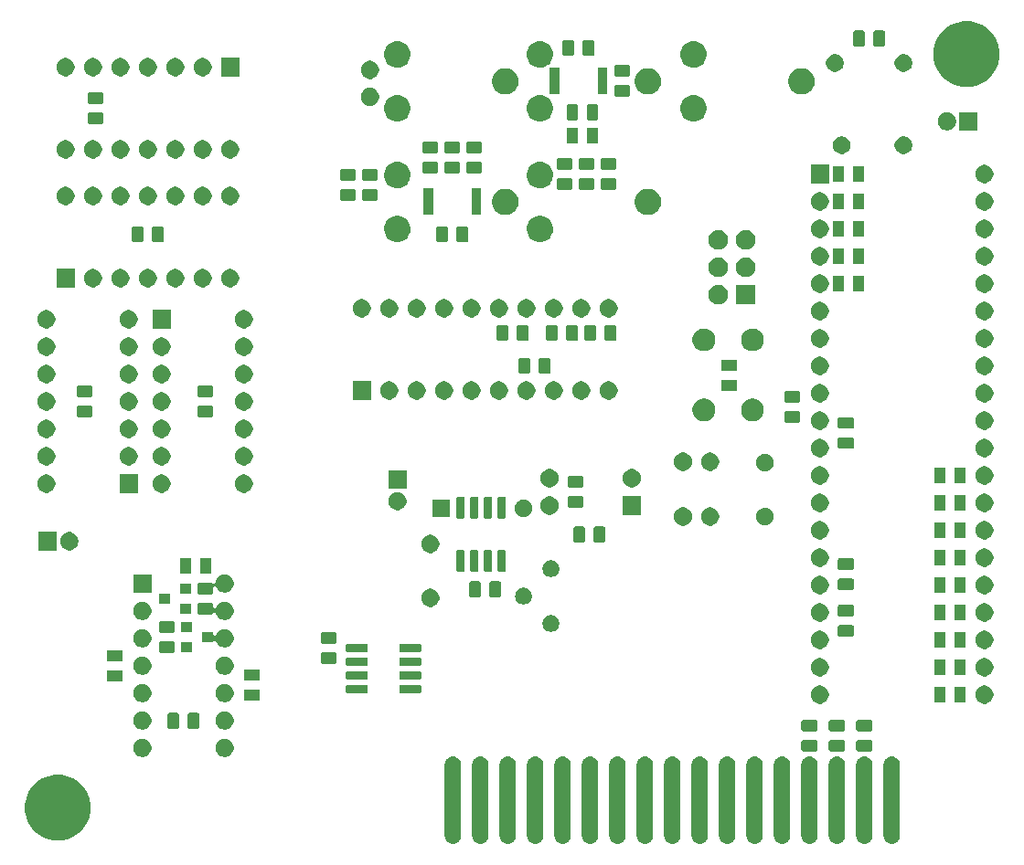
<source format=gbs>
G04 #@! TF.GenerationSoftware,KiCad,Pcbnew,5.1.5+dfsg1-2build2*
G04 #@! TF.CreationDate,2021-07-08T11:40:41+02:00*
G04 #@! TF.ProjectId,GraphixCard,47726170-6869-4784-9361-72642e6b6963,rev?*
G04 #@! TF.SameCoordinates,Original*
G04 #@! TF.FileFunction,Soldermask,Bot*
G04 #@! TF.FilePolarity,Negative*
%FSLAX46Y46*%
G04 Gerber Fmt 4.6, Leading zero omitted, Abs format (unit mm)*
G04 Created by KiCad (PCBNEW 5.1.5+dfsg1-2build2) date 2021-07-08 11:40:41*
%MOMM*%
%LPD*%
G04 APERTURE LIST*
%ADD10C,0.100000*%
G04 APERTURE END LIST*
D10*
G36*
X142069721Y-123721867D02*
G01*
X142211285Y-123764810D01*
X142341751Y-123834546D01*
X142391915Y-123875714D01*
X142456107Y-123928394D01*
X142513284Y-123998066D01*
X142549954Y-124042748D01*
X142619690Y-124173214D01*
X142662633Y-124314778D01*
X142673500Y-124425113D01*
X142673500Y-131098887D01*
X142662633Y-131209222D01*
X142619690Y-131350786D01*
X142549954Y-131481252D01*
X142525508Y-131511040D01*
X142456107Y-131595607D01*
X142371540Y-131665008D01*
X142341752Y-131689454D01*
X142211286Y-131759190D01*
X142069722Y-131802133D01*
X141922500Y-131816633D01*
X141775279Y-131802133D01*
X141633715Y-131759190D01*
X141503249Y-131689454D01*
X141473461Y-131665008D01*
X141388894Y-131595607D01*
X141319493Y-131511040D01*
X141295047Y-131481252D01*
X141225311Y-131350786D01*
X141182368Y-131209222D01*
X141171501Y-131098887D01*
X141171500Y-124425114D01*
X141182367Y-124314779D01*
X141225310Y-124173215D01*
X141295046Y-124042749D01*
X141336214Y-123992585D01*
X141388894Y-123928393D01*
X141458566Y-123871216D01*
X141503248Y-123834546D01*
X141633714Y-123764810D01*
X141775278Y-123721867D01*
X141922500Y-123707367D01*
X142069721Y-123721867D01*
G37*
G36*
X119209721Y-123721867D02*
G01*
X119351285Y-123764810D01*
X119481751Y-123834546D01*
X119531915Y-123875714D01*
X119596107Y-123928394D01*
X119653284Y-123998066D01*
X119689954Y-124042748D01*
X119759690Y-124173214D01*
X119802633Y-124314778D01*
X119813500Y-124425113D01*
X119813500Y-131098887D01*
X119802633Y-131209222D01*
X119759690Y-131350786D01*
X119689954Y-131481252D01*
X119665508Y-131511040D01*
X119596107Y-131595607D01*
X119511540Y-131665008D01*
X119481752Y-131689454D01*
X119351286Y-131759190D01*
X119209722Y-131802133D01*
X119062500Y-131816633D01*
X118915279Y-131802133D01*
X118773715Y-131759190D01*
X118643249Y-131689454D01*
X118613461Y-131665008D01*
X118528894Y-131595607D01*
X118459493Y-131511040D01*
X118435047Y-131481252D01*
X118365311Y-131350786D01*
X118322368Y-131209222D01*
X118311501Y-131098887D01*
X118311500Y-124425114D01*
X118322367Y-124314779D01*
X118365310Y-124173215D01*
X118435046Y-124042749D01*
X118476214Y-123992585D01*
X118528894Y-123928393D01*
X118598566Y-123871216D01*
X118643248Y-123834546D01*
X118773714Y-123764810D01*
X118915278Y-123721867D01*
X119062500Y-123707367D01*
X119209721Y-123721867D01*
G37*
G36*
X101429721Y-123721867D02*
G01*
X101571285Y-123764810D01*
X101701751Y-123834546D01*
X101751915Y-123875714D01*
X101816107Y-123928394D01*
X101873284Y-123998066D01*
X101909954Y-124042748D01*
X101979690Y-124173214D01*
X102022633Y-124314778D01*
X102033500Y-124425113D01*
X102033500Y-131098887D01*
X102022633Y-131209222D01*
X101979690Y-131350786D01*
X101909954Y-131481252D01*
X101885508Y-131511040D01*
X101816107Y-131595607D01*
X101731540Y-131665008D01*
X101701752Y-131689454D01*
X101571286Y-131759190D01*
X101429722Y-131802133D01*
X101282500Y-131816633D01*
X101135279Y-131802133D01*
X100993715Y-131759190D01*
X100863249Y-131689454D01*
X100833461Y-131665008D01*
X100748894Y-131595607D01*
X100679493Y-131511040D01*
X100655047Y-131481252D01*
X100585311Y-131350786D01*
X100542368Y-131209222D01*
X100531501Y-131098887D01*
X100531500Y-124425114D01*
X100542367Y-124314779D01*
X100585310Y-124173215D01*
X100655046Y-124042749D01*
X100696214Y-123992585D01*
X100748894Y-123928393D01*
X100818566Y-123871216D01*
X100863248Y-123834546D01*
X100993714Y-123764810D01*
X101135278Y-123721867D01*
X101282500Y-123707367D01*
X101429721Y-123721867D01*
G37*
G36*
X103969721Y-123721867D02*
G01*
X104111285Y-123764810D01*
X104241751Y-123834546D01*
X104291915Y-123875714D01*
X104356107Y-123928394D01*
X104413284Y-123998066D01*
X104449954Y-124042748D01*
X104519690Y-124173214D01*
X104562633Y-124314778D01*
X104573500Y-124425113D01*
X104573500Y-131098887D01*
X104562633Y-131209222D01*
X104519690Y-131350786D01*
X104449954Y-131481252D01*
X104425508Y-131511040D01*
X104356107Y-131595607D01*
X104271540Y-131665008D01*
X104241752Y-131689454D01*
X104111286Y-131759190D01*
X103969722Y-131802133D01*
X103822500Y-131816633D01*
X103675279Y-131802133D01*
X103533715Y-131759190D01*
X103403249Y-131689454D01*
X103373461Y-131665008D01*
X103288894Y-131595607D01*
X103219493Y-131511040D01*
X103195047Y-131481252D01*
X103125311Y-131350786D01*
X103082368Y-131209222D01*
X103071501Y-131098887D01*
X103071500Y-124425114D01*
X103082367Y-124314779D01*
X103125310Y-124173215D01*
X103195046Y-124042749D01*
X103236214Y-123992585D01*
X103288894Y-123928393D01*
X103358566Y-123871216D01*
X103403248Y-123834546D01*
X103533714Y-123764810D01*
X103675278Y-123721867D01*
X103822500Y-123707367D01*
X103969721Y-123721867D01*
G37*
G36*
X106509721Y-123721867D02*
G01*
X106651285Y-123764810D01*
X106781751Y-123834546D01*
X106831915Y-123875714D01*
X106896107Y-123928394D01*
X106953284Y-123998066D01*
X106989954Y-124042748D01*
X107059690Y-124173214D01*
X107102633Y-124314778D01*
X107113500Y-124425113D01*
X107113500Y-131098887D01*
X107102633Y-131209222D01*
X107059690Y-131350786D01*
X106989954Y-131481252D01*
X106965508Y-131511040D01*
X106896107Y-131595607D01*
X106811540Y-131665008D01*
X106781752Y-131689454D01*
X106651286Y-131759190D01*
X106509722Y-131802133D01*
X106362500Y-131816633D01*
X106215279Y-131802133D01*
X106073715Y-131759190D01*
X105943249Y-131689454D01*
X105913461Y-131665008D01*
X105828894Y-131595607D01*
X105759493Y-131511040D01*
X105735047Y-131481252D01*
X105665311Y-131350786D01*
X105622368Y-131209222D01*
X105611501Y-131098887D01*
X105611500Y-124425114D01*
X105622367Y-124314779D01*
X105665310Y-124173215D01*
X105735046Y-124042749D01*
X105776214Y-123992585D01*
X105828894Y-123928393D01*
X105898566Y-123871216D01*
X105943248Y-123834546D01*
X106073714Y-123764810D01*
X106215278Y-123721867D01*
X106362500Y-123707367D01*
X106509721Y-123721867D01*
G37*
G36*
X109049721Y-123721867D02*
G01*
X109191285Y-123764810D01*
X109321751Y-123834546D01*
X109371915Y-123875714D01*
X109436107Y-123928394D01*
X109493284Y-123998066D01*
X109529954Y-124042748D01*
X109599690Y-124173214D01*
X109642633Y-124314778D01*
X109653500Y-124425113D01*
X109653500Y-131098887D01*
X109642633Y-131209222D01*
X109599690Y-131350786D01*
X109529954Y-131481252D01*
X109505508Y-131511040D01*
X109436107Y-131595607D01*
X109351540Y-131665008D01*
X109321752Y-131689454D01*
X109191286Y-131759190D01*
X109049722Y-131802133D01*
X108902500Y-131816633D01*
X108755279Y-131802133D01*
X108613715Y-131759190D01*
X108483249Y-131689454D01*
X108453461Y-131665008D01*
X108368894Y-131595607D01*
X108299493Y-131511040D01*
X108275047Y-131481252D01*
X108205311Y-131350786D01*
X108162368Y-131209222D01*
X108151501Y-131098887D01*
X108151500Y-124425114D01*
X108162367Y-124314779D01*
X108205310Y-124173215D01*
X108275046Y-124042749D01*
X108316214Y-123992585D01*
X108368894Y-123928393D01*
X108438566Y-123871216D01*
X108483248Y-123834546D01*
X108613714Y-123764810D01*
X108755278Y-123721867D01*
X108902500Y-123707367D01*
X109049721Y-123721867D01*
G37*
G36*
X111589721Y-123721867D02*
G01*
X111731285Y-123764810D01*
X111861751Y-123834546D01*
X111911915Y-123875714D01*
X111976107Y-123928394D01*
X112033284Y-123998066D01*
X112069954Y-124042748D01*
X112139690Y-124173214D01*
X112182633Y-124314778D01*
X112193500Y-124425113D01*
X112193500Y-131098887D01*
X112182633Y-131209222D01*
X112139690Y-131350786D01*
X112069954Y-131481252D01*
X112045508Y-131511040D01*
X111976107Y-131595607D01*
X111891540Y-131665008D01*
X111861752Y-131689454D01*
X111731286Y-131759190D01*
X111589722Y-131802133D01*
X111442500Y-131816633D01*
X111295279Y-131802133D01*
X111153715Y-131759190D01*
X111023249Y-131689454D01*
X110993461Y-131665008D01*
X110908894Y-131595607D01*
X110839493Y-131511040D01*
X110815047Y-131481252D01*
X110745311Y-131350786D01*
X110702368Y-131209222D01*
X110691501Y-131098887D01*
X110691500Y-124425114D01*
X110702367Y-124314779D01*
X110745310Y-124173215D01*
X110815046Y-124042749D01*
X110856214Y-123992585D01*
X110908894Y-123928393D01*
X110978566Y-123871216D01*
X111023248Y-123834546D01*
X111153714Y-123764810D01*
X111295278Y-123721867D01*
X111442500Y-123707367D01*
X111589721Y-123721867D01*
G37*
G36*
X114129721Y-123721867D02*
G01*
X114271285Y-123764810D01*
X114401751Y-123834546D01*
X114451915Y-123875714D01*
X114516107Y-123928394D01*
X114573284Y-123998066D01*
X114609954Y-124042748D01*
X114679690Y-124173214D01*
X114722633Y-124314778D01*
X114733500Y-124425113D01*
X114733500Y-131098887D01*
X114722633Y-131209222D01*
X114679690Y-131350786D01*
X114609954Y-131481252D01*
X114585508Y-131511040D01*
X114516107Y-131595607D01*
X114431540Y-131665008D01*
X114401752Y-131689454D01*
X114271286Y-131759190D01*
X114129722Y-131802133D01*
X113982500Y-131816633D01*
X113835279Y-131802133D01*
X113693715Y-131759190D01*
X113563249Y-131689454D01*
X113533461Y-131665008D01*
X113448894Y-131595607D01*
X113379493Y-131511040D01*
X113355047Y-131481252D01*
X113285311Y-131350786D01*
X113242368Y-131209222D01*
X113231501Y-131098887D01*
X113231500Y-124425114D01*
X113242367Y-124314779D01*
X113285310Y-124173215D01*
X113355046Y-124042749D01*
X113396214Y-123992585D01*
X113448894Y-123928393D01*
X113518566Y-123871216D01*
X113563248Y-123834546D01*
X113693714Y-123764810D01*
X113835278Y-123721867D01*
X113982500Y-123707367D01*
X114129721Y-123721867D01*
G37*
G36*
X116669721Y-123721867D02*
G01*
X116811285Y-123764810D01*
X116941751Y-123834546D01*
X116991915Y-123875714D01*
X117056107Y-123928394D01*
X117113284Y-123998066D01*
X117149954Y-124042748D01*
X117219690Y-124173214D01*
X117262633Y-124314778D01*
X117273500Y-124425113D01*
X117273500Y-131098887D01*
X117262633Y-131209222D01*
X117219690Y-131350786D01*
X117149954Y-131481252D01*
X117125508Y-131511040D01*
X117056107Y-131595607D01*
X116971540Y-131665008D01*
X116941752Y-131689454D01*
X116811286Y-131759190D01*
X116669722Y-131802133D01*
X116522500Y-131816633D01*
X116375279Y-131802133D01*
X116233715Y-131759190D01*
X116103249Y-131689454D01*
X116073461Y-131665008D01*
X115988894Y-131595607D01*
X115919493Y-131511040D01*
X115895047Y-131481252D01*
X115825311Y-131350786D01*
X115782368Y-131209222D01*
X115771501Y-131098887D01*
X115771500Y-124425114D01*
X115782367Y-124314779D01*
X115825310Y-124173215D01*
X115895046Y-124042749D01*
X115936214Y-123992585D01*
X115988894Y-123928393D01*
X116058566Y-123871216D01*
X116103248Y-123834546D01*
X116233714Y-123764810D01*
X116375278Y-123721867D01*
X116522500Y-123707367D01*
X116669721Y-123721867D01*
G37*
G36*
X124289721Y-123721867D02*
G01*
X124431285Y-123764810D01*
X124561751Y-123834546D01*
X124611915Y-123875714D01*
X124676107Y-123928394D01*
X124733284Y-123998066D01*
X124769954Y-124042748D01*
X124839690Y-124173214D01*
X124882633Y-124314778D01*
X124893500Y-124425113D01*
X124893500Y-131098887D01*
X124882633Y-131209222D01*
X124839690Y-131350786D01*
X124769954Y-131481252D01*
X124745508Y-131511040D01*
X124676107Y-131595607D01*
X124591540Y-131665008D01*
X124561752Y-131689454D01*
X124431286Y-131759190D01*
X124289722Y-131802133D01*
X124142500Y-131816633D01*
X123995279Y-131802133D01*
X123853715Y-131759190D01*
X123723249Y-131689454D01*
X123693461Y-131665008D01*
X123608894Y-131595607D01*
X123539493Y-131511040D01*
X123515047Y-131481252D01*
X123445311Y-131350786D01*
X123402368Y-131209222D01*
X123391501Y-131098887D01*
X123391500Y-124425114D01*
X123402367Y-124314779D01*
X123445310Y-124173215D01*
X123515046Y-124042749D01*
X123556214Y-123992585D01*
X123608894Y-123928393D01*
X123678566Y-123871216D01*
X123723248Y-123834546D01*
X123853714Y-123764810D01*
X123995278Y-123721867D01*
X124142500Y-123707367D01*
X124289721Y-123721867D01*
G37*
G36*
X121749721Y-123721867D02*
G01*
X121891285Y-123764810D01*
X122021751Y-123834546D01*
X122071915Y-123875714D01*
X122136107Y-123928394D01*
X122193284Y-123998066D01*
X122229954Y-124042748D01*
X122299690Y-124173214D01*
X122342633Y-124314778D01*
X122353500Y-124425113D01*
X122353500Y-131098887D01*
X122342633Y-131209222D01*
X122299690Y-131350786D01*
X122229954Y-131481252D01*
X122205508Y-131511040D01*
X122136107Y-131595607D01*
X122051540Y-131665008D01*
X122021752Y-131689454D01*
X121891286Y-131759190D01*
X121749722Y-131802133D01*
X121602500Y-131816633D01*
X121455279Y-131802133D01*
X121313715Y-131759190D01*
X121183249Y-131689454D01*
X121153461Y-131665008D01*
X121068894Y-131595607D01*
X120999493Y-131511040D01*
X120975047Y-131481252D01*
X120905311Y-131350786D01*
X120862368Y-131209222D01*
X120851501Y-131098887D01*
X120851500Y-124425114D01*
X120862367Y-124314779D01*
X120905310Y-124173215D01*
X120975046Y-124042749D01*
X121016214Y-123992585D01*
X121068894Y-123928393D01*
X121138566Y-123871216D01*
X121183248Y-123834546D01*
X121313714Y-123764810D01*
X121455278Y-123721867D01*
X121602500Y-123707367D01*
X121749721Y-123721867D01*
G37*
G36*
X139529721Y-123721867D02*
G01*
X139671285Y-123764810D01*
X139801751Y-123834546D01*
X139851915Y-123875714D01*
X139916107Y-123928394D01*
X139973284Y-123998066D01*
X140009954Y-124042748D01*
X140079690Y-124173214D01*
X140122633Y-124314778D01*
X140133500Y-124425113D01*
X140133500Y-131098887D01*
X140122633Y-131209222D01*
X140079690Y-131350786D01*
X140009954Y-131481252D01*
X139985508Y-131511040D01*
X139916107Y-131595607D01*
X139831540Y-131665008D01*
X139801752Y-131689454D01*
X139671286Y-131759190D01*
X139529722Y-131802133D01*
X139382500Y-131816633D01*
X139235279Y-131802133D01*
X139093715Y-131759190D01*
X138963249Y-131689454D01*
X138933461Y-131665008D01*
X138848894Y-131595607D01*
X138779493Y-131511040D01*
X138755047Y-131481252D01*
X138685311Y-131350786D01*
X138642368Y-131209222D01*
X138631501Y-131098887D01*
X138631500Y-124425114D01*
X138642367Y-124314779D01*
X138685310Y-124173215D01*
X138755046Y-124042749D01*
X138796214Y-123992585D01*
X138848894Y-123928393D01*
X138918566Y-123871216D01*
X138963248Y-123834546D01*
X139093714Y-123764810D01*
X139235278Y-123721867D01*
X139382500Y-123707367D01*
X139529721Y-123721867D01*
G37*
G36*
X136989721Y-123721867D02*
G01*
X137131285Y-123764810D01*
X137261751Y-123834546D01*
X137311915Y-123875714D01*
X137376107Y-123928394D01*
X137433284Y-123998066D01*
X137469954Y-124042748D01*
X137539690Y-124173214D01*
X137582633Y-124314778D01*
X137593500Y-124425113D01*
X137593500Y-131098887D01*
X137582633Y-131209222D01*
X137539690Y-131350786D01*
X137469954Y-131481252D01*
X137445508Y-131511040D01*
X137376107Y-131595607D01*
X137291540Y-131665008D01*
X137261752Y-131689454D01*
X137131286Y-131759190D01*
X136989722Y-131802133D01*
X136842500Y-131816633D01*
X136695279Y-131802133D01*
X136553715Y-131759190D01*
X136423249Y-131689454D01*
X136393461Y-131665008D01*
X136308894Y-131595607D01*
X136239493Y-131511040D01*
X136215047Y-131481252D01*
X136145311Y-131350786D01*
X136102368Y-131209222D01*
X136091501Y-131098887D01*
X136091500Y-124425114D01*
X136102367Y-124314779D01*
X136145310Y-124173215D01*
X136215046Y-124042749D01*
X136256214Y-123992585D01*
X136308894Y-123928393D01*
X136378566Y-123871216D01*
X136423248Y-123834546D01*
X136553714Y-123764810D01*
X136695278Y-123721867D01*
X136842500Y-123707367D01*
X136989721Y-123721867D01*
G37*
G36*
X134449721Y-123721867D02*
G01*
X134591285Y-123764810D01*
X134721751Y-123834546D01*
X134771915Y-123875714D01*
X134836107Y-123928394D01*
X134893284Y-123998066D01*
X134929954Y-124042748D01*
X134999690Y-124173214D01*
X135042633Y-124314778D01*
X135053500Y-124425113D01*
X135053500Y-131098887D01*
X135042633Y-131209222D01*
X134999690Y-131350786D01*
X134929954Y-131481252D01*
X134905508Y-131511040D01*
X134836107Y-131595607D01*
X134751540Y-131665008D01*
X134721752Y-131689454D01*
X134591286Y-131759190D01*
X134449722Y-131802133D01*
X134302500Y-131816633D01*
X134155279Y-131802133D01*
X134013715Y-131759190D01*
X133883249Y-131689454D01*
X133853461Y-131665008D01*
X133768894Y-131595607D01*
X133699493Y-131511040D01*
X133675047Y-131481252D01*
X133605311Y-131350786D01*
X133562368Y-131209222D01*
X133551501Y-131098887D01*
X133551500Y-124425114D01*
X133562367Y-124314779D01*
X133605310Y-124173215D01*
X133675046Y-124042749D01*
X133716214Y-123992585D01*
X133768894Y-123928393D01*
X133838566Y-123871216D01*
X133883248Y-123834546D01*
X134013714Y-123764810D01*
X134155278Y-123721867D01*
X134302500Y-123707367D01*
X134449721Y-123721867D01*
G37*
G36*
X129369721Y-123721867D02*
G01*
X129511285Y-123764810D01*
X129641751Y-123834546D01*
X129691915Y-123875714D01*
X129756107Y-123928394D01*
X129813284Y-123998066D01*
X129849954Y-124042748D01*
X129919690Y-124173214D01*
X129962633Y-124314778D01*
X129973500Y-124425113D01*
X129973500Y-131098887D01*
X129962633Y-131209222D01*
X129919690Y-131350786D01*
X129849954Y-131481252D01*
X129825508Y-131511040D01*
X129756107Y-131595607D01*
X129671540Y-131665008D01*
X129641752Y-131689454D01*
X129511286Y-131759190D01*
X129369722Y-131802133D01*
X129222500Y-131816633D01*
X129075279Y-131802133D01*
X128933715Y-131759190D01*
X128803249Y-131689454D01*
X128773461Y-131665008D01*
X128688894Y-131595607D01*
X128619493Y-131511040D01*
X128595047Y-131481252D01*
X128525311Y-131350786D01*
X128482368Y-131209222D01*
X128471501Y-131098887D01*
X128471500Y-124425114D01*
X128482367Y-124314779D01*
X128525310Y-124173215D01*
X128595046Y-124042749D01*
X128636214Y-123992585D01*
X128688894Y-123928393D01*
X128758566Y-123871216D01*
X128803248Y-123834546D01*
X128933714Y-123764810D01*
X129075278Y-123721867D01*
X129222500Y-123707367D01*
X129369721Y-123721867D01*
G37*
G36*
X131909721Y-123721867D02*
G01*
X132051285Y-123764810D01*
X132181751Y-123834546D01*
X132231915Y-123875714D01*
X132296107Y-123928394D01*
X132353284Y-123998066D01*
X132389954Y-124042748D01*
X132459690Y-124173214D01*
X132502633Y-124314778D01*
X132513500Y-124425113D01*
X132513500Y-131098887D01*
X132502633Y-131209222D01*
X132459690Y-131350786D01*
X132389954Y-131481252D01*
X132365508Y-131511040D01*
X132296107Y-131595607D01*
X132211540Y-131665008D01*
X132181752Y-131689454D01*
X132051286Y-131759190D01*
X131909722Y-131802133D01*
X131762500Y-131816633D01*
X131615279Y-131802133D01*
X131473715Y-131759190D01*
X131343249Y-131689454D01*
X131313461Y-131665008D01*
X131228894Y-131595607D01*
X131159493Y-131511040D01*
X131135047Y-131481252D01*
X131065311Y-131350786D01*
X131022368Y-131209222D01*
X131011501Y-131098887D01*
X131011500Y-124425114D01*
X131022367Y-124314779D01*
X131065310Y-124173215D01*
X131135046Y-124042749D01*
X131176214Y-123992585D01*
X131228894Y-123928393D01*
X131298566Y-123871216D01*
X131343248Y-123834546D01*
X131473714Y-123764810D01*
X131615278Y-123721867D01*
X131762500Y-123707367D01*
X131909721Y-123721867D01*
G37*
G36*
X126829721Y-123721867D02*
G01*
X126971285Y-123764810D01*
X127101751Y-123834546D01*
X127151915Y-123875714D01*
X127216107Y-123928394D01*
X127273284Y-123998066D01*
X127309954Y-124042748D01*
X127379690Y-124173214D01*
X127422633Y-124314778D01*
X127433500Y-124425113D01*
X127433500Y-131098887D01*
X127422633Y-131209222D01*
X127379690Y-131350786D01*
X127309954Y-131481252D01*
X127285508Y-131511040D01*
X127216107Y-131595607D01*
X127131540Y-131665008D01*
X127101752Y-131689454D01*
X126971286Y-131759190D01*
X126829722Y-131802133D01*
X126682500Y-131816633D01*
X126535279Y-131802133D01*
X126393715Y-131759190D01*
X126263249Y-131689454D01*
X126233461Y-131665008D01*
X126148894Y-131595607D01*
X126079493Y-131511040D01*
X126055047Y-131481252D01*
X125985311Y-131350786D01*
X125942368Y-131209222D01*
X125931501Y-131098887D01*
X125931500Y-124425114D01*
X125942367Y-124314779D01*
X125985310Y-124173215D01*
X126055046Y-124042749D01*
X126096214Y-123992585D01*
X126148894Y-123928393D01*
X126218566Y-123871216D01*
X126263248Y-123834546D01*
X126393714Y-123764810D01*
X126535278Y-123721867D01*
X126682500Y-123707367D01*
X126829721Y-123721867D01*
G37*
G36*
X65596443Y-125526748D02*
G01*
X66151689Y-125756738D01*
X66151690Y-125756739D01*
X66651399Y-126090634D01*
X67076366Y-126515601D01*
X67076367Y-126515603D01*
X67410262Y-127015311D01*
X67640252Y-127570557D01*
X67757500Y-128160001D01*
X67757500Y-128760999D01*
X67640252Y-129350443D01*
X67410262Y-129905689D01*
X67410261Y-129905690D01*
X67076366Y-130405399D01*
X66651399Y-130830366D01*
X66399847Y-130998448D01*
X66151689Y-131164262D01*
X65596443Y-131394252D01*
X65006999Y-131511500D01*
X64406001Y-131511500D01*
X63816557Y-131394252D01*
X63261311Y-131164262D01*
X63013153Y-130998448D01*
X62761601Y-130830366D01*
X62336634Y-130405399D01*
X62002739Y-129905690D01*
X62002738Y-129905689D01*
X61772748Y-129350443D01*
X61655500Y-128760999D01*
X61655500Y-128160001D01*
X61772748Y-127570557D01*
X62002738Y-127015311D01*
X62336633Y-126515603D01*
X62336634Y-126515601D01*
X62761601Y-126090634D01*
X63261310Y-125756739D01*
X63261311Y-125756738D01*
X63816557Y-125526748D01*
X64406001Y-125409500D01*
X65006999Y-125409500D01*
X65596443Y-125526748D01*
G37*
G36*
X72765228Y-122094703D02*
G01*
X72920100Y-122158853D01*
X73059481Y-122251985D01*
X73178015Y-122370519D01*
X73271147Y-122509900D01*
X73335297Y-122664772D01*
X73368000Y-122829184D01*
X73368000Y-122996816D01*
X73335297Y-123161228D01*
X73271147Y-123316100D01*
X73178015Y-123455481D01*
X73059481Y-123574015D01*
X72920100Y-123667147D01*
X72765228Y-123731297D01*
X72600816Y-123764000D01*
X72433184Y-123764000D01*
X72268772Y-123731297D01*
X72113900Y-123667147D01*
X71974519Y-123574015D01*
X71855985Y-123455481D01*
X71762853Y-123316100D01*
X71698703Y-123161228D01*
X71666000Y-122996816D01*
X71666000Y-122829184D01*
X71698703Y-122664772D01*
X71762853Y-122509900D01*
X71855985Y-122370519D01*
X71974519Y-122251985D01*
X72113900Y-122158853D01*
X72268772Y-122094703D01*
X72433184Y-122062000D01*
X72600816Y-122062000D01*
X72765228Y-122094703D01*
G37*
G36*
X80385228Y-122094703D02*
G01*
X80540100Y-122158853D01*
X80679481Y-122251985D01*
X80798015Y-122370519D01*
X80891147Y-122509900D01*
X80955297Y-122664772D01*
X80988000Y-122829184D01*
X80988000Y-122996816D01*
X80955297Y-123161228D01*
X80891147Y-123316100D01*
X80798015Y-123455481D01*
X80679481Y-123574015D01*
X80540100Y-123667147D01*
X80385228Y-123731297D01*
X80220816Y-123764000D01*
X80053184Y-123764000D01*
X79888772Y-123731297D01*
X79733900Y-123667147D01*
X79594519Y-123574015D01*
X79475985Y-123455481D01*
X79382853Y-123316100D01*
X79318703Y-123161228D01*
X79286000Y-122996816D01*
X79286000Y-122829184D01*
X79318703Y-122664772D01*
X79382853Y-122509900D01*
X79475985Y-122370519D01*
X79594519Y-122251985D01*
X79733900Y-122158853D01*
X79888772Y-122094703D01*
X80053184Y-122062000D01*
X80220816Y-122062000D01*
X80385228Y-122094703D01*
G37*
G36*
X139966968Y-122196565D02*
G01*
X140005638Y-122208296D01*
X140041277Y-122227346D01*
X140072517Y-122252983D01*
X140098154Y-122284223D01*
X140117204Y-122319862D01*
X140128935Y-122358532D01*
X140133500Y-122404888D01*
X140133500Y-123056112D01*
X140128935Y-123102468D01*
X140117204Y-123141138D01*
X140098154Y-123176777D01*
X140072517Y-123208017D01*
X140041277Y-123233654D01*
X140005638Y-123252704D01*
X139966968Y-123264435D01*
X139920612Y-123269000D01*
X138844388Y-123269000D01*
X138798032Y-123264435D01*
X138759362Y-123252704D01*
X138723723Y-123233654D01*
X138692483Y-123208017D01*
X138666846Y-123176777D01*
X138647796Y-123141138D01*
X138636065Y-123102468D01*
X138631500Y-123056112D01*
X138631500Y-122404888D01*
X138636065Y-122358532D01*
X138647796Y-122319862D01*
X138666846Y-122284223D01*
X138692483Y-122252983D01*
X138723723Y-122227346D01*
X138759362Y-122208296D01*
X138798032Y-122196565D01*
X138844388Y-122192000D01*
X139920612Y-122192000D01*
X139966968Y-122196565D01*
G37*
G36*
X137426968Y-122196565D02*
G01*
X137465638Y-122208296D01*
X137501277Y-122227346D01*
X137532517Y-122252983D01*
X137558154Y-122284223D01*
X137577204Y-122319862D01*
X137588935Y-122358532D01*
X137593500Y-122404888D01*
X137593500Y-123056112D01*
X137588935Y-123102468D01*
X137577204Y-123141138D01*
X137558154Y-123176777D01*
X137532517Y-123208017D01*
X137501277Y-123233654D01*
X137465638Y-123252704D01*
X137426968Y-123264435D01*
X137380612Y-123269000D01*
X136304388Y-123269000D01*
X136258032Y-123264435D01*
X136219362Y-123252704D01*
X136183723Y-123233654D01*
X136152483Y-123208017D01*
X136126846Y-123176777D01*
X136107796Y-123141138D01*
X136096065Y-123102468D01*
X136091500Y-123056112D01*
X136091500Y-122404888D01*
X136096065Y-122358532D01*
X136107796Y-122319862D01*
X136126846Y-122284223D01*
X136152483Y-122252983D01*
X136183723Y-122227346D01*
X136219362Y-122208296D01*
X136258032Y-122196565D01*
X136304388Y-122192000D01*
X137380612Y-122192000D01*
X137426968Y-122196565D01*
G37*
G36*
X134886968Y-122196565D02*
G01*
X134925638Y-122208296D01*
X134961277Y-122227346D01*
X134992517Y-122252983D01*
X135018154Y-122284223D01*
X135037204Y-122319862D01*
X135048935Y-122358532D01*
X135053500Y-122404888D01*
X135053500Y-123056112D01*
X135048935Y-123102468D01*
X135037204Y-123141138D01*
X135018154Y-123176777D01*
X134992517Y-123208017D01*
X134961277Y-123233654D01*
X134925638Y-123252704D01*
X134886968Y-123264435D01*
X134840612Y-123269000D01*
X133764388Y-123269000D01*
X133718032Y-123264435D01*
X133679362Y-123252704D01*
X133643723Y-123233654D01*
X133612483Y-123208017D01*
X133586846Y-123176777D01*
X133567796Y-123141138D01*
X133556065Y-123102468D01*
X133551500Y-123056112D01*
X133551500Y-122404888D01*
X133556065Y-122358532D01*
X133567796Y-122319862D01*
X133586846Y-122284223D01*
X133612483Y-122252983D01*
X133643723Y-122227346D01*
X133679362Y-122208296D01*
X133718032Y-122196565D01*
X133764388Y-122192000D01*
X134840612Y-122192000D01*
X134886968Y-122196565D01*
G37*
G36*
X134886968Y-120321565D02*
G01*
X134925638Y-120333296D01*
X134961277Y-120352346D01*
X134992517Y-120377983D01*
X135018154Y-120409223D01*
X135037204Y-120444862D01*
X135048935Y-120483532D01*
X135053500Y-120529888D01*
X135053500Y-121181112D01*
X135048935Y-121227468D01*
X135037204Y-121266138D01*
X135018154Y-121301777D01*
X134992517Y-121333017D01*
X134961277Y-121358654D01*
X134925638Y-121377704D01*
X134886968Y-121389435D01*
X134840612Y-121394000D01*
X133764388Y-121394000D01*
X133718032Y-121389435D01*
X133679362Y-121377704D01*
X133643723Y-121358654D01*
X133612483Y-121333017D01*
X133586846Y-121301777D01*
X133567796Y-121266138D01*
X133556065Y-121227468D01*
X133551500Y-121181112D01*
X133551500Y-120529888D01*
X133556065Y-120483532D01*
X133567796Y-120444862D01*
X133586846Y-120409223D01*
X133612483Y-120377983D01*
X133643723Y-120352346D01*
X133679362Y-120333296D01*
X133718032Y-120321565D01*
X133764388Y-120317000D01*
X134840612Y-120317000D01*
X134886968Y-120321565D01*
G37*
G36*
X139966968Y-120321565D02*
G01*
X140005638Y-120333296D01*
X140041277Y-120352346D01*
X140072517Y-120377983D01*
X140098154Y-120409223D01*
X140117204Y-120444862D01*
X140128935Y-120483532D01*
X140133500Y-120529888D01*
X140133500Y-121181112D01*
X140128935Y-121227468D01*
X140117204Y-121266138D01*
X140098154Y-121301777D01*
X140072517Y-121333017D01*
X140041277Y-121358654D01*
X140005638Y-121377704D01*
X139966968Y-121389435D01*
X139920612Y-121394000D01*
X138844388Y-121394000D01*
X138798032Y-121389435D01*
X138759362Y-121377704D01*
X138723723Y-121358654D01*
X138692483Y-121333017D01*
X138666846Y-121301777D01*
X138647796Y-121266138D01*
X138636065Y-121227468D01*
X138631500Y-121181112D01*
X138631500Y-120529888D01*
X138636065Y-120483532D01*
X138647796Y-120444862D01*
X138666846Y-120409223D01*
X138692483Y-120377983D01*
X138723723Y-120352346D01*
X138759362Y-120333296D01*
X138798032Y-120321565D01*
X138844388Y-120317000D01*
X139920612Y-120317000D01*
X139966968Y-120321565D01*
G37*
G36*
X137426968Y-120321565D02*
G01*
X137465638Y-120333296D01*
X137501277Y-120352346D01*
X137532517Y-120377983D01*
X137558154Y-120409223D01*
X137577204Y-120444862D01*
X137588935Y-120483532D01*
X137593500Y-120529888D01*
X137593500Y-121181112D01*
X137588935Y-121227468D01*
X137577204Y-121266138D01*
X137558154Y-121301777D01*
X137532517Y-121333017D01*
X137501277Y-121358654D01*
X137465638Y-121377704D01*
X137426968Y-121389435D01*
X137380612Y-121394000D01*
X136304388Y-121394000D01*
X136258032Y-121389435D01*
X136219362Y-121377704D01*
X136183723Y-121358654D01*
X136152483Y-121333017D01*
X136126846Y-121301777D01*
X136107796Y-121266138D01*
X136096065Y-121227468D01*
X136091500Y-121181112D01*
X136091500Y-120529888D01*
X136096065Y-120483532D01*
X136107796Y-120444862D01*
X136126846Y-120409223D01*
X136152483Y-120377983D01*
X136183723Y-120352346D01*
X136219362Y-120333296D01*
X136258032Y-120321565D01*
X136304388Y-120317000D01*
X137380612Y-120317000D01*
X137426968Y-120321565D01*
G37*
G36*
X80385228Y-119554703D02*
G01*
X80540100Y-119618853D01*
X80679481Y-119711985D01*
X80798015Y-119830519D01*
X80891147Y-119969900D01*
X80955297Y-120124772D01*
X80988000Y-120289184D01*
X80988000Y-120456816D01*
X80955297Y-120621228D01*
X80891147Y-120776100D01*
X80798015Y-120915481D01*
X80679481Y-121034015D01*
X80540100Y-121127147D01*
X80385228Y-121191297D01*
X80220816Y-121224000D01*
X80053184Y-121224000D01*
X79888772Y-121191297D01*
X79733900Y-121127147D01*
X79594519Y-121034015D01*
X79475985Y-120915481D01*
X79382853Y-120776100D01*
X79318703Y-120621228D01*
X79286000Y-120456816D01*
X79286000Y-120289184D01*
X79318703Y-120124772D01*
X79382853Y-119969900D01*
X79475985Y-119830519D01*
X79594519Y-119711985D01*
X79733900Y-119618853D01*
X79888772Y-119554703D01*
X80053184Y-119522000D01*
X80220816Y-119522000D01*
X80385228Y-119554703D01*
G37*
G36*
X72765228Y-119554703D02*
G01*
X72920100Y-119618853D01*
X73059481Y-119711985D01*
X73178015Y-119830519D01*
X73271147Y-119969900D01*
X73335297Y-120124772D01*
X73368000Y-120289184D01*
X73368000Y-120456816D01*
X73335297Y-120621228D01*
X73271147Y-120776100D01*
X73178015Y-120915481D01*
X73059481Y-121034015D01*
X72920100Y-121127147D01*
X72765228Y-121191297D01*
X72600816Y-121224000D01*
X72433184Y-121224000D01*
X72268772Y-121191297D01*
X72113900Y-121127147D01*
X71974519Y-121034015D01*
X71855985Y-120915481D01*
X71762853Y-120776100D01*
X71698703Y-120621228D01*
X71666000Y-120456816D01*
X71666000Y-120289184D01*
X71698703Y-120124772D01*
X71762853Y-119969900D01*
X71855985Y-119830519D01*
X71974519Y-119711985D01*
X72113900Y-119618853D01*
X72268772Y-119554703D01*
X72433184Y-119522000D01*
X72600816Y-119522000D01*
X72765228Y-119554703D01*
G37*
G36*
X77636468Y-119649565D02*
G01*
X77675138Y-119661296D01*
X77710777Y-119680346D01*
X77742017Y-119705983D01*
X77767654Y-119737223D01*
X77786704Y-119772862D01*
X77798435Y-119811532D01*
X77803000Y-119857888D01*
X77803000Y-120934112D01*
X77798435Y-120980468D01*
X77786704Y-121019138D01*
X77767654Y-121054777D01*
X77742017Y-121086017D01*
X77710777Y-121111654D01*
X77675138Y-121130704D01*
X77636468Y-121142435D01*
X77590112Y-121147000D01*
X76938888Y-121147000D01*
X76892532Y-121142435D01*
X76853862Y-121130704D01*
X76818223Y-121111654D01*
X76786983Y-121086017D01*
X76761346Y-121054777D01*
X76742296Y-121019138D01*
X76730565Y-120980468D01*
X76726000Y-120934112D01*
X76726000Y-119857888D01*
X76730565Y-119811532D01*
X76742296Y-119772862D01*
X76761346Y-119737223D01*
X76786983Y-119705983D01*
X76818223Y-119680346D01*
X76853862Y-119661296D01*
X76892532Y-119649565D01*
X76938888Y-119645000D01*
X77590112Y-119645000D01*
X77636468Y-119649565D01*
G37*
G36*
X75761468Y-119649565D02*
G01*
X75800138Y-119661296D01*
X75835777Y-119680346D01*
X75867017Y-119705983D01*
X75892654Y-119737223D01*
X75911704Y-119772862D01*
X75923435Y-119811532D01*
X75928000Y-119857888D01*
X75928000Y-120934112D01*
X75923435Y-120980468D01*
X75911704Y-121019138D01*
X75892654Y-121054777D01*
X75867017Y-121086017D01*
X75835777Y-121111654D01*
X75800138Y-121130704D01*
X75761468Y-121142435D01*
X75715112Y-121147000D01*
X75063888Y-121147000D01*
X75017532Y-121142435D01*
X74978862Y-121130704D01*
X74943223Y-121111654D01*
X74911983Y-121086017D01*
X74886346Y-121054777D01*
X74867296Y-121019138D01*
X74855565Y-120980468D01*
X74851000Y-120934112D01*
X74851000Y-119857888D01*
X74855565Y-119811532D01*
X74867296Y-119772862D01*
X74886346Y-119737223D01*
X74911983Y-119705983D01*
X74943223Y-119680346D01*
X74978862Y-119661296D01*
X75017532Y-119649565D01*
X75063888Y-119645000D01*
X75715112Y-119645000D01*
X75761468Y-119649565D01*
G37*
G36*
X150743228Y-117164703D02*
G01*
X150898100Y-117228853D01*
X151037481Y-117321985D01*
X151156015Y-117440519D01*
X151249147Y-117579900D01*
X151313297Y-117734772D01*
X151346000Y-117899184D01*
X151346000Y-118066816D01*
X151313297Y-118231228D01*
X151249147Y-118386100D01*
X151156015Y-118525481D01*
X151037481Y-118644015D01*
X150898100Y-118737147D01*
X150743228Y-118801297D01*
X150578816Y-118834000D01*
X150411184Y-118834000D01*
X150246772Y-118801297D01*
X150091900Y-118737147D01*
X149952519Y-118644015D01*
X149833985Y-118525481D01*
X149740853Y-118386100D01*
X149676703Y-118231228D01*
X149644000Y-118066816D01*
X149644000Y-117899184D01*
X149676703Y-117734772D01*
X149740853Y-117579900D01*
X149833985Y-117440519D01*
X149952519Y-117321985D01*
X150091900Y-117228853D01*
X150246772Y-117164703D01*
X150411184Y-117132000D01*
X150578816Y-117132000D01*
X150743228Y-117164703D01*
G37*
G36*
X135503228Y-117164703D02*
G01*
X135658100Y-117228853D01*
X135797481Y-117321985D01*
X135916015Y-117440519D01*
X136009147Y-117579900D01*
X136073297Y-117734772D01*
X136106000Y-117899184D01*
X136106000Y-118066816D01*
X136073297Y-118231228D01*
X136009147Y-118386100D01*
X135916015Y-118525481D01*
X135797481Y-118644015D01*
X135658100Y-118737147D01*
X135503228Y-118801297D01*
X135338816Y-118834000D01*
X135171184Y-118834000D01*
X135006772Y-118801297D01*
X134851900Y-118737147D01*
X134712519Y-118644015D01*
X134593985Y-118525481D01*
X134500853Y-118386100D01*
X134436703Y-118231228D01*
X134404000Y-118066816D01*
X134404000Y-117899184D01*
X134436703Y-117734772D01*
X134500853Y-117579900D01*
X134593985Y-117440519D01*
X134712519Y-117321985D01*
X134851900Y-117228853D01*
X135006772Y-117164703D01*
X135171184Y-117132000D01*
X135338816Y-117132000D01*
X135503228Y-117164703D01*
G37*
G36*
X146754468Y-117236565D02*
G01*
X146793138Y-117248296D01*
X146828777Y-117267346D01*
X146860017Y-117292983D01*
X146885654Y-117324223D01*
X146904704Y-117359862D01*
X146916435Y-117398532D01*
X146921000Y-117444888D01*
X146921000Y-118521112D01*
X146916435Y-118567468D01*
X146904704Y-118606138D01*
X146885654Y-118641777D01*
X146860017Y-118673017D01*
X146828777Y-118698654D01*
X146793138Y-118717704D01*
X146754468Y-118729435D01*
X146708112Y-118734000D01*
X146056888Y-118734000D01*
X146010532Y-118729435D01*
X145971862Y-118717704D01*
X145936223Y-118698654D01*
X145904983Y-118673017D01*
X145879346Y-118641777D01*
X145860296Y-118606138D01*
X145848565Y-118567468D01*
X145844000Y-118521112D01*
X145844000Y-117444888D01*
X145848565Y-117398532D01*
X145860296Y-117359862D01*
X145879346Y-117324223D01*
X145904983Y-117292983D01*
X145936223Y-117267346D01*
X145971862Y-117248296D01*
X146010532Y-117236565D01*
X146056888Y-117232000D01*
X146708112Y-117232000D01*
X146754468Y-117236565D01*
G37*
G36*
X148629468Y-117236565D02*
G01*
X148668138Y-117248296D01*
X148703777Y-117267346D01*
X148735017Y-117292983D01*
X148760654Y-117324223D01*
X148779704Y-117359862D01*
X148791435Y-117398532D01*
X148796000Y-117444888D01*
X148796000Y-118521112D01*
X148791435Y-118567468D01*
X148779704Y-118606138D01*
X148760654Y-118641777D01*
X148735017Y-118673017D01*
X148703777Y-118698654D01*
X148668138Y-118717704D01*
X148629468Y-118729435D01*
X148583112Y-118734000D01*
X147931888Y-118734000D01*
X147885532Y-118729435D01*
X147846862Y-118717704D01*
X147811223Y-118698654D01*
X147779983Y-118673017D01*
X147754346Y-118641777D01*
X147735296Y-118606138D01*
X147723565Y-118567468D01*
X147719000Y-118521112D01*
X147719000Y-117444888D01*
X147723565Y-117398532D01*
X147735296Y-117359862D01*
X147754346Y-117324223D01*
X147779983Y-117292983D01*
X147811223Y-117267346D01*
X147846862Y-117248296D01*
X147885532Y-117236565D01*
X147931888Y-117232000D01*
X148583112Y-117232000D01*
X148629468Y-117236565D01*
G37*
G36*
X72765228Y-117014703D02*
G01*
X72920100Y-117078853D01*
X73059481Y-117171985D01*
X73178015Y-117290519D01*
X73271147Y-117429900D01*
X73335297Y-117584772D01*
X73368000Y-117749184D01*
X73368000Y-117916816D01*
X73335297Y-118081228D01*
X73271147Y-118236100D01*
X73178015Y-118375481D01*
X73059481Y-118494015D01*
X72920100Y-118587147D01*
X72765228Y-118651297D01*
X72600816Y-118684000D01*
X72433184Y-118684000D01*
X72268772Y-118651297D01*
X72113900Y-118587147D01*
X71974519Y-118494015D01*
X71855985Y-118375481D01*
X71762853Y-118236100D01*
X71698703Y-118081228D01*
X71666000Y-117916816D01*
X71666000Y-117749184D01*
X71698703Y-117584772D01*
X71762853Y-117429900D01*
X71855985Y-117290519D01*
X71974519Y-117171985D01*
X72113900Y-117078853D01*
X72268772Y-117014703D01*
X72433184Y-116982000D01*
X72600816Y-116982000D01*
X72765228Y-117014703D01*
G37*
G36*
X80385228Y-117014703D02*
G01*
X80540100Y-117078853D01*
X80679481Y-117171985D01*
X80798015Y-117290519D01*
X80891147Y-117429900D01*
X80955297Y-117584772D01*
X80988000Y-117749184D01*
X80988000Y-117916816D01*
X80955297Y-118081228D01*
X80891147Y-118236100D01*
X80798015Y-118375481D01*
X80679481Y-118494015D01*
X80540100Y-118587147D01*
X80385228Y-118651297D01*
X80220816Y-118684000D01*
X80053184Y-118684000D01*
X79888772Y-118651297D01*
X79733900Y-118587147D01*
X79594519Y-118494015D01*
X79475985Y-118375481D01*
X79382853Y-118236100D01*
X79318703Y-118081228D01*
X79286000Y-117916816D01*
X79286000Y-117749184D01*
X79318703Y-117584772D01*
X79382853Y-117429900D01*
X79475985Y-117290519D01*
X79594519Y-117171985D01*
X79733900Y-117078853D01*
X79888772Y-117014703D01*
X80053184Y-116982000D01*
X80220816Y-116982000D01*
X80385228Y-117014703D01*
G37*
G36*
X83261468Y-117497565D02*
G01*
X83300138Y-117509296D01*
X83335777Y-117528346D01*
X83367017Y-117553983D01*
X83392654Y-117585223D01*
X83411704Y-117620862D01*
X83423435Y-117659532D01*
X83428000Y-117705888D01*
X83428000Y-118357112D01*
X83423435Y-118403468D01*
X83411704Y-118442138D01*
X83392654Y-118477777D01*
X83367017Y-118509017D01*
X83335777Y-118534654D01*
X83300138Y-118553704D01*
X83261468Y-118565435D01*
X83215112Y-118570000D01*
X82138888Y-118570000D01*
X82092532Y-118565435D01*
X82053862Y-118553704D01*
X82018223Y-118534654D01*
X81986983Y-118509017D01*
X81961346Y-118477777D01*
X81942296Y-118442138D01*
X81930565Y-118403468D01*
X81926000Y-118357112D01*
X81926000Y-117705888D01*
X81930565Y-117659532D01*
X81942296Y-117620862D01*
X81961346Y-117585223D01*
X81986983Y-117553983D01*
X82018223Y-117528346D01*
X82053862Y-117509296D01*
X82092532Y-117497565D01*
X82138888Y-117493000D01*
X83215112Y-117493000D01*
X83261468Y-117497565D01*
G37*
G36*
X98278928Y-117126764D02*
G01*
X98300009Y-117133160D01*
X98319445Y-117143548D01*
X98336476Y-117157524D01*
X98350452Y-117174555D01*
X98360840Y-117193991D01*
X98367236Y-117215072D01*
X98370000Y-117243140D01*
X98370000Y-117706860D01*
X98367236Y-117734928D01*
X98360840Y-117756009D01*
X98350452Y-117775445D01*
X98336476Y-117792476D01*
X98319445Y-117806452D01*
X98300009Y-117816840D01*
X98278928Y-117823236D01*
X98250860Y-117826000D01*
X96437140Y-117826000D01*
X96409072Y-117823236D01*
X96387991Y-117816840D01*
X96368555Y-117806452D01*
X96351524Y-117792476D01*
X96337548Y-117775445D01*
X96327160Y-117756009D01*
X96320764Y-117734928D01*
X96318000Y-117706860D01*
X96318000Y-117243140D01*
X96320764Y-117215072D01*
X96327160Y-117193991D01*
X96337548Y-117174555D01*
X96351524Y-117157524D01*
X96368555Y-117143548D01*
X96387991Y-117133160D01*
X96409072Y-117126764D01*
X96437140Y-117124000D01*
X98250860Y-117124000D01*
X98278928Y-117126764D01*
G37*
G36*
X93328928Y-117126764D02*
G01*
X93350009Y-117133160D01*
X93369445Y-117143548D01*
X93386476Y-117157524D01*
X93400452Y-117174555D01*
X93410840Y-117193991D01*
X93417236Y-117215072D01*
X93420000Y-117243140D01*
X93420000Y-117706860D01*
X93417236Y-117734928D01*
X93410840Y-117756009D01*
X93400452Y-117775445D01*
X93386476Y-117792476D01*
X93369445Y-117806452D01*
X93350009Y-117816840D01*
X93328928Y-117823236D01*
X93300860Y-117826000D01*
X91487140Y-117826000D01*
X91459072Y-117823236D01*
X91437991Y-117816840D01*
X91418555Y-117806452D01*
X91401524Y-117792476D01*
X91387548Y-117775445D01*
X91377160Y-117756009D01*
X91370764Y-117734928D01*
X91368000Y-117706860D01*
X91368000Y-117243140D01*
X91370764Y-117215072D01*
X91377160Y-117193991D01*
X91387548Y-117174555D01*
X91401524Y-117157524D01*
X91418555Y-117143548D01*
X91437991Y-117133160D01*
X91459072Y-117126764D01*
X91487140Y-117124000D01*
X93300860Y-117124000D01*
X93328928Y-117126764D01*
G37*
G36*
X70561468Y-115719565D02*
G01*
X70600138Y-115731296D01*
X70635777Y-115750346D01*
X70667017Y-115775983D01*
X70692654Y-115807223D01*
X70711704Y-115842862D01*
X70723435Y-115881532D01*
X70728000Y-115927888D01*
X70728000Y-116579112D01*
X70723435Y-116625468D01*
X70711704Y-116664138D01*
X70692654Y-116699777D01*
X70667017Y-116731017D01*
X70635777Y-116756654D01*
X70600138Y-116775704D01*
X70561468Y-116787435D01*
X70515112Y-116792000D01*
X69438888Y-116792000D01*
X69392532Y-116787435D01*
X69353862Y-116775704D01*
X69318223Y-116756654D01*
X69286983Y-116731017D01*
X69261346Y-116699777D01*
X69242296Y-116664138D01*
X69230565Y-116625468D01*
X69226000Y-116579112D01*
X69226000Y-115927888D01*
X69230565Y-115881532D01*
X69242296Y-115842862D01*
X69261346Y-115807223D01*
X69286983Y-115775983D01*
X69318223Y-115750346D01*
X69353862Y-115731296D01*
X69392532Y-115719565D01*
X69438888Y-115715000D01*
X70515112Y-115715000D01*
X70561468Y-115719565D01*
G37*
G36*
X83261468Y-115622565D02*
G01*
X83300138Y-115634296D01*
X83335777Y-115653346D01*
X83367017Y-115678983D01*
X83392654Y-115710223D01*
X83411704Y-115745862D01*
X83423435Y-115784532D01*
X83428000Y-115830888D01*
X83428000Y-116482112D01*
X83423435Y-116528468D01*
X83411704Y-116567138D01*
X83392654Y-116602777D01*
X83367017Y-116634017D01*
X83335777Y-116659654D01*
X83300138Y-116678704D01*
X83261468Y-116690435D01*
X83215112Y-116695000D01*
X82138888Y-116695000D01*
X82092532Y-116690435D01*
X82053862Y-116678704D01*
X82018223Y-116659654D01*
X81986983Y-116634017D01*
X81961346Y-116602777D01*
X81942296Y-116567138D01*
X81930565Y-116528468D01*
X81926000Y-116482112D01*
X81926000Y-115830888D01*
X81930565Y-115784532D01*
X81942296Y-115745862D01*
X81961346Y-115710223D01*
X81986983Y-115678983D01*
X82018223Y-115653346D01*
X82053862Y-115634296D01*
X82092532Y-115622565D01*
X82138888Y-115618000D01*
X83215112Y-115618000D01*
X83261468Y-115622565D01*
G37*
G36*
X98278928Y-115856764D02*
G01*
X98300009Y-115863160D01*
X98319445Y-115873548D01*
X98336476Y-115887524D01*
X98350452Y-115904555D01*
X98360840Y-115923991D01*
X98367236Y-115945072D01*
X98370000Y-115973140D01*
X98370000Y-116436860D01*
X98367236Y-116464928D01*
X98360840Y-116486009D01*
X98350452Y-116505445D01*
X98336476Y-116522476D01*
X98319445Y-116536452D01*
X98300009Y-116546840D01*
X98278928Y-116553236D01*
X98250860Y-116556000D01*
X96437140Y-116556000D01*
X96409072Y-116553236D01*
X96387991Y-116546840D01*
X96368555Y-116536452D01*
X96351524Y-116522476D01*
X96337548Y-116505445D01*
X96327160Y-116486009D01*
X96320764Y-116464928D01*
X96318000Y-116436860D01*
X96318000Y-115973140D01*
X96320764Y-115945072D01*
X96327160Y-115923991D01*
X96337548Y-115904555D01*
X96351524Y-115887524D01*
X96368555Y-115873548D01*
X96387991Y-115863160D01*
X96409072Y-115856764D01*
X96437140Y-115854000D01*
X98250860Y-115854000D01*
X98278928Y-115856764D01*
G37*
G36*
X93328928Y-115856764D02*
G01*
X93350009Y-115863160D01*
X93369445Y-115873548D01*
X93386476Y-115887524D01*
X93400452Y-115904555D01*
X93410840Y-115923991D01*
X93417236Y-115945072D01*
X93420000Y-115973140D01*
X93420000Y-116436860D01*
X93417236Y-116464928D01*
X93410840Y-116486009D01*
X93400452Y-116505445D01*
X93386476Y-116522476D01*
X93369445Y-116536452D01*
X93350009Y-116546840D01*
X93328928Y-116553236D01*
X93300860Y-116556000D01*
X91487140Y-116556000D01*
X91459072Y-116553236D01*
X91437991Y-116546840D01*
X91418555Y-116536452D01*
X91401524Y-116522476D01*
X91387548Y-116505445D01*
X91377160Y-116486009D01*
X91370764Y-116464928D01*
X91368000Y-116436860D01*
X91368000Y-115973140D01*
X91370764Y-115945072D01*
X91377160Y-115923991D01*
X91387548Y-115904555D01*
X91401524Y-115887524D01*
X91418555Y-115873548D01*
X91437991Y-115863160D01*
X91459072Y-115856764D01*
X91487140Y-115854000D01*
X93300860Y-115854000D01*
X93328928Y-115856764D01*
G37*
G36*
X135503228Y-114624703D02*
G01*
X135658100Y-114688853D01*
X135797481Y-114781985D01*
X135916015Y-114900519D01*
X136009147Y-115039900D01*
X136073297Y-115194772D01*
X136106000Y-115359184D01*
X136106000Y-115526816D01*
X136073297Y-115691228D01*
X136009147Y-115846100D01*
X135916015Y-115985481D01*
X135797481Y-116104015D01*
X135658100Y-116197147D01*
X135503228Y-116261297D01*
X135338816Y-116294000D01*
X135171184Y-116294000D01*
X135006772Y-116261297D01*
X134851900Y-116197147D01*
X134712519Y-116104015D01*
X134593985Y-115985481D01*
X134500853Y-115846100D01*
X134436703Y-115691228D01*
X134404000Y-115526816D01*
X134404000Y-115359184D01*
X134436703Y-115194772D01*
X134500853Y-115039900D01*
X134593985Y-114900519D01*
X134712519Y-114781985D01*
X134851900Y-114688853D01*
X135006772Y-114624703D01*
X135171184Y-114592000D01*
X135338816Y-114592000D01*
X135503228Y-114624703D01*
G37*
G36*
X150743228Y-114624703D02*
G01*
X150898100Y-114688853D01*
X151037481Y-114781985D01*
X151156015Y-114900519D01*
X151249147Y-115039900D01*
X151313297Y-115194772D01*
X151346000Y-115359184D01*
X151346000Y-115526816D01*
X151313297Y-115691228D01*
X151249147Y-115846100D01*
X151156015Y-115985481D01*
X151037481Y-116104015D01*
X150898100Y-116197147D01*
X150743228Y-116261297D01*
X150578816Y-116294000D01*
X150411184Y-116294000D01*
X150246772Y-116261297D01*
X150091900Y-116197147D01*
X149952519Y-116104015D01*
X149833985Y-115985481D01*
X149740853Y-115846100D01*
X149676703Y-115691228D01*
X149644000Y-115526816D01*
X149644000Y-115359184D01*
X149676703Y-115194772D01*
X149740853Y-115039900D01*
X149833985Y-114900519D01*
X149952519Y-114781985D01*
X150091900Y-114688853D01*
X150246772Y-114624703D01*
X150411184Y-114592000D01*
X150578816Y-114592000D01*
X150743228Y-114624703D01*
G37*
G36*
X148629468Y-114696565D02*
G01*
X148668138Y-114708296D01*
X148703777Y-114727346D01*
X148735017Y-114752983D01*
X148760654Y-114784223D01*
X148779704Y-114819862D01*
X148791435Y-114858532D01*
X148796000Y-114904888D01*
X148796000Y-115981112D01*
X148791435Y-116027468D01*
X148779704Y-116066138D01*
X148760654Y-116101777D01*
X148735017Y-116133017D01*
X148703777Y-116158654D01*
X148668138Y-116177704D01*
X148629468Y-116189435D01*
X148583112Y-116194000D01*
X147931888Y-116194000D01*
X147885532Y-116189435D01*
X147846862Y-116177704D01*
X147811223Y-116158654D01*
X147779983Y-116133017D01*
X147754346Y-116101777D01*
X147735296Y-116066138D01*
X147723565Y-116027468D01*
X147719000Y-115981112D01*
X147719000Y-114904888D01*
X147723565Y-114858532D01*
X147735296Y-114819862D01*
X147754346Y-114784223D01*
X147779983Y-114752983D01*
X147811223Y-114727346D01*
X147846862Y-114708296D01*
X147885532Y-114696565D01*
X147931888Y-114692000D01*
X148583112Y-114692000D01*
X148629468Y-114696565D01*
G37*
G36*
X146754468Y-114696565D02*
G01*
X146793138Y-114708296D01*
X146828777Y-114727346D01*
X146860017Y-114752983D01*
X146885654Y-114784223D01*
X146904704Y-114819862D01*
X146916435Y-114858532D01*
X146921000Y-114904888D01*
X146921000Y-115981112D01*
X146916435Y-116027468D01*
X146904704Y-116066138D01*
X146885654Y-116101777D01*
X146860017Y-116133017D01*
X146828777Y-116158654D01*
X146793138Y-116177704D01*
X146754468Y-116189435D01*
X146708112Y-116194000D01*
X146056888Y-116194000D01*
X146010532Y-116189435D01*
X145971862Y-116177704D01*
X145936223Y-116158654D01*
X145904983Y-116133017D01*
X145879346Y-116101777D01*
X145860296Y-116066138D01*
X145848565Y-116027468D01*
X145844000Y-115981112D01*
X145844000Y-114904888D01*
X145848565Y-114858532D01*
X145860296Y-114819862D01*
X145879346Y-114784223D01*
X145904983Y-114752983D01*
X145936223Y-114727346D01*
X145971862Y-114708296D01*
X146010532Y-114696565D01*
X146056888Y-114692000D01*
X146708112Y-114692000D01*
X146754468Y-114696565D01*
G37*
G36*
X80385228Y-114474703D02*
G01*
X80540100Y-114538853D01*
X80679481Y-114631985D01*
X80798015Y-114750519D01*
X80891147Y-114889900D01*
X80955297Y-115044772D01*
X80988000Y-115209184D01*
X80988000Y-115376816D01*
X80955297Y-115541228D01*
X80891147Y-115696100D01*
X80798015Y-115835481D01*
X80679481Y-115954015D01*
X80540100Y-116047147D01*
X80385228Y-116111297D01*
X80220816Y-116144000D01*
X80053184Y-116144000D01*
X79888772Y-116111297D01*
X79733900Y-116047147D01*
X79594519Y-115954015D01*
X79475985Y-115835481D01*
X79382853Y-115696100D01*
X79318703Y-115541228D01*
X79286000Y-115376816D01*
X79286000Y-115209184D01*
X79318703Y-115044772D01*
X79382853Y-114889900D01*
X79475985Y-114750519D01*
X79594519Y-114631985D01*
X79733900Y-114538853D01*
X79888772Y-114474703D01*
X80053184Y-114442000D01*
X80220816Y-114442000D01*
X80385228Y-114474703D01*
G37*
G36*
X72765228Y-114474703D02*
G01*
X72920100Y-114538853D01*
X73059481Y-114631985D01*
X73178015Y-114750519D01*
X73271147Y-114889900D01*
X73335297Y-115044772D01*
X73368000Y-115209184D01*
X73368000Y-115376816D01*
X73335297Y-115541228D01*
X73271147Y-115696100D01*
X73178015Y-115835481D01*
X73059481Y-115954015D01*
X72920100Y-116047147D01*
X72765228Y-116111297D01*
X72600816Y-116144000D01*
X72433184Y-116144000D01*
X72268772Y-116111297D01*
X72113900Y-116047147D01*
X71974519Y-115954015D01*
X71855985Y-115835481D01*
X71762853Y-115696100D01*
X71698703Y-115541228D01*
X71666000Y-115376816D01*
X71666000Y-115209184D01*
X71698703Y-115044772D01*
X71762853Y-114889900D01*
X71855985Y-114750519D01*
X71974519Y-114631985D01*
X72113900Y-114538853D01*
X72268772Y-114474703D01*
X72433184Y-114442000D01*
X72600816Y-114442000D01*
X72765228Y-114474703D01*
G37*
G36*
X98278928Y-114586764D02*
G01*
X98300009Y-114593160D01*
X98319445Y-114603548D01*
X98336476Y-114617524D01*
X98350452Y-114634555D01*
X98360840Y-114653991D01*
X98367236Y-114675072D01*
X98370000Y-114703140D01*
X98370000Y-115166860D01*
X98367236Y-115194928D01*
X98360840Y-115216009D01*
X98350452Y-115235445D01*
X98336476Y-115252476D01*
X98319445Y-115266452D01*
X98300009Y-115276840D01*
X98278928Y-115283236D01*
X98250860Y-115286000D01*
X96437140Y-115286000D01*
X96409072Y-115283236D01*
X96387991Y-115276840D01*
X96368555Y-115266452D01*
X96351524Y-115252476D01*
X96337548Y-115235445D01*
X96327160Y-115216009D01*
X96320764Y-115194928D01*
X96318000Y-115166860D01*
X96318000Y-114703140D01*
X96320764Y-114675072D01*
X96327160Y-114653991D01*
X96337548Y-114634555D01*
X96351524Y-114617524D01*
X96368555Y-114603548D01*
X96387991Y-114593160D01*
X96409072Y-114586764D01*
X96437140Y-114584000D01*
X98250860Y-114584000D01*
X98278928Y-114586764D01*
G37*
G36*
X93328928Y-114586764D02*
G01*
X93350009Y-114593160D01*
X93369445Y-114603548D01*
X93386476Y-114617524D01*
X93400452Y-114634555D01*
X93410840Y-114653991D01*
X93417236Y-114675072D01*
X93420000Y-114703140D01*
X93420000Y-115166860D01*
X93417236Y-115194928D01*
X93410840Y-115216009D01*
X93400452Y-115235445D01*
X93386476Y-115252476D01*
X93369445Y-115266452D01*
X93350009Y-115276840D01*
X93328928Y-115283236D01*
X93300860Y-115286000D01*
X91487140Y-115286000D01*
X91459072Y-115283236D01*
X91437991Y-115276840D01*
X91418555Y-115266452D01*
X91401524Y-115252476D01*
X91387548Y-115235445D01*
X91377160Y-115216009D01*
X91370764Y-115194928D01*
X91368000Y-115166860D01*
X91368000Y-114703140D01*
X91370764Y-114675072D01*
X91377160Y-114653991D01*
X91387548Y-114634555D01*
X91401524Y-114617524D01*
X91418555Y-114603548D01*
X91437991Y-114593160D01*
X91459072Y-114586764D01*
X91487140Y-114584000D01*
X93300860Y-114584000D01*
X93328928Y-114586764D01*
G37*
G36*
X90373468Y-114068565D02*
G01*
X90412138Y-114080296D01*
X90447777Y-114099346D01*
X90479017Y-114124983D01*
X90504654Y-114156223D01*
X90523704Y-114191862D01*
X90535435Y-114230532D01*
X90540000Y-114276888D01*
X90540000Y-114928112D01*
X90535435Y-114974468D01*
X90523704Y-115013138D01*
X90504654Y-115048777D01*
X90479017Y-115080017D01*
X90447777Y-115105654D01*
X90412138Y-115124704D01*
X90373468Y-115136435D01*
X90327112Y-115141000D01*
X89250888Y-115141000D01*
X89204532Y-115136435D01*
X89165862Y-115124704D01*
X89130223Y-115105654D01*
X89098983Y-115080017D01*
X89073346Y-115048777D01*
X89054296Y-115013138D01*
X89042565Y-114974468D01*
X89038000Y-114928112D01*
X89038000Y-114276888D01*
X89042565Y-114230532D01*
X89054296Y-114191862D01*
X89073346Y-114156223D01*
X89098983Y-114124983D01*
X89130223Y-114099346D01*
X89165862Y-114080296D01*
X89204532Y-114068565D01*
X89250888Y-114064000D01*
X90327112Y-114064000D01*
X90373468Y-114068565D01*
G37*
G36*
X70561468Y-113844565D02*
G01*
X70600138Y-113856296D01*
X70635777Y-113875346D01*
X70667017Y-113900983D01*
X70692654Y-113932223D01*
X70711704Y-113967862D01*
X70723435Y-114006532D01*
X70728000Y-114052888D01*
X70728000Y-114704112D01*
X70723435Y-114750468D01*
X70711704Y-114789138D01*
X70692654Y-114824777D01*
X70667017Y-114856017D01*
X70635777Y-114881654D01*
X70600138Y-114900704D01*
X70561468Y-114912435D01*
X70515112Y-114917000D01*
X69438888Y-114917000D01*
X69392532Y-114912435D01*
X69353862Y-114900704D01*
X69318223Y-114881654D01*
X69286983Y-114856017D01*
X69261346Y-114824777D01*
X69242296Y-114789138D01*
X69230565Y-114750468D01*
X69226000Y-114704112D01*
X69226000Y-114052888D01*
X69230565Y-114006532D01*
X69242296Y-113967862D01*
X69261346Y-113932223D01*
X69286983Y-113900983D01*
X69318223Y-113875346D01*
X69353862Y-113856296D01*
X69392532Y-113844565D01*
X69438888Y-113840000D01*
X70515112Y-113840000D01*
X70561468Y-113844565D01*
G37*
G36*
X75387468Y-113052565D02*
G01*
X75426138Y-113064296D01*
X75461777Y-113083346D01*
X75493017Y-113108983D01*
X75518654Y-113140223D01*
X75537704Y-113175862D01*
X75549435Y-113214532D01*
X75554000Y-113260888D01*
X75554000Y-113912112D01*
X75549435Y-113958468D01*
X75537704Y-113997138D01*
X75518654Y-114032777D01*
X75493017Y-114064017D01*
X75461777Y-114089654D01*
X75426138Y-114108704D01*
X75387468Y-114120435D01*
X75341112Y-114125000D01*
X74264888Y-114125000D01*
X74218532Y-114120435D01*
X74179862Y-114108704D01*
X74144223Y-114089654D01*
X74112983Y-114064017D01*
X74087346Y-114032777D01*
X74068296Y-113997138D01*
X74056565Y-113958468D01*
X74052000Y-113912112D01*
X74052000Y-113260888D01*
X74056565Y-113214532D01*
X74068296Y-113175862D01*
X74087346Y-113140223D01*
X74112983Y-113108983D01*
X74144223Y-113083346D01*
X74179862Y-113064296D01*
X74218532Y-113052565D01*
X74264888Y-113048000D01*
X75341112Y-113048000D01*
X75387468Y-113052565D01*
G37*
G36*
X77098000Y-114050000D02*
G01*
X76096000Y-114050000D01*
X76096000Y-113148000D01*
X77098000Y-113148000D01*
X77098000Y-114050000D01*
G37*
G36*
X93328928Y-113316764D02*
G01*
X93350009Y-113323160D01*
X93369445Y-113333548D01*
X93386476Y-113347524D01*
X93400452Y-113364555D01*
X93410840Y-113383991D01*
X93417236Y-113405072D01*
X93420000Y-113433140D01*
X93420000Y-113896860D01*
X93417236Y-113924928D01*
X93410840Y-113946009D01*
X93400452Y-113965445D01*
X93386476Y-113982476D01*
X93369445Y-113996452D01*
X93350009Y-114006840D01*
X93328928Y-114013236D01*
X93300860Y-114016000D01*
X91487140Y-114016000D01*
X91459072Y-114013236D01*
X91437991Y-114006840D01*
X91418555Y-113996452D01*
X91401524Y-113982476D01*
X91387548Y-113965445D01*
X91377160Y-113946009D01*
X91370764Y-113924928D01*
X91368000Y-113896860D01*
X91368000Y-113433140D01*
X91370764Y-113405072D01*
X91377160Y-113383991D01*
X91387548Y-113364555D01*
X91401524Y-113347524D01*
X91418555Y-113333548D01*
X91437991Y-113323160D01*
X91459072Y-113316764D01*
X91487140Y-113314000D01*
X93300860Y-113314000D01*
X93328928Y-113316764D01*
G37*
G36*
X98278928Y-113316764D02*
G01*
X98300009Y-113323160D01*
X98319445Y-113333548D01*
X98336476Y-113347524D01*
X98350452Y-113364555D01*
X98360840Y-113383991D01*
X98367236Y-113405072D01*
X98370000Y-113433140D01*
X98370000Y-113896860D01*
X98367236Y-113924928D01*
X98360840Y-113946009D01*
X98350452Y-113965445D01*
X98336476Y-113982476D01*
X98319445Y-113996452D01*
X98300009Y-114006840D01*
X98278928Y-114013236D01*
X98250860Y-114016000D01*
X96437140Y-114016000D01*
X96409072Y-114013236D01*
X96387991Y-114006840D01*
X96368555Y-113996452D01*
X96351524Y-113982476D01*
X96337548Y-113965445D01*
X96327160Y-113946009D01*
X96320764Y-113924928D01*
X96318000Y-113896860D01*
X96318000Y-113433140D01*
X96320764Y-113405072D01*
X96327160Y-113383991D01*
X96337548Y-113364555D01*
X96351524Y-113347524D01*
X96368555Y-113333548D01*
X96387991Y-113323160D01*
X96409072Y-113316764D01*
X96437140Y-113314000D01*
X98250860Y-113314000D01*
X98278928Y-113316764D01*
G37*
G36*
X150743228Y-112084703D02*
G01*
X150898100Y-112148853D01*
X151037481Y-112241985D01*
X151156015Y-112360519D01*
X151249147Y-112499900D01*
X151313297Y-112654772D01*
X151346000Y-112819184D01*
X151346000Y-112986816D01*
X151313297Y-113151228D01*
X151249147Y-113306100D01*
X151156015Y-113445481D01*
X151037481Y-113564015D01*
X150898100Y-113657147D01*
X150743228Y-113721297D01*
X150578816Y-113754000D01*
X150411184Y-113754000D01*
X150246772Y-113721297D01*
X150091900Y-113657147D01*
X149952519Y-113564015D01*
X149833985Y-113445481D01*
X149740853Y-113306100D01*
X149676703Y-113151228D01*
X149644000Y-112986816D01*
X149644000Y-112819184D01*
X149676703Y-112654772D01*
X149740853Y-112499900D01*
X149833985Y-112360519D01*
X149952519Y-112241985D01*
X150091900Y-112148853D01*
X150246772Y-112084703D01*
X150411184Y-112052000D01*
X150578816Y-112052000D01*
X150743228Y-112084703D01*
G37*
G36*
X135503228Y-112084703D02*
G01*
X135658100Y-112148853D01*
X135797481Y-112241985D01*
X135916015Y-112360519D01*
X136009147Y-112499900D01*
X136073297Y-112654772D01*
X136106000Y-112819184D01*
X136106000Y-112986816D01*
X136073297Y-113151228D01*
X136009147Y-113306100D01*
X135916015Y-113445481D01*
X135797481Y-113564015D01*
X135658100Y-113657147D01*
X135503228Y-113721297D01*
X135338816Y-113754000D01*
X135171184Y-113754000D01*
X135006772Y-113721297D01*
X134851900Y-113657147D01*
X134712519Y-113564015D01*
X134593985Y-113445481D01*
X134500853Y-113306100D01*
X134436703Y-113151228D01*
X134404000Y-112986816D01*
X134404000Y-112819184D01*
X134436703Y-112654772D01*
X134500853Y-112499900D01*
X134593985Y-112360519D01*
X134712519Y-112241985D01*
X134851900Y-112148853D01*
X135006772Y-112084703D01*
X135171184Y-112052000D01*
X135338816Y-112052000D01*
X135503228Y-112084703D01*
G37*
G36*
X148629468Y-112156565D02*
G01*
X148668138Y-112168296D01*
X148703777Y-112187346D01*
X148735017Y-112212983D01*
X148760654Y-112244223D01*
X148779704Y-112279862D01*
X148791435Y-112318532D01*
X148796000Y-112364888D01*
X148796000Y-113441112D01*
X148791435Y-113487468D01*
X148779704Y-113526138D01*
X148760654Y-113561777D01*
X148735017Y-113593017D01*
X148703777Y-113618654D01*
X148668138Y-113637704D01*
X148629468Y-113649435D01*
X148583112Y-113654000D01*
X147931888Y-113654000D01*
X147885532Y-113649435D01*
X147846862Y-113637704D01*
X147811223Y-113618654D01*
X147779983Y-113593017D01*
X147754346Y-113561777D01*
X147735296Y-113526138D01*
X147723565Y-113487468D01*
X147719000Y-113441112D01*
X147719000Y-112364888D01*
X147723565Y-112318532D01*
X147735296Y-112279862D01*
X147754346Y-112244223D01*
X147779983Y-112212983D01*
X147811223Y-112187346D01*
X147846862Y-112168296D01*
X147885532Y-112156565D01*
X147931888Y-112152000D01*
X148583112Y-112152000D01*
X148629468Y-112156565D01*
G37*
G36*
X146754468Y-112156565D02*
G01*
X146793138Y-112168296D01*
X146828777Y-112187346D01*
X146860017Y-112212983D01*
X146885654Y-112244223D01*
X146904704Y-112279862D01*
X146916435Y-112318532D01*
X146921000Y-112364888D01*
X146921000Y-113441112D01*
X146916435Y-113487468D01*
X146904704Y-113526138D01*
X146885654Y-113561777D01*
X146860017Y-113593017D01*
X146828777Y-113618654D01*
X146793138Y-113637704D01*
X146754468Y-113649435D01*
X146708112Y-113654000D01*
X146056888Y-113654000D01*
X146010532Y-113649435D01*
X145971862Y-113637704D01*
X145936223Y-113618654D01*
X145904983Y-113593017D01*
X145879346Y-113561777D01*
X145860296Y-113526138D01*
X145848565Y-113487468D01*
X145844000Y-113441112D01*
X145844000Y-112364888D01*
X145848565Y-112318532D01*
X145860296Y-112279862D01*
X145879346Y-112244223D01*
X145904983Y-112212983D01*
X145936223Y-112187346D01*
X145971862Y-112168296D01*
X146010532Y-112156565D01*
X146056888Y-112152000D01*
X146708112Y-112152000D01*
X146754468Y-112156565D01*
G37*
G36*
X72765228Y-111934703D02*
G01*
X72920100Y-111998853D01*
X73059481Y-112091985D01*
X73178015Y-112210519D01*
X73271147Y-112349900D01*
X73335297Y-112504772D01*
X73368000Y-112669184D01*
X73368000Y-112836816D01*
X73335297Y-113001228D01*
X73271147Y-113156100D01*
X73178015Y-113295481D01*
X73059481Y-113414015D01*
X72920100Y-113507147D01*
X72765228Y-113571297D01*
X72600816Y-113604000D01*
X72433184Y-113604000D01*
X72268772Y-113571297D01*
X72113900Y-113507147D01*
X71974519Y-113414015D01*
X71855985Y-113295481D01*
X71762853Y-113156100D01*
X71698703Y-113001228D01*
X71666000Y-112836816D01*
X71666000Y-112669184D01*
X71698703Y-112504772D01*
X71762853Y-112349900D01*
X71855985Y-112210519D01*
X71974519Y-112091985D01*
X72113900Y-111998853D01*
X72268772Y-111934703D01*
X72433184Y-111902000D01*
X72600816Y-111902000D01*
X72765228Y-111934703D01*
G37*
G36*
X80385228Y-111934703D02*
G01*
X80540100Y-111998853D01*
X80679481Y-112091985D01*
X80798015Y-112210519D01*
X80891147Y-112349900D01*
X80955297Y-112504772D01*
X80988000Y-112669184D01*
X80988000Y-112836816D01*
X80955297Y-113001228D01*
X80891147Y-113156100D01*
X80798015Y-113295481D01*
X80679481Y-113414015D01*
X80540100Y-113507147D01*
X80385228Y-113571297D01*
X80220816Y-113604000D01*
X80053184Y-113604000D01*
X79888772Y-113571297D01*
X79733900Y-113507147D01*
X79594519Y-113414015D01*
X79475985Y-113295481D01*
X79382853Y-113156100D01*
X79338477Y-113048967D01*
X79326932Y-113027368D01*
X79311387Y-113008426D01*
X79292445Y-112992880D01*
X79270835Y-112981329D01*
X79247386Y-112974216D01*
X79223000Y-112971814D01*
X79198613Y-112974216D01*
X79175164Y-112981329D01*
X79153554Y-112992880D01*
X79134612Y-113008425D01*
X79119066Y-113027367D01*
X79107515Y-113048977D01*
X79100402Y-113072426D01*
X79098000Y-113096813D01*
X79098000Y-113100000D01*
X78096000Y-113100000D01*
X78096000Y-112198000D01*
X79098000Y-112198000D01*
X79098000Y-112409187D01*
X79100402Y-112433573D01*
X79107515Y-112457022D01*
X79119066Y-112478633D01*
X79134611Y-112497575D01*
X79153553Y-112513120D01*
X79175164Y-112524671D01*
X79198613Y-112531784D01*
X79222999Y-112534186D01*
X79247385Y-112531784D01*
X79270834Y-112524671D01*
X79292445Y-112513120D01*
X79311387Y-112497575D01*
X79326932Y-112478633D01*
X79338477Y-112457033D01*
X79382853Y-112349900D01*
X79475985Y-112210519D01*
X79594519Y-112091985D01*
X79733900Y-111998853D01*
X79888772Y-111934703D01*
X80053184Y-111902000D01*
X80220816Y-111902000D01*
X80385228Y-111934703D01*
G37*
G36*
X90373468Y-112193565D02*
G01*
X90412138Y-112205296D01*
X90447777Y-112224346D01*
X90479017Y-112249983D01*
X90504654Y-112281223D01*
X90523704Y-112316862D01*
X90535435Y-112355532D01*
X90540000Y-112401888D01*
X90540000Y-113053112D01*
X90535435Y-113099466D01*
X90523704Y-113138138D01*
X90504654Y-113173777D01*
X90479017Y-113205017D01*
X90447777Y-113230654D01*
X90412138Y-113249704D01*
X90373468Y-113261435D01*
X90327112Y-113266000D01*
X89250888Y-113266000D01*
X89204532Y-113261435D01*
X89165862Y-113249704D01*
X89130223Y-113230654D01*
X89098983Y-113205017D01*
X89073346Y-113173777D01*
X89054296Y-113138138D01*
X89042565Y-113099466D01*
X89038000Y-113053112D01*
X89038000Y-112401888D01*
X89042565Y-112355532D01*
X89054296Y-112316862D01*
X89073346Y-112281223D01*
X89098983Y-112249983D01*
X89130223Y-112224346D01*
X89165862Y-112205296D01*
X89204532Y-112193565D01*
X89250888Y-112189000D01*
X90327112Y-112189000D01*
X90373468Y-112193565D01*
G37*
G36*
X138252468Y-111528565D02*
G01*
X138291138Y-111540296D01*
X138326777Y-111559346D01*
X138358017Y-111584983D01*
X138383654Y-111616223D01*
X138402704Y-111651862D01*
X138414435Y-111690532D01*
X138419000Y-111736888D01*
X138419000Y-112388112D01*
X138414435Y-112434468D01*
X138402704Y-112473138D01*
X138383654Y-112508777D01*
X138358017Y-112540017D01*
X138326777Y-112565654D01*
X138291138Y-112584704D01*
X138252468Y-112596435D01*
X138206112Y-112601000D01*
X137129888Y-112601000D01*
X137083532Y-112596435D01*
X137044862Y-112584704D01*
X137009223Y-112565654D01*
X136977983Y-112540017D01*
X136952346Y-112508777D01*
X136933296Y-112473138D01*
X136921565Y-112434468D01*
X136917000Y-112388112D01*
X136917000Y-111736888D01*
X136921565Y-111690532D01*
X136933296Y-111651862D01*
X136952346Y-111616223D01*
X136977983Y-111584983D01*
X137009223Y-111559346D01*
X137044862Y-111540296D01*
X137083532Y-111528565D01*
X137129888Y-111524000D01*
X138206112Y-111524000D01*
X138252468Y-111528565D01*
G37*
G36*
X75387468Y-111177565D02*
G01*
X75426138Y-111189296D01*
X75461777Y-111208346D01*
X75493017Y-111233983D01*
X75518654Y-111265223D01*
X75537704Y-111300862D01*
X75549435Y-111339532D01*
X75554000Y-111385888D01*
X75554000Y-112037112D01*
X75549435Y-112083468D01*
X75537704Y-112122138D01*
X75518654Y-112157777D01*
X75493017Y-112189017D01*
X75461777Y-112214654D01*
X75426138Y-112233704D01*
X75387468Y-112245435D01*
X75341112Y-112250000D01*
X74264888Y-112250000D01*
X74218532Y-112245435D01*
X74179862Y-112233704D01*
X74144223Y-112214654D01*
X74112983Y-112189017D01*
X74087346Y-112157777D01*
X74068296Y-112122138D01*
X74056565Y-112083468D01*
X74052000Y-112037112D01*
X74052000Y-111385888D01*
X74056565Y-111339532D01*
X74068296Y-111300862D01*
X74087346Y-111265223D01*
X74112983Y-111233983D01*
X74144223Y-111208346D01*
X74179862Y-111189296D01*
X74218532Y-111177565D01*
X74264888Y-111173000D01*
X75341112Y-111173000D01*
X75387468Y-111177565D01*
G37*
G36*
X110479644Y-110616097D02*
G01*
X110587893Y-110637629D01*
X110728206Y-110695748D01*
X110854484Y-110780125D01*
X110961875Y-110887516D01*
X111046252Y-111013794D01*
X111104371Y-111154107D01*
X111134000Y-111303063D01*
X111134000Y-111454937D01*
X111104371Y-111603893D01*
X111046252Y-111744206D01*
X110961875Y-111870484D01*
X110854484Y-111977875D01*
X110728206Y-112062252D01*
X110587893Y-112120371D01*
X110488589Y-112140124D01*
X110438938Y-112150000D01*
X110287062Y-112150000D01*
X110237411Y-112140124D01*
X110138107Y-112120371D01*
X109997794Y-112062252D01*
X109871516Y-111977875D01*
X109764125Y-111870484D01*
X109679748Y-111744206D01*
X109621629Y-111603893D01*
X109592000Y-111454937D01*
X109592000Y-111303063D01*
X109621629Y-111154107D01*
X109679748Y-111013794D01*
X109764125Y-110887516D01*
X109871516Y-110780125D01*
X109997794Y-110695748D01*
X110138107Y-110637629D01*
X110246356Y-110616097D01*
X110287062Y-110608000D01*
X110438938Y-110608000D01*
X110479644Y-110616097D01*
G37*
G36*
X77098000Y-112150000D02*
G01*
X76096000Y-112150000D01*
X76096000Y-111248000D01*
X77098000Y-111248000D01*
X77098000Y-112150000D01*
G37*
G36*
X150743228Y-109544703D02*
G01*
X150898100Y-109608853D01*
X151037481Y-109701985D01*
X151156015Y-109820519D01*
X151249147Y-109959900D01*
X151313297Y-110114772D01*
X151346000Y-110279184D01*
X151346000Y-110446816D01*
X151313297Y-110611228D01*
X151249147Y-110766100D01*
X151156015Y-110905481D01*
X151037481Y-111024015D01*
X150898100Y-111117147D01*
X150743228Y-111181297D01*
X150578816Y-111214000D01*
X150411184Y-111214000D01*
X150246772Y-111181297D01*
X150091900Y-111117147D01*
X149952519Y-111024015D01*
X149833985Y-110905481D01*
X149740853Y-110766100D01*
X149676703Y-110611228D01*
X149644000Y-110446816D01*
X149644000Y-110279184D01*
X149676703Y-110114772D01*
X149740853Y-109959900D01*
X149833985Y-109820519D01*
X149952519Y-109701985D01*
X150091900Y-109608853D01*
X150246772Y-109544703D01*
X150411184Y-109512000D01*
X150578816Y-109512000D01*
X150743228Y-109544703D01*
G37*
G36*
X135503228Y-109544703D02*
G01*
X135658100Y-109608853D01*
X135797481Y-109701985D01*
X135916015Y-109820519D01*
X136009147Y-109959900D01*
X136073297Y-110114772D01*
X136106000Y-110279184D01*
X136106000Y-110446816D01*
X136073297Y-110611228D01*
X136009147Y-110766100D01*
X135916015Y-110905481D01*
X135797481Y-111024015D01*
X135658100Y-111117147D01*
X135503228Y-111181297D01*
X135338816Y-111214000D01*
X135171184Y-111214000D01*
X135006772Y-111181297D01*
X134851900Y-111117147D01*
X134712519Y-111024015D01*
X134593985Y-110905481D01*
X134500853Y-110766100D01*
X134436703Y-110611228D01*
X134404000Y-110446816D01*
X134404000Y-110279184D01*
X134436703Y-110114772D01*
X134500853Y-109959900D01*
X134593985Y-109820519D01*
X134712519Y-109701985D01*
X134851900Y-109608853D01*
X135006772Y-109544703D01*
X135171184Y-109512000D01*
X135338816Y-109512000D01*
X135503228Y-109544703D01*
G37*
G36*
X146754468Y-109616565D02*
G01*
X146793138Y-109628296D01*
X146828777Y-109647346D01*
X146860017Y-109672983D01*
X146885654Y-109704223D01*
X146904704Y-109739862D01*
X146916435Y-109778532D01*
X146921000Y-109824888D01*
X146921000Y-110901112D01*
X146916435Y-110947468D01*
X146904704Y-110986138D01*
X146885654Y-111021777D01*
X146860017Y-111053017D01*
X146828777Y-111078654D01*
X146793138Y-111097704D01*
X146754468Y-111109435D01*
X146708112Y-111114000D01*
X146056888Y-111114000D01*
X146010532Y-111109435D01*
X145971862Y-111097704D01*
X145936223Y-111078654D01*
X145904983Y-111053017D01*
X145879346Y-111021777D01*
X145860296Y-110986138D01*
X145848565Y-110947468D01*
X145844000Y-110901112D01*
X145844000Y-109824888D01*
X145848565Y-109778532D01*
X145860296Y-109739862D01*
X145879346Y-109704223D01*
X145904983Y-109672983D01*
X145936223Y-109647346D01*
X145971862Y-109628296D01*
X146010532Y-109616565D01*
X146056888Y-109612000D01*
X146708112Y-109612000D01*
X146754468Y-109616565D01*
G37*
G36*
X148629468Y-109616565D02*
G01*
X148668138Y-109628296D01*
X148703777Y-109647346D01*
X148735017Y-109672983D01*
X148760654Y-109704223D01*
X148779704Y-109739862D01*
X148791435Y-109778532D01*
X148796000Y-109824888D01*
X148796000Y-110901112D01*
X148791435Y-110947468D01*
X148779704Y-110986138D01*
X148760654Y-111021777D01*
X148735017Y-111053017D01*
X148703777Y-111078654D01*
X148668138Y-111097704D01*
X148629468Y-111109435D01*
X148583112Y-111114000D01*
X147931888Y-111114000D01*
X147885532Y-111109435D01*
X147846862Y-111097704D01*
X147811223Y-111078654D01*
X147779983Y-111053017D01*
X147754346Y-111021777D01*
X147735296Y-110986138D01*
X147723565Y-110947468D01*
X147719000Y-110901112D01*
X147719000Y-109824888D01*
X147723565Y-109778532D01*
X147735296Y-109739862D01*
X147754346Y-109704223D01*
X147779983Y-109672983D01*
X147811223Y-109647346D01*
X147846862Y-109628296D01*
X147885532Y-109616565D01*
X147931888Y-109612000D01*
X148583112Y-109612000D01*
X148629468Y-109616565D01*
G37*
G36*
X80385228Y-109394703D02*
G01*
X80540100Y-109458853D01*
X80679481Y-109551985D01*
X80798015Y-109670519D01*
X80891147Y-109809900D01*
X80955297Y-109964772D01*
X80988000Y-110129184D01*
X80988000Y-110296816D01*
X80955297Y-110461228D01*
X80891147Y-110616100D01*
X80798015Y-110755481D01*
X80679481Y-110874015D01*
X80540100Y-110967147D01*
X80385228Y-111031297D01*
X80220816Y-111064000D01*
X80053184Y-111064000D01*
X79888772Y-111031297D01*
X79733900Y-110967147D01*
X79594519Y-110874015D01*
X79475985Y-110755481D01*
X79382853Y-110616100D01*
X79318703Y-110461228D01*
X79318702Y-110461222D01*
X79316919Y-110456918D01*
X79305368Y-110435308D01*
X79289823Y-110416366D01*
X79270881Y-110400820D01*
X79249270Y-110389269D01*
X79225821Y-110382156D01*
X79201435Y-110379754D01*
X79177049Y-110382156D01*
X79153600Y-110389269D01*
X79131990Y-110400820D01*
X79113048Y-110416365D01*
X79097502Y-110435307D01*
X79091195Y-110445830D01*
X79074653Y-110476779D01*
X79049017Y-110508017D01*
X79017777Y-110533654D01*
X78982138Y-110552704D01*
X78943468Y-110564435D01*
X78897112Y-110569000D01*
X77820888Y-110569000D01*
X77774532Y-110564435D01*
X77735862Y-110552704D01*
X77700223Y-110533654D01*
X77668983Y-110508017D01*
X77643346Y-110476777D01*
X77624296Y-110441138D01*
X77612565Y-110402468D01*
X77608000Y-110356112D01*
X77608000Y-109704888D01*
X77612565Y-109658532D01*
X77624296Y-109619862D01*
X77643346Y-109584223D01*
X77668983Y-109552983D01*
X77700223Y-109527346D01*
X77735862Y-109508296D01*
X77774532Y-109496565D01*
X77820888Y-109492000D01*
X78897112Y-109492000D01*
X78943468Y-109496565D01*
X78982138Y-109508296D01*
X79017777Y-109527346D01*
X79049017Y-109552983D01*
X79074654Y-109584223D01*
X79093704Y-109619862D01*
X79105435Y-109658532D01*
X79110000Y-109704888D01*
X79110000Y-109840216D01*
X79112402Y-109864602D01*
X79119515Y-109888051D01*
X79131066Y-109909662D01*
X79146611Y-109928604D01*
X79165553Y-109944149D01*
X79187164Y-109955700D01*
X79210613Y-109962813D01*
X79234999Y-109965215D01*
X79259385Y-109962813D01*
X79282834Y-109955700D01*
X79304445Y-109944149D01*
X79323387Y-109928604D01*
X79338932Y-109909662D01*
X79350478Y-109888061D01*
X79382853Y-109809900D01*
X79475985Y-109670519D01*
X79594519Y-109551985D01*
X79733900Y-109458853D01*
X79888772Y-109394703D01*
X80053184Y-109362000D01*
X80220816Y-109362000D01*
X80385228Y-109394703D01*
G37*
G36*
X72765228Y-109394703D02*
G01*
X72920100Y-109458853D01*
X73059481Y-109551985D01*
X73178015Y-109670519D01*
X73271147Y-109809900D01*
X73335297Y-109964772D01*
X73368000Y-110129184D01*
X73368000Y-110296816D01*
X73335297Y-110461228D01*
X73271147Y-110616100D01*
X73178015Y-110755481D01*
X73059481Y-110874015D01*
X72920100Y-110967147D01*
X72765228Y-111031297D01*
X72600816Y-111064000D01*
X72433184Y-111064000D01*
X72268772Y-111031297D01*
X72113900Y-110967147D01*
X71974519Y-110874015D01*
X71855985Y-110755481D01*
X71762853Y-110616100D01*
X71698703Y-110461228D01*
X71666000Y-110296816D01*
X71666000Y-110129184D01*
X71698703Y-109964772D01*
X71762853Y-109809900D01*
X71855985Y-109670519D01*
X71974519Y-109551985D01*
X72113900Y-109458853D01*
X72268772Y-109394703D01*
X72433184Y-109362000D01*
X72600816Y-109362000D01*
X72765228Y-109394703D01*
G37*
G36*
X138252468Y-109653565D02*
G01*
X138291138Y-109665296D01*
X138326777Y-109684346D01*
X138358017Y-109709983D01*
X138383654Y-109741223D01*
X138402704Y-109776862D01*
X138414435Y-109815532D01*
X138419000Y-109861888D01*
X138419000Y-110513112D01*
X138414435Y-110559468D01*
X138402704Y-110598138D01*
X138383654Y-110633777D01*
X138358017Y-110665017D01*
X138326777Y-110690654D01*
X138291138Y-110709704D01*
X138252468Y-110721435D01*
X138206112Y-110726000D01*
X137129888Y-110726000D01*
X137083532Y-110721435D01*
X137044862Y-110709704D01*
X137009223Y-110690654D01*
X136977983Y-110665017D01*
X136952346Y-110633777D01*
X136933296Y-110598138D01*
X136921565Y-110559468D01*
X136917000Y-110513112D01*
X136917000Y-109861888D01*
X136921565Y-109815532D01*
X136933296Y-109776862D01*
X136952346Y-109741223D01*
X136977983Y-109709983D01*
X137009223Y-109684346D01*
X137044862Y-109665296D01*
X137083532Y-109653565D01*
X137129888Y-109649000D01*
X138206112Y-109649000D01*
X138252468Y-109653565D01*
G37*
G36*
X77066000Y-110494000D02*
G01*
X76064000Y-110494000D01*
X76064000Y-109592000D01*
X77066000Y-109592000D01*
X77066000Y-110494000D01*
G37*
G36*
X99435228Y-108194703D02*
G01*
X99590100Y-108258853D01*
X99729481Y-108351985D01*
X99848015Y-108470519D01*
X99941147Y-108609900D01*
X100005297Y-108764772D01*
X100038000Y-108929184D01*
X100038000Y-109096816D01*
X100005297Y-109261228D01*
X99941147Y-109416100D01*
X99848015Y-109555481D01*
X99729481Y-109674015D01*
X99590100Y-109767147D01*
X99435228Y-109831297D01*
X99270816Y-109864000D01*
X99103184Y-109864000D01*
X98938772Y-109831297D01*
X98783900Y-109767147D01*
X98644519Y-109674015D01*
X98525985Y-109555481D01*
X98432853Y-109416100D01*
X98368703Y-109261228D01*
X98336000Y-109096816D01*
X98336000Y-108929184D01*
X98368703Y-108764772D01*
X98432853Y-108609900D01*
X98525985Y-108470519D01*
X98644519Y-108351985D01*
X98783900Y-108258853D01*
X98938772Y-108194703D01*
X99103184Y-108162000D01*
X99270816Y-108162000D01*
X99435228Y-108194703D01*
G37*
G36*
X107939644Y-108076097D02*
G01*
X108047893Y-108097629D01*
X108188206Y-108155748D01*
X108314484Y-108240125D01*
X108421875Y-108347516D01*
X108506252Y-108473794D01*
X108564371Y-108614107D01*
X108580263Y-108694000D01*
X108594000Y-108763062D01*
X108594000Y-108914938D01*
X108587060Y-108949826D01*
X108564371Y-109063893D01*
X108506252Y-109204206D01*
X108421875Y-109330484D01*
X108314484Y-109437875D01*
X108188206Y-109522252D01*
X108047893Y-109580371D01*
X107948589Y-109600124D01*
X107898938Y-109610000D01*
X107747062Y-109610000D01*
X107697411Y-109600124D01*
X107598107Y-109580371D01*
X107457794Y-109522252D01*
X107331516Y-109437875D01*
X107224125Y-109330484D01*
X107139748Y-109204206D01*
X107081629Y-109063893D01*
X107058940Y-108949826D01*
X107052000Y-108914938D01*
X107052000Y-108763062D01*
X107065737Y-108694000D01*
X107081629Y-108614107D01*
X107139748Y-108473794D01*
X107224125Y-108347516D01*
X107331516Y-108240125D01*
X107457794Y-108155748D01*
X107598107Y-108097629D01*
X107706356Y-108076097D01*
X107747062Y-108068000D01*
X107898938Y-108068000D01*
X107939644Y-108076097D01*
G37*
G36*
X75066000Y-109544000D02*
G01*
X74064000Y-109544000D01*
X74064000Y-108642000D01*
X75066000Y-108642000D01*
X75066000Y-109544000D01*
G37*
G36*
X103701468Y-107457565D02*
G01*
X103740138Y-107469296D01*
X103775777Y-107488346D01*
X103807017Y-107513983D01*
X103832654Y-107545223D01*
X103851704Y-107580862D01*
X103863435Y-107619532D01*
X103868000Y-107665888D01*
X103868000Y-108742112D01*
X103863435Y-108788468D01*
X103851704Y-108827138D01*
X103832654Y-108862777D01*
X103807017Y-108894017D01*
X103775777Y-108919654D01*
X103740138Y-108938704D01*
X103701468Y-108950435D01*
X103655112Y-108955000D01*
X103003888Y-108955000D01*
X102957532Y-108950435D01*
X102918862Y-108938704D01*
X102883223Y-108919654D01*
X102851983Y-108894017D01*
X102826346Y-108862777D01*
X102807296Y-108827138D01*
X102795565Y-108788468D01*
X102791000Y-108742112D01*
X102791000Y-107665888D01*
X102795565Y-107619532D01*
X102807296Y-107580862D01*
X102826346Y-107545223D01*
X102851983Y-107513983D01*
X102883223Y-107488346D01*
X102918862Y-107469296D01*
X102957532Y-107457565D01*
X103003888Y-107453000D01*
X103655112Y-107453000D01*
X103701468Y-107457565D01*
G37*
G36*
X105576468Y-107457565D02*
G01*
X105615138Y-107469296D01*
X105650777Y-107488346D01*
X105682017Y-107513983D01*
X105707654Y-107545223D01*
X105726704Y-107580862D01*
X105738435Y-107619532D01*
X105743000Y-107665888D01*
X105743000Y-108742112D01*
X105738435Y-108788468D01*
X105726704Y-108827138D01*
X105707654Y-108862777D01*
X105682017Y-108894017D01*
X105650777Y-108919654D01*
X105615138Y-108938704D01*
X105576468Y-108950435D01*
X105530112Y-108955000D01*
X104878888Y-108955000D01*
X104832532Y-108950435D01*
X104793862Y-108938704D01*
X104758223Y-108919654D01*
X104726983Y-108894017D01*
X104701346Y-108862777D01*
X104682296Y-108827138D01*
X104670565Y-108788468D01*
X104666000Y-108742112D01*
X104666000Y-107665888D01*
X104670565Y-107619532D01*
X104682296Y-107580862D01*
X104701346Y-107545223D01*
X104726983Y-107513983D01*
X104758223Y-107488346D01*
X104793862Y-107469296D01*
X104832532Y-107457565D01*
X104878888Y-107453000D01*
X105530112Y-107453000D01*
X105576468Y-107457565D01*
G37*
G36*
X80385228Y-106854703D02*
G01*
X80540100Y-106918853D01*
X80679481Y-107011985D01*
X80798015Y-107130519D01*
X80891147Y-107269900D01*
X80955297Y-107424772D01*
X80988000Y-107589184D01*
X80988000Y-107756816D01*
X80955297Y-107921228D01*
X80891147Y-108076100D01*
X80798015Y-108215481D01*
X80679481Y-108334015D01*
X80540100Y-108427147D01*
X80385228Y-108491297D01*
X80220816Y-108524000D01*
X80053184Y-108524000D01*
X79888772Y-108491297D01*
X79733900Y-108427147D01*
X79594519Y-108334015D01*
X79475985Y-108215481D01*
X79382853Y-108076100D01*
X79350478Y-107997939D01*
X79338932Y-107976339D01*
X79323387Y-107957397D01*
X79304445Y-107941851D01*
X79282835Y-107930300D01*
X79259386Y-107923187D01*
X79235000Y-107920785D01*
X79210613Y-107923187D01*
X79187164Y-107930300D01*
X79165554Y-107941851D01*
X79146612Y-107957396D01*
X79131066Y-107976338D01*
X79119515Y-107997948D01*
X79112402Y-108021397D01*
X79110000Y-108045784D01*
X79110000Y-108481112D01*
X79105435Y-108527468D01*
X79093704Y-108566138D01*
X79074654Y-108601777D01*
X79049017Y-108633017D01*
X79017777Y-108658654D01*
X78982138Y-108677704D01*
X78943468Y-108689435D01*
X78897112Y-108694000D01*
X77820888Y-108694000D01*
X77774532Y-108689435D01*
X77735862Y-108677704D01*
X77700223Y-108658654D01*
X77668983Y-108633017D01*
X77643346Y-108601777D01*
X77624296Y-108566138D01*
X77612565Y-108527468D01*
X77608000Y-108481112D01*
X77608000Y-107829888D01*
X77612565Y-107783532D01*
X77624296Y-107744862D01*
X77643346Y-107709223D01*
X77668983Y-107677983D01*
X77700223Y-107652346D01*
X77735862Y-107633296D01*
X77774532Y-107621565D01*
X77820888Y-107617000D01*
X78897112Y-107617000D01*
X78943468Y-107621565D01*
X78982138Y-107633296D01*
X79017777Y-107652346D01*
X79049016Y-107677983D01*
X79064375Y-107696698D01*
X79081702Y-107714025D01*
X79102076Y-107727639D01*
X79124715Y-107737016D01*
X79148748Y-107741797D01*
X79173252Y-107741797D01*
X79197285Y-107737017D01*
X79219924Y-107727640D01*
X79240299Y-107714026D01*
X79257626Y-107696699D01*
X79271240Y-107676325D01*
X79280617Y-107653686D01*
X79285398Y-107629653D01*
X79286000Y-107617400D01*
X79286000Y-107589184D01*
X79318703Y-107424772D01*
X79382853Y-107269900D01*
X79475985Y-107130519D01*
X79594519Y-107011985D01*
X79733900Y-106918853D01*
X79888772Y-106854703D01*
X80053184Y-106822000D01*
X80220816Y-106822000D01*
X80385228Y-106854703D01*
G37*
G36*
X135503228Y-107004703D02*
G01*
X135658100Y-107068853D01*
X135797481Y-107161985D01*
X135916015Y-107280519D01*
X136009147Y-107419900D01*
X136073297Y-107574772D01*
X136106000Y-107739184D01*
X136106000Y-107906816D01*
X136073297Y-108071228D01*
X136009147Y-108226100D01*
X135916015Y-108365481D01*
X135797481Y-108484015D01*
X135658100Y-108577147D01*
X135503228Y-108641297D01*
X135338816Y-108674000D01*
X135171184Y-108674000D01*
X135006772Y-108641297D01*
X134851900Y-108577147D01*
X134712519Y-108484015D01*
X134593985Y-108365481D01*
X134500853Y-108226100D01*
X134436703Y-108071228D01*
X134404000Y-107906816D01*
X134404000Y-107739184D01*
X134436703Y-107574772D01*
X134500853Y-107419900D01*
X134593985Y-107280519D01*
X134712519Y-107161985D01*
X134851900Y-107068853D01*
X135006772Y-107004703D01*
X135171184Y-106972000D01*
X135338816Y-106972000D01*
X135503228Y-107004703D01*
G37*
G36*
X150743228Y-107004703D02*
G01*
X150898100Y-107068853D01*
X151037481Y-107161985D01*
X151156015Y-107280519D01*
X151249147Y-107419900D01*
X151313297Y-107574772D01*
X151346000Y-107739184D01*
X151346000Y-107906816D01*
X151313297Y-108071228D01*
X151249147Y-108226100D01*
X151156015Y-108365481D01*
X151037481Y-108484015D01*
X150898100Y-108577147D01*
X150743228Y-108641297D01*
X150578816Y-108674000D01*
X150411184Y-108674000D01*
X150246772Y-108641297D01*
X150091900Y-108577147D01*
X149952519Y-108484015D01*
X149833985Y-108365481D01*
X149740853Y-108226100D01*
X149676703Y-108071228D01*
X149644000Y-107906816D01*
X149644000Y-107739184D01*
X149676703Y-107574772D01*
X149740853Y-107419900D01*
X149833985Y-107280519D01*
X149952519Y-107161985D01*
X150091900Y-107068853D01*
X150246772Y-107004703D01*
X150411184Y-106972000D01*
X150578816Y-106972000D01*
X150743228Y-107004703D01*
G37*
G36*
X77066000Y-108594000D02*
G01*
X76064000Y-108594000D01*
X76064000Y-107692000D01*
X77066000Y-107692000D01*
X77066000Y-108594000D01*
G37*
G36*
X146754468Y-107076565D02*
G01*
X146793138Y-107088296D01*
X146828777Y-107107346D01*
X146860017Y-107132983D01*
X146885654Y-107164223D01*
X146904704Y-107199862D01*
X146916435Y-107238532D01*
X146921000Y-107284888D01*
X146921000Y-108361112D01*
X146916435Y-108407468D01*
X146904704Y-108446138D01*
X146885654Y-108481777D01*
X146860017Y-108513017D01*
X146828777Y-108538654D01*
X146793138Y-108557704D01*
X146754468Y-108569435D01*
X146708112Y-108574000D01*
X146056888Y-108574000D01*
X146010532Y-108569435D01*
X145971862Y-108557704D01*
X145936223Y-108538654D01*
X145904983Y-108513017D01*
X145879346Y-108481777D01*
X145860296Y-108446138D01*
X145848565Y-108407468D01*
X145844000Y-108361112D01*
X145844000Y-107284888D01*
X145848565Y-107238532D01*
X145860296Y-107199862D01*
X145879346Y-107164223D01*
X145904983Y-107132983D01*
X145936223Y-107107346D01*
X145971862Y-107088296D01*
X146010532Y-107076565D01*
X146056888Y-107072000D01*
X146708112Y-107072000D01*
X146754468Y-107076565D01*
G37*
G36*
X148629468Y-107076565D02*
G01*
X148668138Y-107088296D01*
X148703777Y-107107346D01*
X148735017Y-107132983D01*
X148760654Y-107164223D01*
X148779704Y-107199862D01*
X148791435Y-107238532D01*
X148796000Y-107284888D01*
X148796000Y-108361112D01*
X148791435Y-108407468D01*
X148779704Y-108446138D01*
X148760654Y-108481777D01*
X148735017Y-108513017D01*
X148703777Y-108538654D01*
X148668138Y-108557704D01*
X148629468Y-108569435D01*
X148583112Y-108574000D01*
X147931888Y-108574000D01*
X147885532Y-108569435D01*
X147846862Y-108557704D01*
X147811223Y-108538654D01*
X147779983Y-108513017D01*
X147754346Y-108481777D01*
X147735296Y-108446138D01*
X147723565Y-108407468D01*
X147719000Y-108361112D01*
X147719000Y-107284888D01*
X147723565Y-107238532D01*
X147735296Y-107199862D01*
X147754346Y-107164223D01*
X147779983Y-107132983D01*
X147811223Y-107107346D01*
X147846862Y-107088296D01*
X147885532Y-107076565D01*
X147931888Y-107072000D01*
X148583112Y-107072000D01*
X148629468Y-107076565D01*
G37*
G36*
X73368000Y-108524000D02*
G01*
X71666000Y-108524000D01*
X71666000Y-106822000D01*
X73368000Y-106822000D01*
X73368000Y-108524000D01*
G37*
G36*
X138252468Y-107210565D02*
G01*
X138291138Y-107222296D01*
X138326777Y-107241346D01*
X138358017Y-107266983D01*
X138383654Y-107298223D01*
X138402704Y-107333862D01*
X138414435Y-107372532D01*
X138419000Y-107418888D01*
X138419000Y-108070112D01*
X138414435Y-108116468D01*
X138402704Y-108155138D01*
X138383654Y-108190777D01*
X138358017Y-108222017D01*
X138326777Y-108247654D01*
X138291138Y-108266704D01*
X138252468Y-108278435D01*
X138206112Y-108283000D01*
X137129888Y-108283000D01*
X137083532Y-108278435D01*
X137044862Y-108266704D01*
X137009223Y-108247654D01*
X136977983Y-108222017D01*
X136952346Y-108190777D01*
X136933296Y-108155138D01*
X136921565Y-108116468D01*
X136917000Y-108070112D01*
X136917000Y-107418888D01*
X136921565Y-107372532D01*
X136933296Y-107333862D01*
X136952346Y-107298223D01*
X136977983Y-107266983D01*
X137009223Y-107241346D01*
X137044862Y-107222296D01*
X137083532Y-107210565D01*
X137129888Y-107206000D01*
X138206112Y-107206000D01*
X138252468Y-107210565D01*
G37*
G36*
X110488589Y-105537876D02*
G01*
X110587893Y-105557629D01*
X110728206Y-105615748D01*
X110854484Y-105700125D01*
X110961875Y-105807516D01*
X111046252Y-105933794D01*
X111104371Y-106074107D01*
X111104371Y-106074109D01*
X111134000Y-106223062D01*
X111134000Y-106374938D01*
X111127423Y-106408000D01*
X111104371Y-106523893D01*
X111046252Y-106664206D01*
X110961875Y-106790484D01*
X110854484Y-106897875D01*
X110728206Y-106982252D01*
X110587893Y-107040371D01*
X110488589Y-107060124D01*
X110438938Y-107070000D01*
X110287062Y-107070000D01*
X110237411Y-107060124D01*
X110138107Y-107040371D01*
X109997794Y-106982252D01*
X109871516Y-106897875D01*
X109764125Y-106790484D01*
X109679748Y-106664206D01*
X109621629Y-106523893D01*
X109598577Y-106408000D01*
X109592000Y-106374938D01*
X109592000Y-106223062D01*
X109621629Y-106074109D01*
X109621629Y-106074107D01*
X109679748Y-105933794D01*
X109764125Y-105807516D01*
X109871516Y-105700125D01*
X109997794Y-105615748D01*
X110138107Y-105557629D01*
X110237411Y-105537876D01*
X110287062Y-105528000D01*
X110438938Y-105528000D01*
X110488589Y-105537876D01*
G37*
G36*
X78779468Y-105298565D02*
G01*
X78818138Y-105310296D01*
X78853777Y-105329346D01*
X78885017Y-105354983D01*
X78910654Y-105386223D01*
X78929704Y-105421862D01*
X78941435Y-105460532D01*
X78946000Y-105506888D01*
X78946000Y-106583112D01*
X78941435Y-106629468D01*
X78929704Y-106668138D01*
X78910654Y-106703777D01*
X78885017Y-106735017D01*
X78853777Y-106760654D01*
X78818138Y-106779704D01*
X78779468Y-106791435D01*
X78733112Y-106796000D01*
X78081888Y-106796000D01*
X78035532Y-106791435D01*
X77996862Y-106779704D01*
X77961223Y-106760654D01*
X77929983Y-106735017D01*
X77904346Y-106703777D01*
X77885296Y-106668138D01*
X77873565Y-106629468D01*
X77869000Y-106583112D01*
X77869000Y-105506888D01*
X77873565Y-105460532D01*
X77885296Y-105421862D01*
X77904346Y-105386223D01*
X77929983Y-105354983D01*
X77961223Y-105329346D01*
X77996862Y-105310296D01*
X78035532Y-105298565D01*
X78081888Y-105294000D01*
X78733112Y-105294000D01*
X78779468Y-105298565D01*
G37*
G36*
X76904468Y-105298565D02*
G01*
X76943138Y-105310296D01*
X76978777Y-105329346D01*
X77010017Y-105354983D01*
X77035654Y-105386223D01*
X77054704Y-105421862D01*
X77066435Y-105460532D01*
X77071000Y-105506888D01*
X77071000Y-106583112D01*
X77066435Y-106629468D01*
X77054704Y-106668138D01*
X77035654Y-106703777D01*
X77010017Y-106735017D01*
X76978777Y-106760654D01*
X76943138Y-106779704D01*
X76904468Y-106791435D01*
X76858112Y-106796000D01*
X76206888Y-106796000D01*
X76160532Y-106791435D01*
X76121862Y-106779704D01*
X76086223Y-106760654D01*
X76054983Y-106735017D01*
X76029346Y-106703777D01*
X76010296Y-106668138D01*
X75998565Y-106629468D01*
X75994000Y-106583112D01*
X75994000Y-105506888D01*
X75998565Y-105460532D01*
X76010296Y-105421862D01*
X76029346Y-105386223D01*
X76054983Y-105354983D01*
X76086223Y-105329346D01*
X76121862Y-105310296D01*
X76160532Y-105298565D01*
X76206888Y-105294000D01*
X76858112Y-105294000D01*
X76904468Y-105298565D01*
G37*
G36*
X103510928Y-104575764D02*
G01*
X103532009Y-104582160D01*
X103551445Y-104592548D01*
X103568476Y-104606524D01*
X103582452Y-104623555D01*
X103592840Y-104642991D01*
X103599236Y-104664072D01*
X103602000Y-104692140D01*
X103602000Y-106505860D01*
X103599236Y-106533928D01*
X103592840Y-106555009D01*
X103582452Y-106574445D01*
X103568476Y-106591476D01*
X103551445Y-106605452D01*
X103532009Y-106615840D01*
X103510928Y-106622236D01*
X103482860Y-106625000D01*
X103019140Y-106625000D01*
X102991072Y-106622236D01*
X102969991Y-106615840D01*
X102950555Y-106605452D01*
X102933524Y-106591476D01*
X102919548Y-106574445D01*
X102909160Y-106555009D01*
X102902764Y-106533928D01*
X102900000Y-106505860D01*
X102900000Y-104692140D01*
X102902764Y-104664072D01*
X102909160Y-104642991D01*
X102919548Y-104623555D01*
X102933524Y-104606524D01*
X102950555Y-104592548D01*
X102969991Y-104582160D01*
X102991072Y-104575764D01*
X103019140Y-104573000D01*
X103482860Y-104573000D01*
X103510928Y-104575764D01*
G37*
G36*
X106050928Y-104575764D02*
G01*
X106072009Y-104582160D01*
X106091445Y-104592548D01*
X106108476Y-104606524D01*
X106122452Y-104623555D01*
X106132840Y-104642991D01*
X106139236Y-104664072D01*
X106142000Y-104692140D01*
X106142000Y-106505860D01*
X106139236Y-106533928D01*
X106132840Y-106555009D01*
X106122452Y-106574445D01*
X106108476Y-106591476D01*
X106091445Y-106605452D01*
X106072009Y-106615840D01*
X106050928Y-106622236D01*
X106022860Y-106625000D01*
X105559140Y-106625000D01*
X105531072Y-106622236D01*
X105509991Y-106615840D01*
X105490555Y-106605452D01*
X105473524Y-106591476D01*
X105459548Y-106574445D01*
X105449160Y-106555009D01*
X105442764Y-106533928D01*
X105440000Y-106505860D01*
X105440000Y-104692140D01*
X105442764Y-104664072D01*
X105449160Y-104642991D01*
X105459548Y-104623555D01*
X105473524Y-104606524D01*
X105490555Y-104592548D01*
X105509991Y-104582160D01*
X105531072Y-104575764D01*
X105559140Y-104573000D01*
X106022860Y-104573000D01*
X106050928Y-104575764D01*
G37*
G36*
X102240928Y-104575764D02*
G01*
X102262009Y-104582160D01*
X102281445Y-104592548D01*
X102298476Y-104606524D01*
X102312452Y-104623555D01*
X102322840Y-104642991D01*
X102329236Y-104664072D01*
X102332000Y-104692140D01*
X102332000Y-106505860D01*
X102329236Y-106533928D01*
X102322840Y-106555009D01*
X102312452Y-106574445D01*
X102298476Y-106591476D01*
X102281445Y-106605452D01*
X102262009Y-106615840D01*
X102240928Y-106622236D01*
X102212860Y-106625000D01*
X101749140Y-106625000D01*
X101721072Y-106622236D01*
X101699991Y-106615840D01*
X101680555Y-106605452D01*
X101663524Y-106591476D01*
X101649548Y-106574445D01*
X101639160Y-106555009D01*
X101632764Y-106533928D01*
X101630000Y-106505860D01*
X101630000Y-104692140D01*
X101632764Y-104664072D01*
X101639160Y-104642991D01*
X101649548Y-104623555D01*
X101663524Y-104606524D01*
X101680555Y-104592548D01*
X101699991Y-104582160D01*
X101721072Y-104575764D01*
X101749140Y-104573000D01*
X102212860Y-104573000D01*
X102240928Y-104575764D01*
G37*
G36*
X104780928Y-104575764D02*
G01*
X104802009Y-104582160D01*
X104821445Y-104592548D01*
X104838476Y-104606524D01*
X104852452Y-104623555D01*
X104862840Y-104642991D01*
X104869236Y-104664072D01*
X104872000Y-104692140D01*
X104872000Y-106505860D01*
X104869236Y-106533928D01*
X104862840Y-106555009D01*
X104852452Y-106574445D01*
X104838476Y-106591476D01*
X104821445Y-106605452D01*
X104802009Y-106615840D01*
X104780928Y-106622236D01*
X104752860Y-106625000D01*
X104289140Y-106625000D01*
X104261072Y-106622236D01*
X104239991Y-106615840D01*
X104220555Y-106605452D01*
X104203524Y-106591476D01*
X104189548Y-106574445D01*
X104179160Y-106555009D01*
X104172764Y-106533928D01*
X104170000Y-106505860D01*
X104170000Y-104692140D01*
X104172764Y-104664072D01*
X104179160Y-104642991D01*
X104189548Y-104623555D01*
X104203524Y-104606524D01*
X104220555Y-104592548D01*
X104239991Y-104582160D01*
X104261072Y-104575764D01*
X104289140Y-104573000D01*
X104752860Y-104573000D01*
X104780928Y-104575764D01*
G37*
G36*
X138252468Y-105335565D02*
G01*
X138291138Y-105347296D01*
X138326777Y-105366346D01*
X138358017Y-105391983D01*
X138383654Y-105423223D01*
X138402704Y-105458862D01*
X138414435Y-105497532D01*
X138419000Y-105543888D01*
X138419000Y-106195112D01*
X138414435Y-106241468D01*
X138402704Y-106280138D01*
X138383654Y-106315777D01*
X138358017Y-106347017D01*
X138326777Y-106372654D01*
X138291138Y-106391704D01*
X138252468Y-106403435D01*
X138206112Y-106408000D01*
X137129888Y-106408000D01*
X137083532Y-106403435D01*
X137044862Y-106391704D01*
X137009223Y-106372654D01*
X136977983Y-106347017D01*
X136952346Y-106315777D01*
X136933296Y-106280138D01*
X136921565Y-106241468D01*
X136917000Y-106195112D01*
X136917000Y-105543888D01*
X136921565Y-105497532D01*
X136933296Y-105458862D01*
X136952346Y-105423223D01*
X136977983Y-105391983D01*
X137009223Y-105366346D01*
X137044862Y-105347296D01*
X137083532Y-105335565D01*
X137129888Y-105331000D01*
X138206112Y-105331000D01*
X138252468Y-105335565D01*
G37*
G36*
X135503228Y-104464703D02*
G01*
X135658100Y-104528853D01*
X135797481Y-104621985D01*
X135916015Y-104740519D01*
X136009147Y-104879900D01*
X136073297Y-105034772D01*
X136106000Y-105199184D01*
X136106000Y-105366816D01*
X136073297Y-105531228D01*
X136009147Y-105686100D01*
X135916015Y-105825481D01*
X135797481Y-105944015D01*
X135658100Y-106037147D01*
X135503228Y-106101297D01*
X135338816Y-106134000D01*
X135171184Y-106134000D01*
X135006772Y-106101297D01*
X134851900Y-106037147D01*
X134712519Y-105944015D01*
X134593985Y-105825481D01*
X134500853Y-105686100D01*
X134436703Y-105531228D01*
X134404000Y-105366816D01*
X134404000Y-105199184D01*
X134436703Y-105034772D01*
X134500853Y-104879900D01*
X134593985Y-104740519D01*
X134712519Y-104621985D01*
X134851900Y-104528853D01*
X135006772Y-104464703D01*
X135171184Y-104432000D01*
X135338816Y-104432000D01*
X135503228Y-104464703D01*
G37*
G36*
X150743228Y-104464703D02*
G01*
X150898100Y-104528853D01*
X151037481Y-104621985D01*
X151156015Y-104740519D01*
X151249147Y-104879900D01*
X151313297Y-105034772D01*
X151346000Y-105199184D01*
X151346000Y-105366816D01*
X151313297Y-105531228D01*
X151249147Y-105686100D01*
X151156015Y-105825481D01*
X151037481Y-105944015D01*
X150898100Y-106037147D01*
X150743228Y-106101297D01*
X150578816Y-106134000D01*
X150411184Y-106134000D01*
X150246772Y-106101297D01*
X150091900Y-106037147D01*
X149952519Y-105944015D01*
X149833985Y-105825481D01*
X149740853Y-105686100D01*
X149676703Y-105531228D01*
X149644000Y-105366816D01*
X149644000Y-105199184D01*
X149676703Y-105034772D01*
X149740853Y-104879900D01*
X149833985Y-104740519D01*
X149952519Y-104621985D01*
X150091900Y-104528853D01*
X150246772Y-104464703D01*
X150411184Y-104432000D01*
X150578816Y-104432000D01*
X150743228Y-104464703D01*
G37*
G36*
X146754468Y-104536565D02*
G01*
X146793138Y-104548296D01*
X146828777Y-104567346D01*
X146860017Y-104592983D01*
X146885654Y-104624223D01*
X146904704Y-104659862D01*
X146916435Y-104698532D01*
X146921000Y-104744888D01*
X146921000Y-105821112D01*
X146916435Y-105867468D01*
X146904704Y-105906138D01*
X146885654Y-105941777D01*
X146860017Y-105973017D01*
X146828777Y-105998654D01*
X146793138Y-106017704D01*
X146754468Y-106029435D01*
X146708112Y-106034000D01*
X146056888Y-106034000D01*
X146010532Y-106029435D01*
X145971862Y-106017704D01*
X145936223Y-105998654D01*
X145904983Y-105973017D01*
X145879346Y-105941777D01*
X145860296Y-105906138D01*
X145848565Y-105867468D01*
X145844000Y-105821112D01*
X145844000Y-104744888D01*
X145848565Y-104698532D01*
X145860296Y-104659862D01*
X145879346Y-104624223D01*
X145904983Y-104592983D01*
X145936223Y-104567346D01*
X145971862Y-104548296D01*
X146010532Y-104536565D01*
X146056888Y-104532000D01*
X146708112Y-104532000D01*
X146754468Y-104536565D01*
G37*
G36*
X148629468Y-104536565D02*
G01*
X148668138Y-104548296D01*
X148703777Y-104567346D01*
X148735017Y-104592983D01*
X148760654Y-104624223D01*
X148779704Y-104659862D01*
X148791435Y-104698532D01*
X148796000Y-104744888D01*
X148796000Y-105821112D01*
X148791435Y-105867468D01*
X148779704Y-105906138D01*
X148760654Y-105941777D01*
X148735017Y-105973017D01*
X148703777Y-105998654D01*
X148668138Y-106017704D01*
X148629468Y-106029435D01*
X148583112Y-106034000D01*
X147931888Y-106034000D01*
X147885532Y-106029435D01*
X147846862Y-106017704D01*
X147811223Y-105998654D01*
X147779983Y-105973017D01*
X147754346Y-105941777D01*
X147735296Y-105906138D01*
X147723565Y-105867468D01*
X147719000Y-105821112D01*
X147719000Y-104744888D01*
X147723565Y-104698532D01*
X147735296Y-104659862D01*
X147754346Y-104624223D01*
X147779983Y-104592983D01*
X147811223Y-104567346D01*
X147846862Y-104548296D01*
X147885532Y-104536565D01*
X147931888Y-104532000D01*
X148583112Y-104532000D01*
X148629468Y-104536565D01*
G37*
G36*
X99435228Y-103194703D02*
G01*
X99590100Y-103258853D01*
X99729481Y-103351985D01*
X99848015Y-103470519D01*
X99941147Y-103609900D01*
X100005297Y-103764772D01*
X100038000Y-103929184D01*
X100038000Y-104096816D01*
X100005297Y-104261228D01*
X99941147Y-104416100D01*
X99848015Y-104555481D01*
X99729481Y-104674015D01*
X99590100Y-104767147D01*
X99435228Y-104831297D01*
X99270816Y-104864000D01*
X99103184Y-104864000D01*
X98938772Y-104831297D01*
X98783900Y-104767147D01*
X98644519Y-104674015D01*
X98525985Y-104555481D01*
X98432853Y-104416100D01*
X98368703Y-104261228D01*
X98336000Y-104096816D01*
X98336000Y-103929184D01*
X98368703Y-103764772D01*
X98432853Y-103609900D01*
X98525985Y-103470519D01*
X98644519Y-103351985D01*
X98783900Y-103258853D01*
X98938772Y-103194703D01*
X99103184Y-103162000D01*
X99270816Y-103162000D01*
X99435228Y-103194703D01*
G37*
G36*
X66002228Y-102940703D02*
G01*
X66157100Y-103004853D01*
X66296481Y-103097985D01*
X66415015Y-103216519D01*
X66508147Y-103355900D01*
X66572297Y-103510772D01*
X66605000Y-103675184D01*
X66605000Y-103842816D01*
X66572297Y-104007228D01*
X66508147Y-104162100D01*
X66415015Y-104301481D01*
X66296481Y-104420015D01*
X66157100Y-104513147D01*
X66002228Y-104577297D01*
X65837816Y-104610000D01*
X65670184Y-104610000D01*
X65505772Y-104577297D01*
X65350900Y-104513147D01*
X65211519Y-104420015D01*
X65092985Y-104301481D01*
X64999853Y-104162100D01*
X64935703Y-104007228D01*
X64903000Y-103842816D01*
X64903000Y-103675184D01*
X64935703Y-103510772D01*
X64999853Y-103355900D01*
X65092985Y-103216519D01*
X65211519Y-103097985D01*
X65350900Y-103004853D01*
X65505772Y-102940703D01*
X65670184Y-102908000D01*
X65837816Y-102908000D01*
X66002228Y-102940703D01*
G37*
G36*
X64605000Y-104610000D02*
G01*
X62903000Y-104610000D01*
X62903000Y-102908000D01*
X64605000Y-102908000D01*
X64605000Y-104610000D01*
G37*
G36*
X113353468Y-102377565D02*
G01*
X113392138Y-102389296D01*
X113427777Y-102408346D01*
X113459017Y-102433983D01*
X113484654Y-102465223D01*
X113503704Y-102500862D01*
X113515435Y-102539532D01*
X113520000Y-102585888D01*
X113520000Y-103662112D01*
X113515435Y-103708468D01*
X113503704Y-103747138D01*
X113484654Y-103782777D01*
X113459017Y-103814017D01*
X113427777Y-103839654D01*
X113392138Y-103858704D01*
X113353468Y-103870435D01*
X113307112Y-103875000D01*
X112655888Y-103875000D01*
X112609532Y-103870435D01*
X112570862Y-103858704D01*
X112535223Y-103839654D01*
X112503983Y-103814017D01*
X112478346Y-103782777D01*
X112459296Y-103747138D01*
X112447565Y-103708468D01*
X112443000Y-103662112D01*
X112443000Y-102585888D01*
X112447565Y-102539532D01*
X112459296Y-102500862D01*
X112478346Y-102465223D01*
X112503983Y-102433983D01*
X112535223Y-102408346D01*
X112570862Y-102389296D01*
X112609532Y-102377565D01*
X112655888Y-102373000D01*
X113307112Y-102373000D01*
X113353468Y-102377565D01*
G37*
G36*
X115228468Y-102377565D02*
G01*
X115267138Y-102389296D01*
X115302777Y-102408346D01*
X115334017Y-102433983D01*
X115359654Y-102465223D01*
X115378704Y-102500862D01*
X115390435Y-102539532D01*
X115395000Y-102585888D01*
X115395000Y-103662112D01*
X115390435Y-103708468D01*
X115378704Y-103747138D01*
X115359654Y-103782777D01*
X115334017Y-103814017D01*
X115302777Y-103839654D01*
X115267138Y-103858704D01*
X115228468Y-103870435D01*
X115182112Y-103875000D01*
X114530888Y-103875000D01*
X114484532Y-103870435D01*
X114445862Y-103858704D01*
X114410223Y-103839654D01*
X114378983Y-103814017D01*
X114353346Y-103782777D01*
X114334296Y-103747138D01*
X114322565Y-103708468D01*
X114318000Y-103662112D01*
X114318000Y-102585888D01*
X114322565Y-102539532D01*
X114334296Y-102500862D01*
X114353346Y-102465223D01*
X114378983Y-102433983D01*
X114410223Y-102408346D01*
X114445862Y-102389296D01*
X114484532Y-102377565D01*
X114530888Y-102373000D01*
X115182112Y-102373000D01*
X115228468Y-102377565D01*
G37*
G36*
X135503228Y-101924703D02*
G01*
X135658100Y-101988853D01*
X135797481Y-102081985D01*
X135916015Y-102200519D01*
X136009147Y-102339900D01*
X136073297Y-102494772D01*
X136106000Y-102659184D01*
X136106000Y-102826816D01*
X136073297Y-102991228D01*
X136009147Y-103146100D01*
X135916015Y-103285481D01*
X135797481Y-103404015D01*
X135658100Y-103497147D01*
X135503228Y-103561297D01*
X135338816Y-103594000D01*
X135171184Y-103594000D01*
X135006772Y-103561297D01*
X134851900Y-103497147D01*
X134712519Y-103404015D01*
X134593985Y-103285481D01*
X134500853Y-103146100D01*
X134436703Y-102991228D01*
X134404000Y-102826816D01*
X134404000Y-102659184D01*
X134436703Y-102494772D01*
X134500853Y-102339900D01*
X134593985Y-102200519D01*
X134712519Y-102081985D01*
X134851900Y-101988853D01*
X135006772Y-101924703D01*
X135171184Y-101892000D01*
X135338816Y-101892000D01*
X135503228Y-101924703D01*
G37*
G36*
X150743228Y-101924703D02*
G01*
X150898100Y-101988853D01*
X151037481Y-102081985D01*
X151156015Y-102200519D01*
X151249147Y-102339900D01*
X151313297Y-102494772D01*
X151346000Y-102659184D01*
X151346000Y-102826816D01*
X151313297Y-102991228D01*
X151249147Y-103146100D01*
X151156015Y-103285481D01*
X151037481Y-103404015D01*
X150898100Y-103497147D01*
X150743228Y-103561297D01*
X150578816Y-103594000D01*
X150411184Y-103594000D01*
X150246772Y-103561297D01*
X150091900Y-103497147D01*
X149952519Y-103404015D01*
X149833985Y-103285481D01*
X149740853Y-103146100D01*
X149676703Y-102991228D01*
X149644000Y-102826816D01*
X149644000Y-102659184D01*
X149676703Y-102494772D01*
X149740853Y-102339900D01*
X149833985Y-102200519D01*
X149952519Y-102081985D01*
X150091900Y-101988853D01*
X150246772Y-101924703D01*
X150411184Y-101892000D01*
X150578816Y-101892000D01*
X150743228Y-101924703D01*
G37*
G36*
X146754468Y-101996565D02*
G01*
X146793138Y-102008296D01*
X146828777Y-102027346D01*
X146860017Y-102052983D01*
X146885654Y-102084223D01*
X146904704Y-102119862D01*
X146916435Y-102158532D01*
X146921000Y-102204888D01*
X146921000Y-103281112D01*
X146916435Y-103327468D01*
X146904704Y-103366137D01*
X146885654Y-103401777D01*
X146860017Y-103433017D01*
X146828777Y-103458654D01*
X146793138Y-103477704D01*
X146754468Y-103489435D01*
X146708112Y-103494000D01*
X146056888Y-103494000D01*
X146010532Y-103489435D01*
X145971862Y-103477704D01*
X145936223Y-103458654D01*
X145904983Y-103433017D01*
X145879346Y-103401777D01*
X145860296Y-103366137D01*
X145848565Y-103327468D01*
X145844000Y-103281112D01*
X145844000Y-102204888D01*
X145848565Y-102158532D01*
X145860296Y-102119862D01*
X145879346Y-102084223D01*
X145904983Y-102052983D01*
X145936223Y-102027346D01*
X145971862Y-102008296D01*
X146010532Y-101996565D01*
X146056888Y-101992000D01*
X146708112Y-101992000D01*
X146754468Y-101996565D01*
G37*
G36*
X148629468Y-101996565D02*
G01*
X148668138Y-102008296D01*
X148703777Y-102027346D01*
X148735017Y-102052983D01*
X148760654Y-102084223D01*
X148779704Y-102119862D01*
X148791435Y-102158532D01*
X148796000Y-102204888D01*
X148796000Y-103281112D01*
X148791435Y-103327468D01*
X148779704Y-103366137D01*
X148760654Y-103401777D01*
X148735017Y-103433017D01*
X148703777Y-103458654D01*
X148668138Y-103477704D01*
X148629468Y-103489435D01*
X148583112Y-103494000D01*
X147931888Y-103494000D01*
X147885532Y-103489435D01*
X147846862Y-103477704D01*
X147811223Y-103458654D01*
X147779983Y-103433017D01*
X147754346Y-103401777D01*
X147735296Y-103366137D01*
X147723565Y-103327468D01*
X147719000Y-103281112D01*
X147719000Y-102204888D01*
X147723565Y-102158532D01*
X147735296Y-102119862D01*
X147754346Y-102084223D01*
X147779983Y-102052983D01*
X147811223Y-102027346D01*
X147846862Y-102008296D01*
X147885532Y-101996565D01*
X147931888Y-101992000D01*
X148583112Y-101992000D01*
X148629468Y-101996565D01*
G37*
G36*
X122843228Y-100654703D02*
G01*
X122998100Y-100718853D01*
X123137481Y-100811985D01*
X123256015Y-100930519D01*
X123349147Y-101069900D01*
X123413297Y-101224772D01*
X123446000Y-101389184D01*
X123446000Y-101556816D01*
X123413297Y-101721228D01*
X123349147Y-101876100D01*
X123256015Y-102015481D01*
X123137481Y-102134015D01*
X122998100Y-102227147D01*
X122843228Y-102291297D01*
X122678816Y-102324000D01*
X122511184Y-102324000D01*
X122346772Y-102291297D01*
X122191900Y-102227147D01*
X122052519Y-102134015D01*
X121933985Y-102015481D01*
X121840853Y-101876100D01*
X121776703Y-101721228D01*
X121744000Y-101556816D01*
X121744000Y-101389184D01*
X121776703Y-101224772D01*
X121840853Y-101069900D01*
X121933985Y-100930519D01*
X122052519Y-100811985D01*
X122191900Y-100718853D01*
X122346772Y-100654703D01*
X122511184Y-100622000D01*
X122678816Y-100622000D01*
X122843228Y-100654703D01*
G37*
G36*
X125343228Y-100654703D02*
G01*
X125498100Y-100718853D01*
X125637481Y-100811985D01*
X125756015Y-100930519D01*
X125849147Y-101069900D01*
X125913297Y-101224772D01*
X125946000Y-101389184D01*
X125946000Y-101556816D01*
X125913297Y-101721228D01*
X125849147Y-101876100D01*
X125756015Y-102015481D01*
X125637481Y-102134015D01*
X125498100Y-102227147D01*
X125343228Y-102291297D01*
X125178816Y-102324000D01*
X125011184Y-102324000D01*
X124846772Y-102291297D01*
X124691900Y-102227147D01*
X124552519Y-102134015D01*
X124433985Y-102015481D01*
X124340853Y-101876100D01*
X124276703Y-101721228D01*
X124244000Y-101556816D01*
X124244000Y-101389184D01*
X124276703Y-101224772D01*
X124340853Y-101069900D01*
X124433985Y-100930519D01*
X124552519Y-100811985D01*
X124691900Y-100718853D01*
X124846772Y-100654703D01*
X125011184Y-100622000D01*
X125178816Y-100622000D01*
X125343228Y-100654703D01*
G37*
G36*
X130408642Y-100702781D02*
G01*
X130511728Y-100745481D01*
X130554416Y-100763163D01*
X130685608Y-100850822D01*
X130797178Y-100962392D01*
X130858388Y-101054000D01*
X130884838Y-101093586D01*
X130945219Y-101239358D01*
X130976000Y-101394107D01*
X130976000Y-101551893D01*
X130945219Y-101706642D01*
X130884838Y-101852414D01*
X130884837Y-101852416D01*
X130797178Y-101983608D01*
X130685608Y-102095178D01*
X130554416Y-102182837D01*
X130554415Y-102182838D01*
X130554414Y-102182838D01*
X130408642Y-102243219D01*
X130253893Y-102274000D01*
X130096107Y-102274000D01*
X129941358Y-102243219D01*
X129795586Y-102182838D01*
X129795585Y-102182838D01*
X129795584Y-102182837D01*
X129664392Y-102095178D01*
X129552822Y-101983608D01*
X129465163Y-101852416D01*
X129465162Y-101852414D01*
X129404781Y-101706642D01*
X129374000Y-101551893D01*
X129374000Y-101394107D01*
X129404781Y-101239358D01*
X129465162Y-101093586D01*
X129491612Y-101054000D01*
X129552822Y-100962392D01*
X129664392Y-100850822D01*
X129795584Y-100763163D01*
X129838272Y-100745481D01*
X129941358Y-100702781D01*
X130096107Y-100672000D01*
X130253893Y-100672000D01*
X130408642Y-100702781D01*
G37*
G36*
X106050928Y-99625764D02*
G01*
X106072009Y-99632160D01*
X106091445Y-99642548D01*
X106108476Y-99656524D01*
X106122452Y-99673555D01*
X106132840Y-99692991D01*
X106139236Y-99714072D01*
X106142000Y-99742140D01*
X106142000Y-101555860D01*
X106139236Y-101583928D01*
X106132840Y-101605009D01*
X106122452Y-101624445D01*
X106108476Y-101641476D01*
X106091445Y-101655452D01*
X106072009Y-101665840D01*
X106050928Y-101672236D01*
X106022860Y-101675000D01*
X105559140Y-101675000D01*
X105531072Y-101672236D01*
X105509991Y-101665840D01*
X105490555Y-101655452D01*
X105473524Y-101641476D01*
X105459548Y-101624445D01*
X105449160Y-101605009D01*
X105442764Y-101583928D01*
X105440000Y-101555860D01*
X105440000Y-99742140D01*
X105442764Y-99714072D01*
X105449160Y-99692991D01*
X105459548Y-99673555D01*
X105473524Y-99656524D01*
X105490555Y-99642548D01*
X105509991Y-99632160D01*
X105531072Y-99625764D01*
X105559140Y-99623000D01*
X106022860Y-99623000D01*
X106050928Y-99625764D01*
G37*
G36*
X102240928Y-99625764D02*
G01*
X102262009Y-99632160D01*
X102281445Y-99642548D01*
X102298476Y-99656524D01*
X102312452Y-99673555D01*
X102322840Y-99692991D01*
X102329236Y-99714072D01*
X102332000Y-99742140D01*
X102332000Y-101555860D01*
X102329236Y-101583928D01*
X102322840Y-101605009D01*
X102312452Y-101624445D01*
X102298476Y-101641476D01*
X102281445Y-101655452D01*
X102262009Y-101665840D01*
X102240928Y-101672236D01*
X102212860Y-101675000D01*
X101749140Y-101675000D01*
X101721072Y-101672236D01*
X101699991Y-101665840D01*
X101680555Y-101655452D01*
X101663524Y-101641476D01*
X101649548Y-101624445D01*
X101639160Y-101605009D01*
X101632764Y-101583928D01*
X101630000Y-101555860D01*
X101630000Y-99742140D01*
X101632764Y-99714072D01*
X101639160Y-99692991D01*
X101649548Y-99673555D01*
X101663524Y-99656524D01*
X101680555Y-99642548D01*
X101699991Y-99632160D01*
X101721072Y-99625764D01*
X101749140Y-99623000D01*
X102212860Y-99623000D01*
X102240928Y-99625764D01*
G37*
G36*
X103510928Y-99625764D02*
G01*
X103532009Y-99632160D01*
X103551445Y-99642548D01*
X103568476Y-99656524D01*
X103582452Y-99673555D01*
X103592840Y-99692991D01*
X103599236Y-99714072D01*
X103602000Y-99742140D01*
X103602000Y-101555860D01*
X103599236Y-101583928D01*
X103592840Y-101605009D01*
X103582452Y-101624445D01*
X103568476Y-101641476D01*
X103551445Y-101655452D01*
X103532009Y-101665840D01*
X103510928Y-101672236D01*
X103482860Y-101675000D01*
X103019140Y-101675000D01*
X102991072Y-101672236D01*
X102969991Y-101665840D01*
X102950555Y-101655452D01*
X102933524Y-101641476D01*
X102919548Y-101624445D01*
X102909160Y-101605009D01*
X102902764Y-101583928D01*
X102900000Y-101555860D01*
X102900000Y-99742140D01*
X102902764Y-99714072D01*
X102909160Y-99692991D01*
X102919548Y-99673555D01*
X102933524Y-99656524D01*
X102950555Y-99642548D01*
X102969991Y-99632160D01*
X102991072Y-99625764D01*
X103019140Y-99623000D01*
X103482860Y-99623000D01*
X103510928Y-99625764D01*
G37*
G36*
X104780928Y-99625764D02*
G01*
X104802009Y-99632160D01*
X104821445Y-99642548D01*
X104838476Y-99656524D01*
X104852452Y-99673555D01*
X104862840Y-99692991D01*
X104869236Y-99714072D01*
X104872000Y-99742140D01*
X104872000Y-101555860D01*
X104869236Y-101583928D01*
X104862840Y-101605009D01*
X104852452Y-101624445D01*
X104838476Y-101641476D01*
X104821445Y-101655452D01*
X104802009Y-101665840D01*
X104780928Y-101672236D01*
X104752860Y-101675000D01*
X104289140Y-101675000D01*
X104261072Y-101672236D01*
X104239991Y-101665840D01*
X104220555Y-101655452D01*
X104203524Y-101641476D01*
X104189548Y-101624445D01*
X104179160Y-101605009D01*
X104172764Y-101583928D01*
X104170000Y-101555860D01*
X104170000Y-99742140D01*
X104172764Y-99714072D01*
X104179160Y-99692991D01*
X104189548Y-99673555D01*
X104203524Y-99656524D01*
X104220555Y-99642548D01*
X104239991Y-99632160D01*
X104261072Y-99625764D01*
X104289140Y-99623000D01*
X104752860Y-99623000D01*
X104780928Y-99625764D01*
G37*
G36*
X101004000Y-101512000D02*
G01*
X99402000Y-101512000D01*
X99402000Y-99910000D01*
X101004000Y-99910000D01*
X101004000Y-101512000D01*
G37*
G36*
X108056642Y-99940781D02*
G01*
X108202414Y-100001162D01*
X108202416Y-100001163D01*
X108333608Y-100088822D01*
X108445178Y-100200392D01*
X108502924Y-100286816D01*
X108532838Y-100331586D01*
X108593219Y-100477358D01*
X108624000Y-100632107D01*
X108624000Y-100789893D01*
X108593219Y-100944642D01*
X108561468Y-101021295D01*
X108532837Y-101090416D01*
X108445178Y-101221608D01*
X108333608Y-101333178D01*
X108202416Y-101420837D01*
X108202415Y-101420838D01*
X108202414Y-101420838D01*
X108056642Y-101481219D01*
X107901893Y-101512000D01*
X107744107Y-101512000D01*
X107589358Y-101481219D01*
X107443586Y-101420838D01*
X107443585Y-101420838D01*
X107443584Y-101420837D01*
X107312392Y-101333178D01*
X107200822Y-101221608D01*
X107113163Y-101090416D01*
X107084532Y-101021295D01*
X107052781Y-100944642D01*
X107022000Y-100789893D01*
X107022000Y-100632107D01*
X107052781Y-100477358D01*
X107113162Y-100331586D01*
X107143076Y-100286816D01*
X107200822Y-100200392D01*
X107312392Y-100088822D01*
X107443584Y-100001163D01*
X107443586Y-100001162D01*
X107589358Y-99940781D01*
X107744107Y-99910000D01*
X107901893Y-99910000D01*
X108056642Y-99940781D01*
G37*
G36*
X118707000Y-101308000D02*
G01*
X117005000Y-101308000D01*
X117005000Y-99606000D01*
X118707000Y-99606000D01*
X118707000Y-101308000D01*
G37*
G36*
X110484228Y-99638703D02*
G01*
X110639100Y-99702853D01*
X110778481Y-99795985D01*
X110897015Y-99914519D01*
X110990147Y-100053900D01*
X111054297Y-100208772D01*
X111087000Y-100373184D01*
X111087000Y-100540816D01*
X111054297Y-100705228D01*
X110990147Y-100860100D01*
X110897015Y-100999481D01*
X110778481Y-101118015D01*
X110639100Y-101211147D01*
X110484228Y-101275297D01*
X110319816Y-101308000D01*
X110152184Y-101308000D01*
X109987772Y-101275297D01*
X109832900Y-101211147D01*
X109693519Y-101118015D01*
X109574985Y-100999481D01*
X109481853Y-100860100D01*
X109417703Y-100705228D01*
X109385000Y-100540816D01*
X109385000Y-100373184D01*
X109417703Y-100208772D01*
X109481853Y-100053900D01*
X109574985Y-99914519D01*
X109693519Y-99795985D01*
X109832900Y-99702853D01*
X109987772Y-99638703D01*
X110152184Y-99606000D01*
X110319816Y-99606000D01*
X110484228Y-99638703D01*
G37*
G36*
X135503228Y-99384703D02*
G01*
X135658100Y-99448853D01*
X135797481Y-99541985D01*
X135916015Y-99660519D01*
X136009147Y-99799900D01*
X136073297Y-99954772D01*
X136106000Y-100119184D01*
X136106000Y-100286816D01*
X136073297Y-100451228D01*
X136009147Y-100606100D01*
X135916015Y-100745481D01*
X135797481Y-100864015D01*
X135658100Y-100957147D01*
X135503228Y-101021297D01*
X135338816Y-101054000D01*
X135171184Y-101054000D01*
X135006772Y-101021297D01*
X134851900Y-100957147D01*
X134712519Y-100864015D01*
X134593985Y-100745481D01*
X134500853Y-100606100D01*
X134436703Y-100451228D01*
X134404000Y-100286816D01*
X134404000Y-100119184D01*
X134436703Y-99954772D01*
X134500853Y-99799900D01*
X134593985Y-99660519D01*
X134712519Y-99541985D01*
X134851900Y-99448853D01*
X135006772Y-99384703D01*
X135171184Y-99352000D01*
X135338816Y-99352000D01*
X135503228Y-99384703D01*
G37*
G36*
X150743228Y-99384703D02*
G01*
X150898100Y-99448853D01*
X151037481Y-99541985D01*
X151156015Y-99660519D01*
X151249147Y-99799900D01*
X151313297Y-99954772D01*
X151346000Y-100119184D01*
X151346000Y-100286816D01*
X151313297Y-100451228D01*
X151249147Y-100606100D01*
X151156015Y-100745481D01*
X151037481Y-100864015D01*
X150898100Y-100957147D01*
X150743228Y-101021297D01*
X150578816Y-101054000D01*
X150411184Y-101054000D01*
X150246772Y-101021297D01*
X150091900Y-100957147D01*
X149952519Y-100864015D01*
X149833985Y-100745481D01*
X149740853Y-100606100D01*
X149676703Y-100451228D01*
X149644000Y-100286816D01*
X149644000Y-100119184D01*
X149676703Y-99954772D01*
X149740853Y-99799900D01*
X149833985Y-99660519D01*
X149952519Y-99541985D01*
X150091900Y-99448853D01*
X150246772Y-99384703D01*
X150411184Y-99352000D01*
X150578816Y-99352000D01*
X150743228Y-99384703D01*
G37*
G36*
X148629468Y-99456565D02*
G01*
X148668138Y-99468296D01*
X148703777Y-99487346D01*
X148735017Y-99512983D01*
X148760654Y-99544223D01*
X148779704Y-99579862D01*
X148791435Y-99618532D01*
X148796000Y-99664888D01*
X148796000Y-100741112D01*
X148791435Y-100787468D01*
X148779704Y-100826138D01*
X148760654Y-100861777D01*
X148735017Y-100893017D01*
X148703777Y-100918654D01*
X148668138Y-100937704D01*
X148629468Y-100949435D01*
X148583112Y-100954000D01*
X147931888Y-100954000D01*
X147885532Y-100949435D01*
X147846862Y-100937704D01*
X147811223Y-100918654D01*
X147779983Y-100893017D01*
X147754346Y-100861777D01*
X147735296Y-100826138D01*
X147723565Y-100787468D01*
X147719000Y-100741112D01*
X147719000Y-99664888D01*
X147723565Y-99618532D01*
X147735296Y-99579862D01*
X147754346Y-99544223D01*
X147779983Y-99512983D01*
X147811223Y-99487346D01*
X147846862Y-99468296D01*
X147885532Y-99456565D01*
X147931888Y-99452000D01*
X148583112Y-99452000D01*
X148629468Y-99456565D01*
G37*
G36*
X146754468Y-99456565D02*
G01*
X146793138Y-99468296D01*
X146828777Y-99487346D01*
X146860017Y-99512983D01*
X146885654Y-99544223D01*
X146904704Y-99579862D01*
X146916435Y-99618532D01*
X146921000Y-99664888D01*
X146921000Y-100741112D01*
X146916435Y-100787468D01*
X146904704Y-100826138D01*
X146885654Y-100861777D01*
X146860017Y-100893017D01*
X146828777Y-100918654D01*
X146793138Y-100937704D01*
X146754468Y-100949435D01*
X146708112Y-100954000D01*
X146056888Y-100954000D01*
X146010532Y-100949435D01*
X145971862Y-100937704D01*
X145936223Y-100918654D01*
X145904983Y-100893017D01*
X145879346Y-100861777D01*
X145860296Y-100826138D01*
X145848565Y-100787468D01*
X145844000Y-100741112D01*
X145844000Y-99664888D01*
X145848565Y-99618532D01*
X145860296Y-99579862D01*
X145879346Y-99544223D01*
X145904983Y-99512983D01*
X145936223Y-99487346D01*
X145971862Y-99468296D01*
X146010532Y-99456565D01*
X146056888Y-99452000D01*
X146708112Y-99452000D01*
X146754468Y-99456565D01*
G37*
G36*
X96387228Y-99225703D02*
G01*
X96542100Y-99289853D01*
X96681481Y-99382985D01*
X96800015Y-99501519D01*
X96893147Y-99640900D01*
X96957297Y-99795772D01*
X96990000Y-99960184D01*
X96990000Y-100127816D01*
X96957297Y-100292228D01*
X96893147Y-100447100D01*
X96800015Y-100586481D01*
X96681481Y-100705015D01*
X96542100Y-100798147D01*
X96387228Y-100862297D01*
X96222816Y-100895000D01*
X96055184Y-100895000D01*
X95890772Y-100862297D01*
X95735900Y-100798147D01*
X95596519Y-100705015D01*
X95477985Y-100586481D01*
X95384853Y-100447100D01*
X95320703Y-100292228D01*
X95288000Y-100127816D01*
X95288000Y-99960184D01*
X95320703Y-99795772D01*
X95384853Y-99640900D01*
X95477985Y-99501519D01*
X95596519Y-99382985D01*
X95735900Y-99289853D01*
X95890772Y-99225703D01*
X96055184Y-99193000D01*
X96222816Y-99193000D01*
X96387228Y-99225703D01*
G37*
G36*
X113233468Y-99590565D02*
G01*
X113272138Y-99602296D01*
X113307777Y-99621346D01*
X113339017Y-99646983D01*
X113364654Y-99678223D01*
X113383704Y-99713862D01*
X113395435Y-99752532D01*
X113400000Y-99798888D01*
X113400000Y-100450112D01*
X113395435Y-100496468D01*
X113383704Y-100535138D01*
X113364654Y-100570777D01*
X113339017Y-100602017D01*
X113307777Y-100627654D01*
X113272138Y-100646704D01*
X113233468Y-100658435D01*
X113187112Y-100663000D01*
X112110888Y-100663000D01*
X112064532Y-100658435D01*
X112025862Y-100646704D01*
X111990223Y-100627654D01*
X111958983Y-100602017D01*
X111933346Y-100570777D01*
X111914296Y-100535138D01*
X111902565Y-100496468D01*
X111898000Y-100450112D01*
X111898000Y-99798888D01*
X111902565Y-99752532D01*
X111914296Y-99713862D01*
X111933346Y-99678223D01*
X111958983Y-99646983D01*
X111990223Y-99621346D01*
X112025862Y-99602296D01*
X112064532Y-99590565D01*
X112110888Y-99586000D01*
X113187112Y-99586000D01*
X113233468Y-99590565D01*
G37*
G36*
X82163228Y-97606703D02*
G01*
X82318100Y-97670853D01*
X82457481Y-97763985D01*
X82576015Y-97882519D01*
X82669147Y-98021900D01*
X82733297Y-98176772D01*
X82766000Y-98341184D01*
X82766000Y-98508816D01*
X82733297Y-98673228D01*
X82669147Y-98828100D01*
X82576015Y-98967481D01*
X82457481Y-99086015D01*
X82318100Y-99179147D01*
X82163228Y-99243297D01*
X81998816Y-99276000D01*
X81831184Y-99276000D01*
X81666772Y-99243297D01*
X81511900Y-99179147D01*
X81372519Y-99086015D01*
X81253985Y-98967481D01*
X81160853Y-98828100D01*
X81096703Y-98673228D01*
X81064000Y-98508816D01*
X81064000Y-98341184D01*
X81096703Y-98176772D01*
X81160853Y-98021900D01*
X81253985Y-97882519D01*
X81372519Y-97763985D01*
X81511900Y-97670853D01*
X81666772Y-97606703D01*
X81831184Y-97574000D01*
X81998816Y-97574000D01*
X82163228Y-97606703D01*
G37*
G36*
X74543228Y-97606703D02*
G01*
X74698100Y-97670853D01*
X74837481Y-97763985D01*
X74956015Y-97882519D01*
X75049147Y-98021900D01*
X75113297Y-98176772D01*
X75146000Y-98341184D01*
X75146000Y-98508816D01*
X75113297Y-98673228D01*
X75049147Y-98828100D01*
X74956015Y-98967481D01*
X74837481Y-99086015D01*
X74698100Y-99179147D01*
X74543228Y-99243297D01*
X74378816Y-99276000D01*
X74211184Y-99276000D01*
X74046772Y-99243297D01*
X73891900Y-99179147D01*
X73752519Y-99086015D01*
X73633985Y-98967481D01*
X73540853Y-98828100D01*
X73476703Y-98673228D01*
X73444000Y-98508816D01*
X73444000Y-98341184D01*
X73476703Y-98176772D01*
X73540853Y-98021900D01*
X73633985Y-97882519D01*
X73752519Y-97763985D01*
X73891900Y-97670853D01*
X74046772Y-97606703D01*
X74211184Y-97574000D01*
X74378816Y-97574000D01*
X74543228Y-97606703D01*
G37*
G36*
X63875228Y-97606703D02*
G01*
X64030100Y-97670853D01*
X64169481Y-97763985D01*
X64288015Y-97882519D01*
X64381147Y-98021900D01*
X64445297Y-98176772D01*
X64478000Y-98341184D01*
X64478000Y-98508816D01*
X64445297Y-98673228D01*
X64381147Y-98828100D01*
X64288015Y-98967481D01*
X64169481Y-99086015D01*
X64030100Y-99179147D01*
X63875228Y-99243297D01*
X63710816Y-99276000D01*
X63543184Y-99276000D01*
X63378772Y-99243297D01*
X63223900Y-99179147D01*
X63084519Y-99086015D01*
X62965985Y-98967481D01*
X62872853Y-98828100D01*
X62808703Y-98673228D01*
X62776000Y-98508816D01*
X62776000Y-98341184D01*
X62808703Y-98176772D01*
X62872853Y-98021900D01*
X62965985Y-97882519D01*
X63084519Y-97763985D01*
X63223900Y-97670853D01*
X63378772Y-97606703D01*
X63543184Y-97574000D01*
X63710816Y-97574000D01*
X63875228Y-97606703D01*
G37*
G36*
X72098000Y-99276000D02*
G01*
X70396000Y-99276000D01*
X70396000Y-97574000D01*
X72098000Y-97574000D01*
X72098000Y-99276000D01*
G37*
G36*
X96990000Y-98895000D02*
G01*
X95288000Y-98895000D01*
X95288000Y-97193000D01*
X96990000Y-97193000D01*
X96990000Y-98895000D01*
G37*
G36*
X113233468Y-97715565D02*
G01*
X113272138Y-97727296D01*
X113307777Y-97746346D01*
X113339017Y-97771983D01*
X113364654Y-97803223D01*
X113383704Y-97838862D01*
X113395435Y-97877532D01*
X113400000Y-97923888D01*
X113400000Y-98575112D01*
X113395435Y-98621468D01*
X113383704Y-98660138D01*
X113364654Y-98695777D01*
X113339017Y-98727017D01*
X113307777Y-98752654D01*
X113272138Y-98771704D01*
X113233468Y-98783435D01*
X113187112Y-98788000D01*
X112110888Y-98788000D01*
X112064532Y-98783435D01*
X112025862Y-98771704D01*
X111990223Y-98752654D01*
X111958983Y-98727017D01*
X111933346Y-98695777D01*
X111914296Y-98660138D01*
X111902565Y-98621468D01*
X111898000Y-98575112D01*
X111898000Y-97923888D01*
X111902565Y-97877532D01*
X111914296Y-97838862D01*
X111933346Y-97803223D01*
X111958983Y-97771983D01*
X111990223Y-97746346D01*
X112025862Y-97727296D01*
X112064532Y-97715565D01*
X112110888Y-97711000D01*
X113187112Y-97711000D01*
X113233468Y-97715565D01*
G37*
G36*
X118104228Y-97098703D02*
G01*
X118259100Y-97162853D01*
X118398481Y-97255985D01*
X118517015Y-97374519D01*
X118610147Y-97513900D01*
X118674297Y-97668772D01*
X118707000Y-97833184D01*
X118707000Y-98000816D01*
X118674297Y-98165228D01*
X118610147Y-98320100D01*
X118517015Y-98459481D01*
X118398481Y-98578015D01*
X118259100Y-98671147D01*
X118104228Y-98735297D01*
X117939816Y-98768000D01*
X117772184Y-98768000D01*
X117607772Y-98735297D01*
X117452900Y-98671147D01*
X117313519Y-98578015D01*
X117194985Y-98459481D01*
X117101853Y-98320100D01*
X117037703Y-98165228D01*
X117005000Y-98000816D01*
X117005000Y-97833184D01*
X117037703Y-97668772D01*
X117101853Y-97513900D01*
X117194985Y-97374519D01*
X117313519Y-97255985D01*
X117452900Y-97162853D01*
X117607772Y-97098703D01*
X117772184Y-97066000D01*
X117939816Y-97066000D01*
X118104228Y-97098703D01*
G37*
G36*
X110484228Y-97098703D02*
G01*
X110639100Y-97162853D01*
X110778481Y-97255985D01*
X110897015Y-97374519D01*
X110990147Y-97513900D01*
X111054297Y-97668772D01*
X111087000Y-97833184D01*
X111087000Y-98000816D01*
X111054297Y-98165228D01*
X110990147Y-98320100D01*
X110897015Y-98459481D01*
X110778481Y-98578015D01*
X110639100Y-98671147D01*
X110484228Y-98735297D01*
X110319816Y-98768000D01*
X110152184Y-98768000D01*
X109987772Y-98735297D01*
X109832900Y-98671147D01*
X109693519Y-98578015D01*
X109574985Y-98459481D01*
X109481853Y-98320100D01*
X109417703Y-98165228D01*
X109385000Y-98000816D01*
X109385000Y-97833184D01*
X109417703Y-97668772D01*
X109481853Y-97513900D01*
X109574985Y-97374519D01*
X109693519Y-97255985D01*
X109832900Y-97162853D01*
X109987772Y-97098703D01*
X110152184Y-97066000D01*
X110319816Y-97066000D01*
X110484228Y-97098703D01*
G37*
G36*
X135503228Y-96844703D02*
G01*
X135658100Y-96908853D01*
X135797481Y-97001985D01*
X135916015Y-97120519D01*
X136009147Y-97259900D01*
X136073297Y-97414772D01*
X136106000Y-97579184D01*
X136106000Y-97746816D01*
X136073297Y-97911228D01*
X136009147Y-98066100D01*
X135916015Y-98205481D01*
X135797481Y-98324015D01*
X135658100Y-98417147D01*
X135503228Y-98481297D01*
X135338816Y-98514000D01*
X135171184Y-98514000D01*
X135006772Y-98481297D01*
X134851900Y-98417147D01*
X134712519Y-98324015D01*
X134593985Y-98205481D01*
X134500853Y-98066100D01*
X134436703Y-97911228D01*
X134404000Y-97746816D01*
X134404000Y-97579184D01*
X134436703Y-97414772D01*
X134500853Y-97259900D01*
X134593985Y-97120519D01*
X134712519Y-97001985D01*
X134851900Y-96908853D01*
X135006772Y-96844703D01*
X135171184Y-96812000D01*
X135338816Y-96812000D01*
X135503228Y-96844703D01*
G37*
G36*
X150743228Y-96844703D02*
G01*
X150898100Y-96908853D01*
X151037481Y-97001985D01*
X151156015Y-97120519D01*
X151249147Y-97259900D01*
X151313297Y-97414772D01*
X151346000Y-97579184D01*
X151346000Y-97746816D01*
X151313297Y-97911228D01*
X151249147Y-98066100D01*
X151156015Y-98205481D01*
X151037481Y-98324015D01*
X150898100Y-98417147D01*
X150743228Y-98481297D01*
X150578816Y-98514000D01*
X150411184Y-98514000D01*
X150246772Y-98481297D01*
X150091900Y-98417147D01*
X149952519Y-98324015D01*
X149833985Y-98205481D01*
X149740853Y-98066100D01*
X149676703Y-97911228D01*
X149644000Y-97746816D01*
X149644000Y-97579184D01*
X149676703Y-97414772D01*
X149740853Y-97259900D01*
X149833985Y-97120519D01*
X149952519Y-97001985D01*
X150091900Y-96908853D01*
X150246772Y-96844703D01*
X150411184Y-96812000D01*
X150578816Y-96812000D01*
X150743228Y-96844703D01*
G37*
G36*
X148629468Y-96916565D02*
G01*
X148668138Y-96928296D01*
X148703777Y-96947346D01*
X148735017Y-96972983D01*
X148760654Y-97004223D01*
X148779704Y-97039862D01*
X148791435Y-97078532D01*
X148796000Y-97124888D01*
X148796000Y-98201112D01*
X148791435Y-98247468D01*
X148779704Y-98286138D01*
X148760654Y-98321777D01*
X148735017Y-98353017D01*
X148703777Y-98378654D01*
X148668138Y-98397704D01*
X148629468Y-98409435D01*
X148583112Y-98414000D01*
X147931888Y-98414000D01*
X147885532Y-98409435D01*
X147846862Y-98397704D01*
X147811223Y-98378654D01*
X147779983Y-98353017D01*
X147754346Y-98321777D01*
X147735296Y-98286138D01*
X147723565Y-98247468D01*
X147719000Y-98201112D01*
X147719000Y-97124888D01*
X147723565Y-97078532D01*
X147735296Y-97039862D01*
X147754346Y-97004223D01*
X147779983Y-96972983D01*
X147811223Y-96947346D01*
X147846862Y-96928296D01*
X147885532Y-96916565D01*
X147931888Y-96912000D01*
X148583112Y-96912000D01*
X148629468Y-96916565D01*
G37*
G36*
X146754468Y-96916565D02*
G01*
X146793138Y-96928296D01*
X146828777Y-96947346D01*
X146860017Y-96972983D01*
X146885654Y-97004223D01*
X146904704Y-97039862D01*
X146916435Y-97078532D01*
X146921000Y-97124888D01*
X146921000Y-98201112D01*
X146916435Y-98247468D01*
X146904704Y-98286138D01*
X146885654Y-98321777D01*
X146860017Y-98353017D01*
X146828777Y-98378654D01*
X146793138Y-98397704D01*
X146754468Y-98409435D01*
X146708112Y-98414000D01*
X146056888Y-98414000D01*
X146010532Y-98409435D01*
X145971862Y-98397704D01*
X145936223Y-98378654D01*
X145904983Y-98353017D01*
X145879346Y-98321777D01*
X145860296Y-98286138D01*
X145848565Y-98247468D01*
X145844000Y-98201112D01*
X145844000Y-97124888D01*
X145848565Y-97078532D01*
X145860296Y-97039862D01*
X145879346Y-97004223D01*
X145904983Y-96972983D01*
X145936223Y-96947346D01*
X145971862Y-96928296D01*
X146010532Y-96916565D01*
X146056888Y-96912000D01*
X146708112Y-96912000D01*
X146754468Y-96916565D01*
G37*
G36*
X130408642Y-95702781D02*
G01*
X130554414Y-95763162D01*
X130554416Y-95763163D01*
X130685608Y-95850822D01*
X130797178Y-95962392D01*
X130801470Y-95968816D01*
X130884838Y-96093586D01*
X130945219Y-96239358D01*
X130976000Y-96394107D01*
X130976000Y-96551893D01*
X130945219Y-96706642D01*
X130933058Y-96736000D01*
X130884837Y-96852416D01*
X130797178Y-96983608D01*
X130685608Y-97095178D01*
X130554416Y-97182837D01*
X130554415Y-97182838D01*
X130554414Y-97182838D01*
X130408642Y-97243219D01*
X130253893Y-97274000D01*
X130096107Y-97274000D01*
X129941358Y-97243219D01*
X129795586Y-97182838D01*
X129795585Y-97182838D01*
X129795584Y-97182837D01*
X129664392Y-97095178D01*
X129552822Y-96983608D01*
X129465163Y-96852416D01*
X129416942Y-96736000D01*
X129404781Y-96706642D01*
X129374000Y-96551893D01*
X129374000Y-96394107D01*
X129404781Y-96239358D01*
X129465162Y-96093586D01*
X129548530Y-95968816D01*
X129552822Y-95962392D01*
X129664392Y-95850822D01*
X129795584Y-95763163D01*
X129795586Y-95763162D01*
X129941358Y-95702781D01*
X130096107Y-95672000D01*
X130253893Y-95672000D01*
X130408642Y-95702781D01*
G37*
G36*
X125343228Y-95574703D02*
G01*
X125498100Y-95638853D01*
X125637481Y-95731985D01*
X125756015Y-95850519D01*
X125849147Y-95989900D01*
X125913297Y-96144772D01*
X125946000Y-96309184D01*
X125946000Y-96476816D01*
X125913297Y-96641228D01*
X125849147Y-96796100D01*
X125756015Y-96935481D01*
X125637481Y-97054015D01*
X125498100Y-97147147D01*
X125343228Y-97211297D01*
X125178816Y-97244000D01*
X125011184Y-97244000D01*
X124846772Y-97211297D01*
X124691900Y-97147147D01*
X124552519Y-97054015D01*
X124433985Y-96935481D01*
X124340853Y-96796100D01*
X124276703Y-96641228D01*
X124244000Y-96476816D01*
X124244000Y-96309184D01*
X124276703Y-96144772D01*
X124340853Y-95989900D01*
X124433985Y-95850519D01*
X124552519Y-95731985D01*
X124691900Y-95638853D01*
X124846772Y-95574703D01*
X125011184Y-95542000D01*
X125178816Y-95542000D01*
X125343228Y-95574703D01*
G37*
G36*
X122843228Y-95574703D02*
G01*
X122998100Y-95638853D01*
X123137481Y-95731985D01*
X123256015Y-95850519D01*
X123349147Y-95989900D01*
X123413297Y-96144772D01*
X123446000Y-96309184D01*
X123446000Y-96476816D01*
X123413297Y-96641228D01*
X123349147Y-96796100D01*
X123256015Y-96935481D01*
X123137481Y-97054015D01*
X122998100Y-97147147D01*
X122843228Y-97211297D01*
X122678816Y-97244000D01*
X122511184Y-97244000D01*
X122346772Y-97211297D01*
X122191900Y-97147147D01*
X122052519Y-97054015D01*
X121933985Y-96935481D01*
X121840853Y-96796100D01*
X121776703Y-96641228D01*
X121744000Y-96476816D01*
X121744000Y-96309184D01*
X121776703Y-96144772D01*
X121840853Y-95989900D01*
X121933985Y-95850519D01*
X122052519Y-95731985D01*
X122191900Y-95638853D01*
X122346772Y-95574703D01*
X122511184Y-95542000D01*
X122678816Y-95542000D01*
X122843228Y-95574703D01*
G37*
G36*
X74543228Y-95066703D02*
G01*
X74698100Y-95130853D01*
X74837481Y-95223985D01*
X74956015Y-95342519D01*
X75049147Y-95481900D01*
X75113297Y-95636772D01*
X75146000Y-95801184D01*
X75146000Y-95968816D01*
X75113297Y-96133228D01*
X75049147Y-96288100D01*
X74956015Y-96427481D01*
X74837481Y-96546015D01*
X74698100Y-96639147D01*
X74543228Y-96703297D01*
X74378816Y-96736000D01*
X74211184Y-96736000D01*
X74046772Y-96703297D01*
X73891900Y-96639147D01*
X73752519Y-96546015D01*
X73633985Y-96427481D01*
X73540853Y-96288100D01*
X73476703Y-96133228D01*
X73444000Y-95968816D01*
X73444000Y-95801184D01*
X73476703Y-95636772D01*
X73540853Y-95481900D01*
X73633985Y-95342519D01*
X73752519Y-95223985D01*
X73891900Y-95130853D01*
X74046772Y-95066703D01*
X74211184Y-95034000D01*
X74378816Y-95034000D01*
X74543228Y-95066703D01*
G37*
G36*
X82163228Y-95066703D02*
G01*
X82318100Y-95130853D01*
X82457481Y-95223985D01*
X82576015Y-95342519D01*
X82669147Y-95481900D01*
X82733297Y-95636772D01*
X82766000Y-95801184D01*
X82766000Y-95968816D01*
X82733297Y-96133228D01*
X82669147Y-96288100D01*
X82576015Y-96427481D01*
X82457481Y-96546015D01*
X82318100Y-96639147D01*
X82163228Y-96703297D01*
X81998816Y-96736000D01*
X81831184Y-96736000D01*
X81666772Y-96703297D01*
X81511900Y-96639147D01*
X81372519Y-96546015D01*
X81253985Y-96427481D01*
X81160853Y-96288100D01*
X81096703Y-96133228D01*
X81064000Y-95968816D01*
X81064000Y-95801184D01*
X81096703Y-95636772D01*
X81160853Y-95481900D01*
X81253985Y-95342519D01*
X81372519Y-95223985D01*
X81511900Y-95130853D01*
X81666772Y-95066703D01*
X81831184Y-95034000D01*
X81998816Y-95034000D01*
X82163228Y-95066703D01*
G37*
G36*
X71495228Y-95066703D02*
G01*
X71650100Y-95130853D01*
X71789481Y-95223985D01*
X71908015Y-95342519D01*
X72001147Y-95481900D01*
X72065297Y-95636772D01*
X72098000Y-95801184D01*
X72098000Y-95968816D01*
X72065297Y-96133228D01*
X72001147Y-96288100D01*
X71908015Y-96427481D01*
X71789481Y-96546015D01*
X71650100Y-96639147D01*
X71495228Y-96703297D01*
X71330816Y-96736000D01*
X71163184Y-96736000D01*
X70998772Y-96703297D01*
X70843900Y-96639147D01*
X70704519Y-96546015D01*
X70585985Y-96427481D01*
X70492853Y-96288100D01*
X70428703Y-96133228D01*
X70396000Y-95968816D01*
X70396000Y-95801184D01*
X70428703Y-95636772D01*
X70492853Y-95481900D01*
X70585985Y-95342519D01*
X70704519Y-95223985D01*
X70843900Y-95130853D01*
X70998772Y-95066703D01*
X71163184Y-95034000D01*
X71330816Y-95034000D01*
X71495228Y-95066703D01*
G37*
G36*
X63875228Y-95066703D02*
G01*
X64030100Y-95130853D01*
X64169481Y-95223985D01*
X64288015Y-95342519D01*
X64381147Y-95481900D01*
X64445297Y-95636772D01*
X64478000Y-95801184D01*
X64478000Y-95968816D01*
X64445297Y-96133228D01*
X64381147Y-96288100D01*
X64288015Y-96427481D01*
X64169481Y-96546015D01*
X64030100Y-96639147D01*
X63875228Y-96703297D01*
X63710816Y-96736000D01*
X63543184Y-96736000D01*
X63378772Y-96703297D01*
X63223900Y-96639147D01*
X63084519Y-96546015D01*
X62965985Y-96427481D01*
X62872853Y-96288100D01*
X62808703Y-96133228D01*
X62776000Y-95968816D01*
X62776000Y-95801184D01*
X62808703Y-95636772D01*
X62872853Y-95481900D01*
X62965985Y-95342519D01*
X63084519Y-95223985D01*
X63223900Y-95130853D01*
X63378772Y-95066703D01*
X63543184Y-95034000D01*
X63710816Y-95034000D01*
X63875228Y-95066703D01*
G37*
G36*
X135503228Y-94304703D02*
G01*
X135658100Y-94368853D01*
X135797481Y-94461985D01*
X135916015Y-94580519D01*
X136009147Y-94719900D01*
X136073297Y-94874772D01*
X136106000Y-95039184D01*
X136106000Y-95206816D01*
X136073297Y-95371228D01*
X136009147Y-95526100D01*
X135916015Y-95665481D01*
X135797481Y-95784015D01*
X135658100Y-95877147D01*
X135503228Y-95941297D01*
X135338816Y-95974000D01*
X135171184Y-95974000D01*
X135006772Y-95941297D01*
X134851900Y-95877147D01*
X134712519Y-95784015D01*
X134593985Y-95665481D01*
X134500853Y-95526100D01*
X134436703Y-95371228D01*
X134404000Y-95206816D01*
X134404000Y-95039184D01*
X134436703Y-94874772D01*
X134500853Y-94719900D01*
X134593985Y-94580519D01*
X134712519Y-94461985D01*
X134851900Y-94368853D01*
X135006772Y-94304703D01*
X135171184Y-94272000D01*
X135338816Y-94272000D01*
X135503228Y-94304703D01*
G37*
G36*
X150743228Y-94304703D02*
G01*
X150898100Y-94368853D01*
X151037481Y-94461985D01*
X151156015Y-94580519D01*
X151249147Y-94719900D01*
X151313297Y-94874772D01*
X151346000Y-95039184D01*
X151346000Y-95206816D01*
X151313297Y-95371228D01*
X151249147Y-95526100D01*
X151156015Y-95665481D01*
X151037481Y-95784015D01*
X150898100Y-95877147D01*
X150743228Y-95941297D01*
X150578816Y-95974000D01*
X150411184Y-95974000D01*
X150246772Y-95941297D01*
X150091900Y-95877147D01*
X149952519Y-95784015D01*
X149833985Y-95665481D01*
X149740853Y-95526100D01*
X149676703Y-95371228D01*
X149644000Y-95206816D01*
X149644000Y-95039184D01*
X149676703Y-94874772D01*
X149740853Y-94719900D01*
X149833985Y-94580519D01*
X149952519Y-94461985D01*
X150091900Y-94368853D01*
X150246772Y-94304703D01*
X150411184Y-94272000D01*
X150578816Y-94272000D01*
X150743228Y-94304703D01*
G37*
G36*
X138252468Y-94129565D02*
G01*
X138291138Y-94141296D01*
X138326777Y-94160346D01*
X138358017Y-94185983D01*
X138383654Y-94217223D01*
X138402704Y-94252862D01*
X138414435Y-94291532D01*
X138419000Y-94337888D01*
X138419000Y-94989112D01*
X138414435Y-95035468D01*
X138402704Y-95074138D01*
X138383654Y-95109777D01*
X138358017Y-95141017D01*
X138326777Y-95166654D01*
X138291138Y-95185704D01*
X138252468Y-95197435D01*
X138206112Y-95202000D01*
X137129888Y-95202000D01*
X137083532Y-95197435D01*
X137044862Y-95185704D01*
X137009223Y-95166654D01*
X136977983Y-95141017D01*
X136952346Y-95109777D01*
X136933296Y-95074138D01*
X136921565Y-95035468D01*
X136917000Y-94989112D01*
X136917000Y-94337888D01*
X136921565Y-94291532D01*
X136933296Y-94252862D01*
X136952346Y-94217223D01*
X136977983Y-94185983D01*
X137009223Y-94160346D01*
X137044862Y-94141296D01*
X137083532Y-94129565D01*
X137129888Y-94125000D01*
X138206112Y-94125000D01*
X138252468Y-94129565D01*
G37*
G36*
X63875228Y-92526703D02*
G01*
X64030100Y-92590853D01*
X64169481Y-92683985D01*
X64288015Y-92802519D01*
X64381147Y-92941900D01*
X64445297Y-93096772D01*
X64478000Y-93261184D01*
X64478000Y-93428816D01*
X64445297Y-93593228D01*
X64381147Y-93748100D01*
X64288015Y-93887481D01*
X64169481Y-94006015D01*
X64030100Y-94099147D01*
X63875228Y-94163297D01*
X63710816Y-94196000D01*
X63543184Y-94196000D01*
X63378772Y-94163297D01*
X63223900Y-94099147D01*
X63084519Y-94006015D01*
X62965985Y-93887481D01*
X62872853Y-93748100D01*
X62808703Y-93593228D01*
X62776000Y-93428816D01*
X62776000Y-93261184D01*
X62808703Y-93096772D01*
X62872853Y-92941900D01*
X62965985Y-92802519D01*
X63084519Y-92683985D01*
X63223900Y-92590853D01*
X63378772Y-92526703D01*
X63543184Y-92494000D01*
X63710816Y-92494000D01*
X63875228Y-92526703D01*
G37*
G36*
X82163228Y-92526703D02*
G01*
X82318100Y-92590853D01*
X82457481Y-92683985D01*
X82576015Y-92802519D01*
X82669147Y-92941900D01*
X82733297Y-93096772D01*
X82766000Y-93261184D01*
X82766000Y-93428816D01*
X82733297Y-93593228D01*
X82669147Y-93748100D01*
X82576015Y-93887481D01*
X82457481Y-94006015D01*
X82318100Y-94099147D01*
X82163228Y-94163297D01*
X81998816Y-94196000D01*
X81831184Y-94196000D01*
X81666772Y-94163297D01*
X81511900Y-94099147D01*
X81372519Y-94006015D01*
X81253985Y-93887481D01*
X81160853Y-93748100D01*
X81096703Y-93593228D01*
X81064000Y-93428816D01*
X81064000Y-93261184D01*
X81096703Y-93096772D01*
X81160853Y-92941900D01*
X81253985Y-92802519D01*
X81372519Y-92683985D01*
X81511900Y-92590853D01*
X81666772Y-92526703D01*
X81831184Y-92494000D01*
X81998816Y-92494000D01*
X82163228Y-92526703D01*
G37*
G36*
X74543228Y-92526703D02*
G01*
X74698100Y-92590853D01*
X74837481Y-92683985D01*
X74956015Y-92802519D01*
X75049147Y-92941900D01*
X75113297Y-93096772D01*
X75146000Y-93261184D01*
X75146000Y-93428816D01*
X75113297Y-93593228D01*
X75049147Y-93748100D01*
X74956015Y-93887481D01*
X74837481Y-94006015D01*
X74698100Y-94099147D01*
X74543228Y-94163297D01*
X74378816Y-94196000D01*
X74211184Y-94196000D01*
X74046772Y-94163297D01*
X73891900Y-94099147D01*
X73752519Y-94006015D01*
X73633985Y-93887481D01*
X73540853Y-93748100D01*
X73476703Y-93593228D01*
X73444000Y-93428816D01*
X73444000Y-93261184D01*
X73476703Y-93096772D01*
X73540853Y-92941900D01*
X73633985Y-92802519D01*
X73752519Y-92683985D01*
X73891900Y-92590853D01*
X74046772Y-92526703D01*
X74211184Y-92494000D01*
X74378816Y-92494000D01*
X74543228Y-92526703D01*
G37*
G36*
X71495228Y-92526703D02*
G01*
X71650100Y-92590853D01*
X71789481Y-92683985D01*
X71908015Y-92802519D01*
X72001147Y-92941900D01*
X72065297Y-93096772D01*
X72098000Y-93261184D01*
X72098000Y-93428816D01*
X72065297Y-93593228D01*
X72001147Y-93748100D01*
X71908015Y-93887481D01*
X71789481Y-94006015D01*
X71650100Y-94099147D01*
X71495228Y-94163297D01*
X71330816Y-94196000D01*
X71163184Y-94196000D01*
X70998772Y-94163297D01*
X70843900Y-94099147D01*
X70704519Y-94006015D01*
X70585985Y-93887481D01*
X70492853Y-93748100D01*
X70428703Y-93593228D01*
X70396000Y-93428816D01*
X70396000Y-93261184D01*
X70428703Y-93096772D01*
X70492853Y-92941900D01*
X70585985Y-92802519D01*
X70704519Y-92683985D01*
X70843900Y-92590853D01*
X70998772Y-92526703D01*
X71163184Y-92494000D01*
X71330816Y-92494000D01*
X71495228Y-92526703D01*
G37*
G36*
X135503228Y-91764703D02*
G01*
X135658100Y-91828853D01*
X135797481Y-91921985D01*
X135916015Y-92040519D01*
X136009147Y-92179900D01*
X136073297Y-92334772D01*
X136106000Y-92499184D01*
X136106000Y-92666816D01*
X136073297Y-92831228D01*
X136009147Y-92986100D01*
X135916015Y-93125481D01*
X135797481Y-93244015D01*
X135658100Y-93337147D01*
X135503228Y-93401297D01*
X135338816Y-93434000D01*
X135171184Y-93434000D01*
X135006772Y-93401297D01*
X134851900Y-93337147D01*
X134712519Y-93244015D01*
X134593985Y-93125481D01*
X134500853Y-92986100D01*
X134436703Y-92831228D01*
X134404000Y-92666816D01*
X134404000Y-92499184D01*
X134436703Y-92334772D01*
X134500853Y-92179900D01*
X134593985Y-92040519D01*
X134712519Y-91921985D01*
X134851900Y-91828853D01*
X135006772Y-91764703D01*
X135171184Y-91732000D01*
X135338816Y-91732000D01*
X135503228Y-91764703D01*
G37*
G36*
X150743228Y-91764703D02*
G01*
X150898100Y-91828853D01*
X151037481Y-91921985D01*
X151156015Y-92040519D01*
X151249147Y-92179900D01*
X151313297Y-92334772D01*
X151346000Y-92499184D01*
X151346000Y-92666816D01*
X151313297Y-92831228D01*
X151249147Y-92986100D01*
X151156015Y-93125481D01*
X151037481Y-93244015D01*
X150898100Y-93337147D01*
X150743228Y-93401297D01*
X150578816Y-93434000D01*
X150411184Y-93434000D01*
X150246772Y-93401297D01*
X150091900Y-93337147D01*
X149952519Y-93244015D01*
X149833985Y-93125481D01*
X149740853Y-92986100D01*
X149676703Y-92831228D01*
X149644000Y-92666816D01*
X149644000Y-92499184D01*
X149676703Y-92334772D01*
X149740853Y-92179900D01*
X149833985Y-92040519D01*
X149952519Y-91921985D01*
X150091900Y-91828853D01*
X150246772Y-91764703D01*
X150411184Y-91732000D01*
X150578816Y-91732000D01*
X150743228Y-91764703D01*
G37*
G36*
X138252468Y-92254565D02*
G01*
X138291138Y-92266296D01*
X138326777Y-92285346D01*
X138358017Y-92310983D01*
X138383654Y-92342223D01*
X138402704Y-92377862D01*
X138414435Y-92416532D01*
X138419000Y-92462888D01*
X138419000Y-93114112D01*
X138414435Y-93160468D01*
X138402704Y-93199138D01*
X138383654Y-93234777D01*
X138358017Y-93266017D01*
X138326777Y-93291654D01*
X138291138Y-93310704D01*
X138252468Y-93322435D01*
X138206112Y-93327000D01*
X137129888Y-93327000D01*
X137083532Y-93322435D01*
X137044862Y-93310704D01*
X137009223Y-93291654D01*
X136977983Y-93266017D01*
X136952346Y-93234777D01*
X136933296Y-93199138D01*
X136921565Y-93160468D01*
X136917000Y-93114112D01*
X136917000Y-92462888D01*
X136921565Y-92416532D01*
X136933296Y-92377862D01*
X136952346Y-92342223D01*
X136977983Y-92310983D01*
X137009223Y-92285346D01*
X137044862Y-92266296D01*
X137083532Y-92254565D01*
X137129888Y-92250000D01*
X138206112Y-92250000D01*
X138252468Y-92254565D01*
G37*
G36*
X133299468Y-91716565D02*
G01*
X133338138Y-91728296D01*
X133373777Y-91747346D01*
X133405017Y-91772983D01*
X133430654Y-91804223D01*
X133449704Y-91839862D01*
X133461435Y-91878532D01*
X133466000Y-91924888D01*
X133466000Y-92576112D01*
X133461435Y-92622468D01*
X133449704Y-92661138D01*
X133430654Y-92696777D01*
X133405017Y-92728017D01*
X133373777Y-92753654D01*
X133338138Y-92772704D01*
X133299468Y-92784435D01*
X133253112Y-92789000D01*
X132176888Y-92789000D01*
X132130532Y-92784435D01*
X132091862Y-92772704D01*
X132056223Y-92753654D01*
X132024983Y-92728017D01*
X131999346Y-92696777D01*
X131980296Y-92661138D01*
X131968565Y-92622468D01*
X131964000Y-92576112D01*
X131964000Y-91924888D01*
X131968565Y-91878532D01*
X131980296Y-91839862D01*
X131999346Y-91804223D01*
X132024983Y-91772983D01*
X132056223Y-91747346D01*
X132091862Y-91728296D01*
X132130532Y-91716565D01*
X132176888Y-91712000D01*
X133253112Y-91712000D01*
X133299468Y-91716565D01*
G37*
G36*
X129338564Y-90579389D02*
G01*
X129529833Y-90658615D01*
X129529835Y-90658616D01*
X129623476Y-90721185D01*
X129701973Y-90773635D01*
X129848365Y-90920027D01*
X129963385Y-91092167D01*
X130042611Y-91283436D01*
X130083000Y-91486484D01*
X130083000Y-91693516D01*
X130042611Y-91896564D01*
X129963385Y-92087833D01*
X129963384Y-92087835D01*
X129848365Y-92259973D01*
X129701973Y-92406365D01*
X129529835Y-92521384D01*
X129529834Y-92521385D01*
X129529833Y-92521385D01*
X129338564Y-92600611D01*
X129135516Y-92641000D01*
X128928484Y-92641000D01*
X128725436Y-92600611D01*
X128534167Y-92521385D01*
X128534166Y-92521385D01*
X128534165Y-92521384D01*
X128362027Y-92406365D01*
X128215635Y-92259973D01*
X128100616Y-92087835D01*
X128100615Y-92087833D01*
X128021389Y-91896564D01*
X127981000Y-91693516D01*
X127981000Y-91486484D01*
X128021389Y-91283436D01*
X128100615Y-91092167D01*
X128215635Y-90920027D01*
X128362027Y-90773635D01*
X128440524Y-90721185D01*
X128534165Y-90658616D01*
X128534167Y-90658615D01*
X128725436Y-90579389D01*
X128928484Y-90539000D01*
X129135516Y-90539000D01*
X129338564Y-90579389D01*
G37*
G36*
X124838564Y-90579389D02*
G01*
X125029833Y-90658615D01*
X125029835Y-90658616D01*
X125123476Y-90721185D01*
X125201973Y-90773635D01*
X125348365Y-90920027D01*
X125463385Y-91092167D01*
X125542611Y-91283436D01*
X125583000Y-91486484D01*
X125583000Y-91693516D01*
X125542611Y-91896564D01*
X125463385Y-92087833D01*
X125463384Y-92087835D01*
X125348365Y-92259973D01*
X125201973Y-92406365D01*
X125029835Y-92521384D01*
X125029834Y-92521385D01*
X125029833Y-92521385D01*
X124838564Y-92600611D01*
X124635516Y-92641000D01*
X124428484Y-92641000D01*
X124225436Y-92600611D01*
X124034167Y-92521385D01*
X124034166Y-92521385D01*
X124034165Y-92521384D01*
X123862027Y-92406365D01*
X123715635Y-92259973D01*
X123600616Y-92087835D01*
X123600615Y-92087833D01*
X123521389Y-91896564D01*
X123481000Y-91693516D01*
X123481000Y-91486484D01*
X123521389Y-91283436D01*
X123600615Y-91092167D01*
X123715635Y-90920027D01*
X123862027Y-90773635D01*
X123940524Y-90721185D01*
X124034165Y-90658616D01*
X124034167Y-90658615D01*
X124225436Y-90579389D01*
X124428484Y-90539000D01*
X124635516Y-90539000D01*
X124838564Y-90579389D01*
G37*
G36*
X67767468Y-91208565D02*
G01*
X67806138Y-91220296D01*
X67841777Y-91239346D01*
X67873017Y-91264983D01*
X67898654Y-91296223D01*
X67917704Y-91331862D01*
X67929435Y-91370532D01*
X67934000Y-91416888D01*
X67934000Y-92068112D01*
X67929435Y-92114468D01*
X67917704Y-92153138D01*
X67898654Y-92188777D01*
X67873017Y-92220017D01*
X67841777Y-92245654D01*
X67806138Y-92264704D01*
X67767468Y-92276435D01*
X67721112Y-92281000D01*
X66644888Y-92281000D01*
X66598532Y-92276435D01*
X66559862Y-92264704D01*
X66524223Y-92245654D01*
X66492983Y-92220017D01*
X66467346Y-92188777D01*
X66448296Y-92153138D01*
X66436565Y-92114468D01*
X66432000Y-92068112D01*
X66432000Y-91416888D01*
X66436565Y-91370532D01*
X66448296Y-91331862D01*
X66467346Y-91296223D01*
X66492983Y-91264983D01*
X66524223Y-91239346D01*
X66559862Y-91220296D01*
X66598532Y-91208565D01*
X66644888Y-91204000D01*
X67721112Y-91204000D01*
X67767468Y-91208565D01*
G37*
G36*
X78943468Y-91208565D02*
G01*
X78982138Y-91220296D01*
X79017777Y-91239346D01*
X79049017Y-91264983D01*
X79074654Y-91296223D01*
X79093704Y-91331862D01*
X79105435Y-91370532D01*
X79110000Y-91416888D01*
X79110000Y-92068112D01*
X79105435Y-92114468D01*
X79093704Y-92153138D01*
X79074654Y-92188777D01*
X79049017Y-92220017D01*
X79017777Y-92245654D01*
X78982138Y-92264704D01*
X78943468Y-92276435D01*
X78897112Y-92281000D01*
X77820888Y-92281000D01*
X77774532Y-92276435D01*
X77735862Y-92264704D01*
X77700223Y-92245654D01*
X77668983Y-92220017D01*
X77643346Y-92188777D01*
X77624296Y-92153138D01*
X77612565Y-92114468D01*
X77608000Y-92068112D01*
X77608000Y-91416888D01*
X77612565Y-91370532D01*
X77624296Y-91331862D01*
X77643346Y-91296223D01*
X77668983Y-91264983D01*
X77700223Y-91239346D01*
X77735862Y-91220296D01*
X77774532Y-91208565D01*
X77820888Y-91204000D01*
X78897112Y-91204000D01*
X78943468Y-91208565D01*
G37*
G36*
X63875228Y-89986703D02*
G01*
X64030100Y-90050853D01*
X64169481Y-90143985D01*
X64288015Y-90262519D01*
X64381147Y-90401900D01*
X64445297Y-90556772D01*
X64478000Y-90721184D01*
X64478000Y-90888816D01*
X64445297Y-91053228D01*
X64381147Y-91208100D01*
X64288015Y-91347481D01*
X64169481Y-91466015D01*
X64030100Y-91559147D01*
X63875228Y-91623297D01*
X63710816Y-91656000D01*
X63543184Y-91656000D01*
X63378772Y-91623297D01*
X63223900Y-91559147D01*
X63084519Y-91466015D01*
X62965985Y-91347481D01*
X62872853Y-91208100D01*
X62808703Y-91053228D01*
X62776000Y-90888816D01*
X62776000Y-90721184D01*
X62808703Y-90556772D01*
X62872853Y-90401900D01*
X62965985Y-90262519D01*
X63084519Y-90143985D01*
X63223900Y-90050853D01*
X63378772Y-89986703D01*
X63543184Y-89954000D01*
X63710816Y-89954000D01*
X63875228Y-89986703D01*
G37*
G36*
X71495228Y-89986703D02*
G01*
X71650100Y-90050853D01*
X71789481Y-90143985D01*
X71908015Y-90262519D01*
X72001147Y-90401900D01*
X72065297Y-90556772D01*
X72098000Y-90721184D01*
X72098000Y-90888816D01*
X72065297Y-91053228D01*
X72001147Y-91208100D01*
X71908015Y-91347481D01*
X71789481Y-91466015D01*
X71650100Y-91559147D01*
X71495228Y-91623297D01*
X71330816Y-91656000D01*
X71163184Y-91656000D01*
X70998772Y-91623297D01*
X70843900Y-91559147D01*
X70704519Y-91466015D01*
X70585985Y-91347481D01*
X70492853Y-91208100D01*
X70428703Y-91053228D01*
X70396000Y-90888816D01*
X70396000Y-90721184D01*
X70428703Y-90556772D01*
X70492853Y-90401900D01*
X70585985Y-90262519D01*
X70704519Y-90143985D01*
X70843900Y-90050853D01*
X70998772Y-89986703D01*
X71163184Y-89954000D01*
X71330816Y-89954000D01*
X71495228Y-89986703D01*
G37*
G36*
X74543228Y-89986703D02*
G01*
X74698100Y-90050853D01*
X74837481Y-90143985D01*
X74956015Y-90262519D01*
X75049147Y-90401900D01*
X75113297Y-90556772D01*
X75146000Y-90721184D01*
X75146000Y-90888816D01*
X75113297Y-91053228D01*
X75049147Y-91208100D01*
X74956015Y-91347481D01*
X74837481Y-91466015D01*
X74698100Y-91559147D01*
X74543228Y-91623297D01*
X74378816Y-91656000D01*
X74211184Y-91656000D01*
X74046772Y-91623297D01*
X73891900Y-91559147D01*
X73752519Y-91466015D01*
X73633985Y-91347481D01*
X73540853Y-91208100D01*
X73476703Y-91053228D01*
X73444000Y-90888816D01*
X73444000Y-90721184D01*
X73476703Y-90556772D01*
X73540853Y-90401900D01*
X73633985Y-90262519D01*
X73752519Y-90143985D01*
X73891900Y-90050853D01*
X74046772Y-89986703D01*
X74211184Y-89954000D01*
X74378816Y-89954000D01*
X74543228Y-89986703D01*
G37*
G36*
X82163228Y-89986703D02*
G01*
X82318100Y-90050853D01*
X82457481Y-90143985D01*
X82576015Y-90262519D01*
X82669147Y-90401900D01*
X82733297Y-90556772D01*
X82766000Y-90721184D01*
X82766000Y-90888816D01*
X82733297Y-91053228D01*
X82669147Y-91208100D01*
X82576015Y-91347481D01*
X82457481Y-91466015D01*
X82318100Y-91559147D01*
X82163228Y-91623297D01*
X81998816Y-91656000D01*
X81831184Y-91656000D01*
X81666772Y-91623297D01*
X81511900Y-91559147D01*
X81372519Y-91466015D01*
X81253985Y-91347481D01*
X81160853Y-91208100D01*
X81096703Y-91053228D01*
X81064000Y-90888816D01*
X81064000Y-90721184D01*
X81096703Y-90556772D01*
X81160853Y-90401900D01*
X81253985Y-90262519D01*
X81372519Y-90143985D01*
X81511900Y-90050853D01*
X81666772Y-89986703D01*
X81831184Y-89954000D01*
X81998816Y-89954000D01*
X82163228Y-89986703D01*
G37*
G36*
X133299468Y-89841565D02*
G01*
X133338138Y-89853296D01*
X133373777Y-89872346D01*
X133405017Y-89897983D01*
X133430654Y-89929223D01*
X133449704Y-89964862D01*
X133461435Y-90003532D01*
X133466000Y-90049888D01*
X133466000Y-90701112D01*
X133461435Y-90747468D01*
X133449704Y-90786138D01*
X133430654Y-90821777D01*
X133405017Y-90853017D01*
X133373777Y-90878654D01*
X133338138Y-90897704D01*
X133299468Y-90909435D01*
X133253112Y-90914000D01*
X132176888Y-90914000D01*
X132130532Y-90909435D01*
X132091862Y-90897704D01*
X132056223Y-90878654D01*
X132024983Y-90853017D01*
X131999346Y-90821777D01*
X131980296Y-90786138D01*
X131968565Y-90747468D01*
X131964000Y-90701112D01*
X131964000Y-90049888D01*
X131968565Y-90003532D01*
X131980296Y-89964862D01*
X131999346Y-89929223D01*
X132024983Y-89897983D01*
X132056223Y-89872346D01*
X132091862Y-89853296D01*
X132130532Y-89841565D01*
X132176888Y-89837000D01*
X133253112Y-89837000D01*
X133299468Y-89841565D01*
G37*
G36*
X135503228Y-89224703D02*
G01*
X135658100Y-89288853D01*
X135797481Y-89381985D01*
X135916015Y-89500519D01*
X136009147Y-89639900D01*
X136073297Y-89794772D01*
X136106000Y-89959184D01*
X136106000Y-90126816D01*
X136073297Y-90291228D01*
X136009147Y-90446100D01*
X135916015Y-90585481D01*
X135797481Y-90704015D01*
X135658100Y-90797147D01*
X135503228Y-90861297D01*
X135338816Y-90894000D01*
X135171184Y-90894000D01*
X135006772Y-90861297D01*
X134851900Y-90797147D01*
X134712519Y-90704015D01*
X134593985Y-90585481D01*
X134500853Y-90446100D01*
X134436703Y-90291228D01*
X134404000Y-90126816D01*
X134404000Y-89959184D01*
X134436703Y-89794772D01*
X134500853Y-89639900D01*
X134593985Y-89500519D01*
X134712519Y-89381985D01*
X134851900Y-89288853D01*
X135006772Y-89224703D01*
X135171184Y-89192000D01*
X135338816Y-89192000D01*
X135503228Y-89224703D01*
G37*
G36*
X150743228Y-89224703D02*
G01*
X150898100Y-89288853D01*
X151037481Y-89381985D01*
X151156015Y-89500519D01*
X151249147Y-89639900D01*
X151313297Y-89794772D01*
X151346000Y-89959184D01*
X151346000Y-90126816D01*
X151313297Y-90291228D01*
X151249147Y-90446100D01*
X151156015Y-90585481D01*
X151037481Y-90704015D01*
X150898100Y-90797147D01*
X150743228Y-90861297D01*
X150578816Y-90894000D01*
X150411184Y-90894000D01*
X150246772Y-90861297D01*
X150091900Y-90797147D01*
X149952519Y-90704015D01*
X149833985Y-90585481D01*
X149740853Y-90446100D01*
X149676703Y-90291228D01*
X149644000Y-90126816D01*
X149644000Y-89959184D01*
X149676703Y-89794772D01*
X149740853Y-89639900D01*
X149833985Y-89500519D01*
X149952519Y-89381985D01*
X150091900Y-89288853D01*
X150246772Y-89224703D01*
X150411184Y-89192000D01*
X150578816Y-89192000D01*
X150743228Y-89224703D01*
G37*
G36*
X113405228Y-88970703D02*
G01*
X113560100Y-89034853D01*
X113699481Y-89127985D01*
X113818015Y-89246519D01*
X113911147Y-89385900D01*
X113975297Y-89540772D01*
X114008000Y-89705184D01*
X114008000Y-89872816D01*
X113975297Y-90037228D01*
X113911147Y-90192100D01*
X113818015Y-90331481D01*
X113699481Y-90450015D01*
X113560100Y-90543147D01*
X113405228Y-90607297D01*
X113240816Y-90640000D01*
X113073184Y-90640000D01*
X112908772Y-90607297D01*
X112753900Y-90543147D01*
X112614519Y-90450015D01*
X112495985Y-90331481D01*
X112402853Y-90192100D01*
X112338703Y-90037228D01*
X112306000Y-89872816D01*
X112306000Y-89705184D01*
X112338703Y-89540772D01*
X112402853Y-89385900D01*
X112495985Y-89246519D01*
X112614519Y-89127985D01*
X112753900Y-89034853D01*
X112908772Y-88970703D01*
X113073184Y-88938000D01*
X113240816Y-88938000D01*
X113405228Y-88970703D01*
G37*
G36*
X115945228Y-88970703D02*
G01*
X116100100Y-89034853D01*
X116239481Y-89127985D01*
X116358015Y-89246519D01*
X116451147Y-89385900D01*
X116515297Y-89540772D01*
X116548000Y-89705184D01*
X116548000Y-89872816D01*
X116515297Y-90037228D01*
X116451147Y-90192100D01*
X116358015Y-90331481D01*
X116239481Y-90450015D01*
X116100100Y-90543147D01*
X115945228Y-90607297D01*
X115780816Y-90640000D01*
X115613184Y-90640000D01*
X115448772Y-90607297D01*
X115293900Y-90543147D01*
X115154519Y-90450015D01*
X115035985Y-90331481D01*
X114942853Y-90192100D01*
X114878703Y-90037228D01*
X114846000Y-89872816D01*
X114846000Y-89705184D01*
X114878703Y-89540772D01*
X114942853Y-89385900D01*
X115035985Y-89246519D01*
X115154519Y-89127985D01*
X115293900Y-89034853D01*
X115448772Y-88970703D01*
X115613184Y-88938000D01*
X115780816Y-88938000D01*
X115945228Y-88970703D01*
G37*
G36*
X110865228Y-88970703D02*
G01*
X111020100Y-89034853D01*
X111159481Y-89127985D01*
X111278015Y-89246519D01*
X111371147Y-89385900D01*
X111435297Y-89540772D01*
X111468000Y-89705184D01*
X111468000Y-89872816D01*
X111435297Y-90037228D01*
X111371147Y-90192100D01*
X111278015Y-90331481D01*
X111159481Y-90450015D01*
X111020100Y-90543147D01*
X110865228Y-90607297D01*
X110700816Y-90640000D01*
X110533184Y-90640000D01*
X110368772Y-90607297D01*
X110213900Y-90543147D01*
X110074519Y-90450015D01*
X109955985Y-90331481D01*
X109862853Y-90192100D01*
X109798703Y-90037228D01*
X109766000Y-89872816D01*
X109766000Y-89705184D01*
X109798703Y-89540772D01*
X109862853Y-89385900D01*
X109955985Y-89246519D01*
X110074519Y-89127985D01*
X110213900Y-89034853D01*
X110368772Y-88970703D01*
X110533184Y-88938000D01*
X110700816Y-88938000D01*
X110865228Y-88970703D01*
G37*
G36*
X108325228Y-88970703D02*
G01*
X108480100Y-89034853D01*
X108619481Y-89127985D01*
X108738015Y-89246519D01*
X108831147Y-89385900D01*
X108895297Y-89540772D01*
X108928000Y-89705184D01*
X108928000Y-89872816D01*
X108895297Y-90037228D01*
X108831147Y-90192100D01*
X108738015Y-90331481D01*
X108619481Y-90450015D01*
X108480100Y-90543147D01*
X108325228Y-90607297D01*
X108160816Y-90640000D01*
X107993184Y-90640000D01*
X107828772Y-90607297D01*
X107673900Y-90543147D01*
X107534519Y-90450015D01*
X107415985Y-90331481D01*
X107322853Y-90192100D01*
X107258703Y-90037228D01*
X107226000Y-89872816D01*
X107226000Y-89705184D01*
X107258703Y-89540772D01*
X107322853Y-89385900D01*
X107415985Y-89246519D01*
X107534519Y-89127985D01*
X107673900Y-89034853D01*
X107828772Y-88970703D01*
X107993184Y-88938000D01*
X108160816Y-88938000D01*
X108325228Y-88970703D01*
G37*
G36*
X105785228Y-88970703D02*
G01*
X105940100Y-89034853D01*
X106079481Y-89127985D01*
X106198015Y-89246519D01*
X106291147Y-89385900D01*
X106355297Y-89540772D01*
X106388000Y-89705184D01*
X106388000Y-89872816D01*
X106355297Y-90037228D01*
X106291147Y-90192100D01*
X106198015Y-90331481D01*
X106079481Y-90450015D01*
X105940100Y-90543147D01*
X105785228Y-90607297D01*
X105620816Y-90640000D01*
X105453184Y-90640000D01*
X105288772Y-90607297D01*
X105133900Y-90543147D01*
X104994519Y-90450015D01*
X104875985Y-90331481D01*
X104782853Y-90192100D01*
X104718703Y-90037228D01*
X104686000Y-89872816D01*
X104686000Y-89705184D01*
X104718703Y-89540772D01*
X104782853Y-89385900D01*
X104875985Y-89246519D01*
X104994519Y-89127985D01*
X105133900Y-89034853D01*
X105288772Y-88970703D01*
X105453184Y-88938000D01*
X105620816Y-88938000D01*
X105785228Y-88970703D01*
G37*
G36*
X93688000Y-90640000D02*
G01*
X91986000Y-90640000D01*
X91986000Y-88938000D01*
X93688000Y-88938000D01*
X93688000Y-90640000D01*
G37*
G36*
X98165228Y-88970703D02*
G01*
X98320100Y-89034853D01*
X98459481Y-89127985D01*
X98578015Y-89246519D01*
X98671147Y-89385900D01*
X98735297Y-89540772D01*
X98768000Y-89705184D01*
X98768000Y-89872816D01*
X98735297Y-90037228D01*
X98671147Y-90192100D01*
X98578015Y-90331481D01*
X98459481Y-90450015D01*
X98320100Y-90543147D01*
X98165228Y-90607297D01*
X98000816Y-90640000D01*
X97833184Y-90640000D01*
X97668772Y-90607297D01*
X97513900Y-90543147D01*
X97374519Y-90450015D01*
X97255985Y-90331481D01*
X97162853Y-90192100D01*
X97098703Y-90037228D01*
X97066000Y-89872816D01*
X97066000Y-89705184D01*
X97098703Y-89540772D01*
X97162853Y-89385900D01*
X97255985Y-89246519D01*
X97374519Y-89127985D01*
X97513900Y-89034853D01*
X97668772Y-88970703D01*
X97833184Y-88938000D01*
X98000816Y-88938000D01*
X98165228Y-88970703D01*
G37*
G36*
X100705228Y-88970703D02*
G01*
X100860100Y-89034853D01*
X100999481Y-89127985D01*
X101118015Y-89246519D01*
X101211147Y-89385900D01*
X101275297Y-89540772D01*
X101308000Y-89705184D01*
X101308000Y-89872816D01*
X101275297Y-90037228D01*
X101211147Y-90192100D01*
X101118015Y-90331481D01*
X100999481Y-90450015D01*
X100860100Y-90543147D01*
X100705228Y-90607297D01*
X100540816Y-90640000D01*
X100373184Y-90640000D01*
X100208772Y-90607297D01*
X100053900Y-90543147D01*
X99914519Y-90450015D01*
X99795985Y-90331481D01*
X99702853Y-90192100D01*
X99638703Y-90037228D01*
X99606000Y-89872816D01*
X99606000Y-89705184D01*
X99638703Y-89540772D01*
X99702853Y-89385900D01*
X99795985Y-89246519D01*
X99914519Y-89127985D01*
X100053900Y-89034853D01*
X100208772Y-88970703D01*
X100373184Y-88938000D01*
X100540816Y-88938000D01*
X100705228Y-88970703D01*
G37*
G36*
X103245228Y-88970703D02*
G01*
X103400100Y-89034853D01*
X103539481Y-89127985D01*
X103658015Y-89246519D01*
X103751147Y-89385900D01*
X103815297Y-89540772D01*
X103848000Y-89705184D01*
X103848000Y-89872816D01*
X103815297Y-90037228D01*
X103751147Y-90192100D01*
X103658015Y-90331481D01*
X103539481Y-90450015D01*
X103400100Y-90543147D01*
X103245228Y-90607297D01*
X103080816Y-90640000D01*
X102913184Y-90640000D01*
X102748772Y-90607297D01*
X102593900Y-90543147D01*
X102454519Y-90450015D01*
X102335985Y-90331481D01*
X102242853Y-90192100D01*
X102178703Y-90037228D01*
X102146000Y-89872816D01*
X102146000Y-89705184D01*
X102178703Y-89540772D01*
X102242853Y-89385900D01*
X102335985Y-89246519D01*
X102454519Y-89127985D01*
X102593900Y-89034853D01*
X102748772Y-88970703D01*
X102913184Y-88938000D01*
X103080816Y-88938000D01*
X103245228Y-88970703D01*
G37*
G36*
X95625228Y-88970703D02*
G01*
X95780100Y-89034853D01*
X95919481Y-89127985D01*
X96038015Y-89246519D01*
X96131147Y-89385900D01*
X96195297Y-89540772D01*
X96228000Y-89705184D01*
X96228000Y-89872816D01*
X96195297Y-90037228D01*
X96131147Y-90192100D01*
X96038015Y-90331481D01*
X95919481Y-90450015D01*
X95780100Y-90543147D01*
X95625228Y-90607297D01*
X95460816Y-90640000D01*
X95293184Y-90640000D01*
X95128772Y-90607297D01*
X94973900Y-90543147D01*
X94834519Y-90450015D01*
X94715985Y-90331481D01*
X94622853Y-90192100D01*
X94558703Y-90037228D01*
X94526000Y-89872816D01*
X94526000Y-89705184D01*
X94558703Y-89540772D01*
X94622853Y-89385900D01*
X94715985Y-89246519D01*
X94834519Y-89127985D01*
X94973900Y-89034853D01*
X95128772Y-88970703D01*
X95293184Y-88938000D01*
X95460816Y-88938000D01*
X95625228Y-88970703D01*
G37*
G36*
X67767468Y-89333565D02*
G01*
X67806138Y-89345296D01*
X67841777Y-89364346D01*
X67873017Y-89389983D01*
X67898654Y-89421223D01*
X67917704Y-89456862D01*
X67929435Y-89495532D01*
X67934000Y-89541888D01*
X67934000Y-90193112D01*
X67929435Y-90239468D01*
X67917704Y-90278138D01*
X67898654Y-90313777D01*
X67873017Y-90345017D01*
X67841777Y-90370654D01*
X67806138Y-90389704D01*
X67767468Y-90401435D01*
X67721112Y-90406000D01*
X66644888Y-90406000D01*
X66598532Y-90401435D01*
X66559862Y-90389704D01*
X66524223Y-90370654D01*
X66492983Y-90345017D01*
X66467346Y-90313777D01*
X66448296Y-90278138D01*
X66436565Y-90239468D01*
X66432000Y-90193112D01*
X66432000Y-89541888D01*
X66436565Y-89495532D01*
X66448296Y-89456862D01*
X66467346Y-89421223D01*
X66492983Y-89389983D01*
X66524223Y-89364346D01*
X66559862Y-89345296D01*
X66598532Y-89333565D01*
X66644888Y-89329000D01*
X67721112Y-89329000D01*
X67767468Y-89333565D01*
G37*
G36*
X78943468Y-89333565D02*
G01*
X78982138Y-89345296D01*
X79017777Y-89364346D01*
X79049017Y-89389983D01*
X79074654Y-89421223D01*
X79093704Y-89456862D01*
X79105435Y-89495532D01*
X79110000Y-89541888D01*
X79110000Y-90193112D01*
X79105435Y-90239468D01*
X79093704Y-90278138D01*
X79074654Y-90313777D01*
X79049017Y-90345017D01*
X79017777Y-90370654D01*
X78982138Y-90389704D01*
X78943468Y-90401435D01*
X78897112Y-90406000D01*
X77820888Y-90406000D01*
X77774532Y-90401435D01*
X77735862Y-90389704D01*
X77700223Y-90370654D01*
X77668983Y-90345017D01*
X77643346Y-90313777D01*
X77624296Y-90278138D01*
X77612565Y-90239468D01*
X77608000Y-90193112D01*
X77608000Y-89541888D01*
X77612565Y-89495532D01*
X77624296Y-89456862D01*
X77643346Y-89421223D01*
X77668983Y-89389983D01*
X77700223Y-89364346D01*
X77735862Y-89345296D01*
X77774532Y-89333565D01*
X77820888Y-89329000D01*
X78897112Y-89329000D01*
X78943468Y-89333565D01*
G37*
G36*
X127457468Y-88795565D02*
G01*
X127496138Y-88807296D01*
X127531777Y-88826346D01*
X127563017Y-88851983D01*
X127588654Y-88883223D01*
X127607704Y-88918862D01*
X127619435Y-88957532D01*
X127624000Y-89003888D01*
X127624000Y-89655112D01*
X127619435Y-89701468D01*
X127607704Y-89740138D01*
X127588654Y-89775777D01*
X127563017Y-89807017D01*
X127531777Y-89832654D01*
X127496138Y-89851704D01*
X127457468Y-89863435D01*
X127411112Y-89868000D01*
X126334888Y-89868000D01*
X126288532Y-89863435D01*
X126249862Y-89851704D01*
X126214223Y-89832654D01*
X126182983Y-89807017D01*
X126157346Y-89775777D01*
X126138296Y-89740138D01*
X126126565Y-89701468D01*
X126122000Y-89655112D01*
X126122000Y-89003888D01*
X126126565Y-88957532D01*
X126138296Y-88918862D01*
X126157346Y-88883223D01*
X126182983Y-88851983D01*
X126214223Y-88826346D01*
X126249862Y-88807296D01*
X126288532Y-88795565D01*
X126334888Y-88791000D01*
X127411112Y-88791000D01*
X127457468Y-88795565D01*
G37*
G36*
X82163228Y-87446703D02*
G01*
X82318100Y-87510853D01*
X82457481Y-87603985D01*
X82576015Y-87722519D01*
X82669147Y-87861900D01*
X82733297Y-88016772D01*
X82766000Y-88181184D01*
X82766000Y-88348816D01*
X82733297Y-88513228D01*
X82669147Y-88668100D01*
X82576015Y-88807481D01*
X82457481Y-88926015D01*
X82318100Y-89019147D01*
X82163228Y-89083297D01*
X81998816Y-89116000D01*
X81831184Y-89116000D01*
X81666772Y-89083297D01*
X81511900Y-89019147D01*
X81372519Y-88926015D01*
X81253985Y-88807481D01*
X81160853Y-88668100D01*
X81096703Y-88513228D01*
X81064000Y-88348816D01*
X81064000Y-88181184D01*
X81096703Y-88016772D01*
X81160853Y-87861900D01*
X81253985Y-87722519D01*
X81372519Y-87603985D01*
X81511900Y-87510853D01*
X81666772Y-87446703D01*
X81831184Y-87414000D01*
X81998816Y-87414000D01*
X82163228Y-87446703D01*
G37*
G36*
X74543228Y-87446703D02*
G01*
X74698100Y-87510853D01*
X74837481Y-87603985D01*
X74956015Y-87722519D01*
X75049147Y-87861900D01*
X75113297Y-88016772D01*
X75146000Y-88181184D01*
X75146000Y-88348816D01*
X75113297Y-88513228D01*
X75049147Y-88668100D01*
X74956015Y-88807481D01*
X74837481Y-88926015D01*
X74698100Y-89019147D01*
X74543228Y-89083297D01*
X74378816Y-89116000D01*
X74211184Y-89116000D01*
X74046772Y-89083297D01*
X73891900Y-89019147D01*
X73752519Y-88926015D01*
X73633985Y-88807481D01*
X73540853Y-88668100D01*
X73476703Y-88513228D01*
X73444000Y-88348816D01*
X73444000Y-88181184D01*
X73476703Y-88016772D01*
X73540853Y-87861900D01*
X73633985Y-87722519D01*
X73752519Y-87603985D01*
X73891900Y-87510853D01*
X74046772Y-87446703D01*
X74211184Y-87414000D01*
X74378816Y-87414000D01*
X74543228Y-87446703D01*
G37*
G36*
X63875228Y-87446703D02*
G01*
X64030100Y-87510853D01*
X64169481Y-87603985D01*
X64288015Y-87722519D01*
X64381147Y-87861900D01*
X64445297Y-88016772D01*
X64478000Y-88181184D01*
X64478000Y-88348816D01*
X64445297Y-88513228D01*
X64381147Y-88668100D01*
X64288015Y-88807481D01*
X64169481Y-88926015D01*
X64030100Y-89019147D01*
X63875228Y-89083297D01*
X63710816Y-89116000D01*
X63543184Y-89116000D01*
X63378772Y-89083297D01*
X63223900Y-89019147D01*
X63084519Y-88926015D01*
X62965985Y-88807481D01*
X62872853Y-88668100D01*
X62808703Y-88513228D01*
X62776000Y-88348816D01*
X62776000Y-88181184D01*
X62808703Y-88016772D01*
X62872853Y-87861900D01*
X62965985Y-87722519D01*
X63084519Y-87603985D01*
X63223900Y-87510853D01*
X63378772Y-87446703D01*
X63543184Y-87414000D01*
X63710816Y-87414000D01*
X63875228Y-87446703D01*
G37*
G36*
X71495228Y-87446703D02*
G01*
X71650100Y-87510853D01*
X71789481Y-87603985D01*
X71908015Y-87722519D01*
X72001147Y-87861900D01*
X72065297Y-88016772D01*
X72098000Y-88181184D01*
X72098000Y-88348816D01*
X72065297Y-88513228D01*
X72001147Y-88668100D01*
X71908015Y-88807481D01*
X71789481Y-88926015D01*
X71650100Y-89019147D01*
X71495228Y-89083297D01*
X71330816Y-89116000D01*
X71163184Y-89116000D01*
X70998772Y-89083297D01*
X70843900Y-89019147D01*
X70704519Y-88926015D01*
X70585985Y-88807481D01*
X70492853Y-88668100D01*
X70428703Y-88513228D01*
X70396000Y-88348816D01*
X70396000Y-88181184D01*
X70428703Y-88016772D01*
X70492853Y-87861900D01*
X70585985Y-87722519D01*
X70704519Y-87603985D01*
X70843900Y-87510853D01*
X70998772Y-87446703D01*
X71163184Y-87414000D01*
X71330816Y-87414000D01*
X71495228Y-87446703D01*
G37*
G36*
X135503228Y-86684703D02*
G01*
X135658100Y-86748853D01*
X135797481Y-86841985D01*
X135916015Y-86960519D01*
X136009147Y-87099900D01*
X136073297Y-87254772D01*
X136106000Y-87419184D01*
X136106000Y-87586816D01*
X136073297Y-87751228D01*
X136009147Y-87906100D01*
X135916015Y-88045481D01*
X135797481Y-88164015D01*
X135658100Y-88257147D01*
X135503228Y-88321297D01*
X135338816Y-88354000D01*
X135171184Y-88354000D01*
X135006772Y-88321297D01*
X134851900Y-88257147D01*
X134712519Y-88164015D01*
X134593985Y-88045481D01*
X134500853Y-87906100D01*
X134436703Y-87751228D01*
X134404000Y-87586816D01*
X134404000Y-87419184D01*
X134436703Y-87254772D01*
X134500853Y-87099900D01*
X134593985Y-86960519D01*
X134712519Y-86841985D01*
X134851900Y-86748853D01*
X135006772Y-86684703D01*
X135171184Y-86652000D01*
X135338816Y-86652000D01*
X135503228Y-86684703D01*
G37*
G36*
X150743228Y-86684703D02*
G01*
X150898100Y-86748853D01*
X151037481Y-86841985D01*
X151156015Y-86960519D01*
X151249147Y-87099900D01*
X151313297Y-87254772D01*
X151346000Y-87419184D01*
X151346000Y-87586816D01*
X151313297Y-87751228D01*
X151249147Y-87906100D01*
X151156015Y-88045481D01*
X151037481Y-88164015D01*
X150898100Y-88257147D01*
X150743228Y-88321297D01*
X150578816Y-88354000D01*
X150411184Y-88354000D01*
X150246772Y-88321297D01*
X150091900Y-88257147D01*
X149952519Y-88164015D01*
X149833985Y-88045481D01*
X149740853Y-87906100D01*
X149676703Y-87751228D01*
X149644000Y-87586816D01*
X149644000Y-87419184D01*
X149676703Y-87254772D01*
X149740853Y-87099900D01*
X149833985Y-86960519D01*
X149952519Y-86841985D01*
X150091900Y-86748853D01*
X150246772Y-86684703D01*
X150411184Y-86652000D01*
X150578816Y-86652000D01*
X150743228Y-86684703D01*
G37*
G36*
X110148468Y-86756565D02*
G01*
X110187138Y-86768296D01*
X110222777Y-86787346D01*
X110254017Y-86812983D01*
X110279654Y-86844223D01*
X110298704Y-86879862D01*
X110310435Y-86918532D01*
X110315000Y-86964888D01*
X110315000Y-88041112D01*
X110310435Y-88087468D01*
X110298704Y-88126138D01*
X110279654Y-88161777D01*
X110254017Y-88193017D01*
X110222777Y-88218654D01*
X110187138Y-88237704D01*
X110148468Y-88249435D01*
X110102112Y-88254000D01*
X109450888Y-88254000D01*
X109404532Y-88249435D01*
X109365862Y-88237704D01*
X109330223Y-88218654D01*
X109298983Y-88193017D01*
X109273346Y-88161777D01*
X109254296Y-88126138D01*
X109242565Y-88087468D01*
X109238000Y-88041112D01*
X109238000Y-86964888D01*
X109242565Y-86918532D01*
X109254296Y-86879862D01*
X109273346Y-86844223D01*
X109298983Y-86812983D01*
X109330223Y-86787346D01*
X109365862Y-86768296D01*
X109404532Y-86756565D01*
X109450888Y-86752000D01*
X110102112Y-86752000D01*
X110148468Y-86756565D01*
G37*
G36*
X108273468Y-86756565D02*
G01*
X108312138Y-86768296D01*
X108347777Y-86787346D01*
X108379017Y-86812983D01*
X108404654Y-86844223D01*
X108423704Y-86879862D01*
X108435435Y-86918532D01*
X108440000Y-86964888D01*
X108440000Y-88041112D01*
X108435435Y-88087468D01*
X108423704Y-88126138D01*
X108404654Y-88161777D01*
X108379017Y-88193017D01*
X108347777Y-88218654D01*
X108312138Y-88237704D01*
X108273468Y-88249435D01*
X108227112Y-88254000D01*
X107575888Y-88254000D01*
X107529532Y-88249435D01*
X107490862Y-88237704D01*
X107455223Y-88218654D01*
X107423983Y-88193017D01*
X107398346Y-88161777D01*
X107379296Y-88126138D01*
X107367565Y-88087468D01*
X107363000Y-88041112D01*
X107363000Y-86964888D01*
X107367565Y-86918532D01*
X107379296Y-86879862D01*
X107398346Y-86844223D01*
X107423983Y-86812983D01*
X107455223Y-86787346D01*
X107490862Y-86768296D01*
X107529532Y-86756565D01*
X107575888Y-86752000D01*
X108227112Y-86752000D01*
X108273468Y-86756565D01*
G37*
G36*
X127457468Y-86920565D02*
G01*
X127496138Y-86932296D01*
X127531777Y-86951346D01*
X127563017Y-86976983D01*
X127588654Y-87008223D01*
X127607704Y-87043862D01*
X127619435Y-87082532D01*
X127624000Y-87128888D01*
X127624000Y-87780112D01*
X127619435Y-87826468D01*
X127607704Y-87865138D01*
X127588654Y-87900777D01*
X127563017Y-87932017D01*
X127531777Y-87957654D01*
X127496138Y-87976704D01*
X127457468Y-87988435D01*
X127411112Y-87993000D01*
X126334888Y-87993000D01*
X126288532Y-87988435D01*
X126249862Y-87976704D01*
X126214223Y-87957654D01*
X126182983Y-87932017D01*
X126157346Y-87900777D01*
X126138296Y-87865138D01*
X126126565Y-87826468D01*
X126122000Y-87780112D01*
X126122000Y-87128888D01*
X126126565Y-87082532D01*
X126138296Y-87043862D01*
X126157346Y-87008223D01*
X126182983Y-86976983D01*
X126214223Y-86951346D01*
X126249862Y-86932296D01*
X126288532Y-86920565D01*
X126334888Y-86916000D01*
X127411112Y-86916000D01*
X127457468Y-86920565D01*
G37*
G36*
X74543228Y-84906703D02*
G01*
X74698100Y-84970853D01*
X74837481Y-85063985D01*
X74956015Y-85182519D01*
X75049147Y-85321900D01*
X75113297Y-85476772D01*
X75146000Y-85641184D01*
X75146000Y-85808816D01*
X75113297Y-85973228D01*
X75049147Y-86128100D01*
X74956015Y-86267481D01*
X74837481Y-86386015D01*
X74698100Y-86479147D01*
X74543228Y-86543297D01*
X74378816Y-86576000D01*
X74211184Y-86576000D01*
X74046772Y-86543297D01*
X73891900Y-86479147D01*
X73752519Y-86386015D01*
X73633985Y-86267481D01*
X73540853Y-86128100D01*
X73476703Y-85973228D01*
X73444000Y-85808816D01*
X73444000Y-85641184D01*
X73476703Y-85476772D01*
X73540853Y-85321900D01*
X73633985Y-85182519D01*
X73752519Y-85063985D01*
X73891900Y-84970853D01*
X74046772Y-84906703D01*
X74211184Y-84874000D01*
X74378816Y-84874000D01*
X74543228Y-84906703D01*
G37*
G36*
X63875228Y-84906703D02*
G01*
X64030100Y-84970853D01*
X64169481Y-85063985D01*
X64288015Y-85182519D01*
X64381147Y-85321900D01*
X64445297Y-85476772D01*
X64478000Y-85641184D01*
X64478000Y-85808816D01*
X64445297Y-85973228D01*
X64381147Y-86128100D01*
X64288015Y-86267481D01*
X64169481Y-86386015D01*
X64030100Y-86479147D01*
X63875228Y-86543297D01*
X63710816Y-86576000D01*
X63543184Y-86576000D01*
X63378772Y-86543297D01*
X63223900Y-86479147D01*
X63084519Y-86386015D01*
X62965985Y-86267481D01*
X62872853Y-86128100D01*
X62808703Y-85973228D01*
X62776000Y-85808816D01*
X62776000Y-85641184D01*
X62808703Y-85476772D01*
X62872853Y-85321900D01*
X62965985Y-85182519D01*
X63084519Y-85063985D01*
X63223900Y-84970853D01*
X63378772Y-84906703D01*
X63543184Y-84874000D01*
X63710816Y-84874000D01*
X63875228Y-84906703D01*
G37*
G36*
X71495228Y-84906703D02*
G01*
X71650100Y-84970853D01*
X71789481Y-85063985D01*
X71908015Y-85182519D01*
X72001147Y-85321900D01*
X72065297Y-85476772D01*
X72098000Y-85641184D01*
X72098000Y-85808816D01*
X72065297Y-85973228D01*
X72001147Y-86128100D01*
X71908015Y-86267481D01*
X71789481Y-86386015D01*
X71650100Y-86479147D01*
X71495228Y-86543297D01*
X71330816Y-86576000D01*
X71163184Y-86576000D01*
X70998772Y-86543297D01*
X70843900Y-86479147D01*
X70704519Y-86386015D01*
X70585985Y-86267481D01*
X70492853Y-86128100D01*
X70428703Y-85973228D01*
X70396000Y-85808816D01*
X70396000Y-85641184D01*
X70428703Y-85476772D01*
X70492853Y-85321900D01*
X70585985Y-85182519D01*
X70704519Y-85063985D01*
X70843900Y-84970853D01*
X70998772Y-84906703D01*
X71163184Y-84874000D01*
X71330816Y-84874000D01*
X71495228Y-84906703D01*
G37*
G36*
X82163228Y-84906703D02*
G01*
X82318100Y-84970853D01*
X82457481Y-85063985D01*
X82576015Y-85182519D01*
X82669147Y-85321900D01*
X82733297Y-85476772D01*
X82766000Y-85641184D01*
X82766000Y-85808816D01*
X82733297Y-85973228D01*
X82669147Y-86128100D01*
X82576015Y-86267481D01*
X82457481Y-86386015D01*
X82318100Y-86479147D01*
X82163228Y-86543297D01*
X81998816Y-86576000D01*
X81831184Y-86576000D01*
X81666772Y-86543297D01*
X81511900Y-86479147D01*
X81372519Y-86386015D01*
X81253985Y-86267481D01*
X81160853Y-86128100D01*
X81096703Y-85973228D01*
X81064000Y-85808816D01*
X81064000Y-85641184D01*
X81096703Y-85476772D01*
X81160853Y-85321900D01*
X81253985Y-85182519D01*
X81372519Y-85063985D01*
X81511900Y-84970853D01*
X81666772Y-84906703D01*
X81831184Y-84874000D01*
X81998816Y-84874000D01*
X82163228Y-84906703D01*
G37*
G36*
X129338564Y-84079389D02*
G01*
X129496246Y-84144703D01*
X129529835Y-84158616D01*
X129605018Y-84208852D01*
X129701973Y-84273635D01*
X129848365Y-84420027D01*
X129963385Y-84592167D01*
X130042611Y-84783436D01*
X130083000Y-84986484D01*
X130083000Y-85193516D01*
X130042611Y-85396564D01*
X129997496Y-85505481D01*
X129963384Y-85587835D01*
X129848365Y-85759973D01*
X129701973Y-85906365D01*
X129529835Y-86021384D01*
X129529834Y-86021385D01*
X129529833Y-86021385D01*
X129338564Y-86100611D01*
X129135516Y-86141000D01*
X128928484Y-86141000D01*
X128725436Y-86100611D01*
X128534167Y-86021385D01*
X128534166Y-86021385D01*
X128534165Y-86021384D01*
X128362027Y-85906365D01*
X128215635Y-85759973D01*
X128100616Y-85587835D01*
X128066504Y-85505481D01*
X128021389Y-85396564D01*
X127981000Y-85193516D01*
X127981000Y-84986484D01*
X128021389Y-84783436D01*
X128100615Y-84592167D01*
X128215635Y-84420027D01*
X128362027Y-84273635D01*
X128458982Y-84208852D01*
X128534165Y-84158616D01*
X128567754Y-84144703D01*
X128725436Y-84079389D01*
X128928484Y-84039000D01*
X129135516Y-84039000D01*
X129338564Y-84079389D01*
G37*
G36*
X124838564Y-84079389D02*
G01*
X124996246Y-84144703D01*
X125029835Y-84158616D01*
X125105018Y-84208852D01*
X125201973Y-84273635D01*
X125348365Y-84420027D01*
X125463385Y-84592167D01*
X125542611Y-84783436D01*
X125583000Y-84986484D01*
X125583000Y-85193516D01*
X125542611Y-85396564D01*
X125497496Y-85505481D01*
X125463384Y-85587835D01*
X125348365Y-85759973D01*
X125201973Y-85906365D01*
X125029835Y-86021384D01*
X125029834Y-86021385D01*
X125029833Y-86021385D01*
X124838564Y-86100611D01*
X124635516Y-86141000D01*
X124428484Y-86141000D01*
X124225436Y-86100611D01*
X124034167Y-86021385D01*
X124034166Y-86021385D01*
X124034165Y-86021384D01*
X123862027Y-85906365D01*
X123715635Y-85759973D01*
X123600616Y-85587835D01*
X123566504Y-85505481D01*
X123521389Y-85396564D01*
X123481000Y-85193516D01*
X123481000Y-84986484D01*
X123521389Y-84783436D01*
X123600615Y-84592167D01*
X123715635Y-84420027D01*
X123862027Y-84273635D01*
X123958982Y-84208852D01*
X124034165Y-84158616D01*
X124067754Y-84144703D01*
X124225436Y-84079389D01*
X124428484Y-84039000D01*
X124635516Y-84039000D01*
X124838564Y-84079389D01*
G37*
G36*
X135503228Y-84144703D02*
G01*
X135658100Y-84208853D01*
X135797481Y-84301985D01*
X135916015Y-84420519D01*
X136009147Y-84559900D01*
X136073297Y-84714772D01*
X136106000Y-84879184D01*
X136106000Y-85046816D01*
X136073297Y-85211228D01*
X136009147Y-85366100D01*
X135916015Y-85505481D01*
X135797481Y-85624015D01*
X135658100Y-85717147D01*
X135503228Y-85781297D01*
X135338816Y-85814000D01*
X135171184Y-85814000D01*
X135006772Y-85781297D01*
X134851900Y-85717147D01*
X134712519Y-85624015D01*
X134593985Y-85505481D01*
X134500853Y-85366100D01*
X134436703Y-85211228D01*
X134404000Y-85046816D01*
X134404000Y-84879184D01*
X134436703Y-84714772D01*
X134500853Y-84559900D01*
X134593985Y-84420519D01*
X134712519Y-84301985D01*
X134851900Y-84208853D01*
X135006772Y-84144703D01*
X135171184Y-84112000D01*
X135338816Y-84112000D01*
X135503228Y-84144703D01*
G37*
G36*
X150743228Y-84144703D02*
G01*
X150898100Y-84208853D01*
X151037481Y-84301985D01*
X151156015Y-84420519D01*
X151249147Y-84559900D01*
X151313297Y-84714772D01*
X151346000Y-84879184D01*
X151346000Y-85046816D01*
X151313297Y-85211228D01*
X151249147Y-85366100D01*
X151156015Y-85505481D01*
X151037481Y-85624015D01*
X150898100Y-85717147D01*
X150743228Y-85781297D01*
X150578816Y-85814000D01*
X150411184Y-85814000D01*
X150246772Y-85781297D01*
X150091900Y-85717147D01*
X149952519Y-85624015D01*
X149833985Y-85505481D01*
X149740853Y-85366100D01*
X149676703Y-85211228D01*
X149644000Y-85046816D01*
X149644000Y-84879184D01*
X149676703Y-84714772D01*
X149740853Y-84559900D01*
X149833985Y-84420519D01*
X149952519Y-84301985D01*
X150091900Y-84208853D01*
X150246772Y-84144703D01*
X150411184Y-84112000D01*
X150578816Y-84112000D01*
X150743228Y-84144703D01*
G37*
G36*
X110813468Y-83708565D02*
G01*
X110852138Y-83720296D01*
X110887777Y-83739346D01*
X110919017Y-83764983D01*
X110944654Y-83796223D01*
X110963704Y-83831862D01*
X110975435Y-83870532D01*
X110980000Y-83916888D01*
X110980000Y-84993112D01*
X110975435Y-85039468D01*
X110963704Y-85078138D01*
X110944654Y-85113777D01*
X110919017Y-85145017D01*
X110887777Y-85170654D01*
X110852138Y-85189704D01*
X110813468Y-85201435D01*
X110767112Y-85206000D01*
X110115888Y-85206000D01*
X110069532Y-85201435D01*
X110030862Y-85189704D01*
X109995223Y-85170654D01*
X109963983Y-85145017D01*
X109938346Y-85113777D01*
X109919296Y-85078138D01*
X109907565Y-85039468D01*
X109903000Y-84993112D01*
X109903000Y-83916888D01*
X109907565Y-83870532D01*
X109919296Y-83831862D01*
X109938346Y-83796223D01*
X109963983Y-83764983D01*
X109995223Y-83739346D01*
X110030862Y-83720296D01*
X110069532Y-83708565D01*
X110115888Y-83704000D01*
X110767112Y-83704000D01*
X110813468Y-83708565D01*
G37*
G36*
X106241468Y-83708565D02*
G01*
X106280138Y-83720296D01*
X106315777Y-83739346D01*
X106347017Y-83764983D01*
X106372654Y-83796223D01*
X106391704Y-83831862D01*
X106403435Y-83870532D01*
X106408000Y-83916888D01*
X106408000Y-84993112D01*
X106403435Y-85039468D01*
X106391704Y-85078138D01*
X106372654Y-85113777D01*
X106347017Y-85145017D01*
X106315777Y-85170654D01*
X106280138Y-85189704D01*
X106241468Y-85201435D01*
X106195112Y-85206000D01*
X105543888Y-85206000D01*
X105497532Y-85201435D01*
X105458862Y-85189704D01*
X105423223Y-85170654D01*
X105391983Y-85145017D01*
X105366346Y-85113777D01*
X105347296Y-85078138D01*
X105335565Y-85039468D01*
X105331000Y-84993112D01*
X105331000Y-83916888D01*
X105335565Y-83870532D01*
X105347296Y-83831862D01*
X105366346Y-83796223D01*
X105391983Y-83764983D01*
X105423223Y-83739346D01*
X105458862Y-83720296D01*
X105497532Y-83708565D01*
X105543888Y-83704000D01*
X106195112Y-83704000D01*
X106241468Y-83708565D01*
G37*
G36*
X108116468Y-83708565D02*
G01*
X108155138Y-83720296D01*
X108190777Y-83739346D01*
X108222017Y-83764983D01*
X108247654Y-83796223D01*
X108266704Y-83831862D01*
X108278435Y-83870532D01*
X108283000Y-83916888D01*
X108283000Y-84993112D01*
X108278435Y-85039468D01*
X108266704Y-85078138D01*
X108247654Y-85113777D01*
X108222017Y-85145017D01*
X108190777Y-85170654D01*
X108155138Y-85189704D01*
X108116468Y-85201435D01*
X108070112Y-85206000D01*
X107418888Y-85206000D01*
X107372532Y-85201435D01*
X107333862Y-85189704D01*
X107298223Y-85170654D01*
X107266983Y-85145017D01*
X107241346Y-85113777D01*
X107222296Y-85078138D01*
X107210565Y-85039468D01*
X107206000Y-84993112D01*
X107206000Y-83916888D01*
X107210565Y-83870532D01*
X107222296Y-83831862D01*
X107241346Y-83796223D01*
X107266983Y-83764983D01*
X107298223Y-83739346D01*
X107333862Y-83720296D01*
X107372532Y-83708565D01*
X107418888Y-83704000D01*
X108070112Y-83704000D01*
X108116468Y-83708565D01*
G37*
G36*
X112688468Y-83708565D02*
G01*
X112727138Y-83720296D01*
X112762777Y-83739346D01*
X112794017Y-83764983D01*
X112819654Y-83796223D01*
X112838704Y-83831862D01*
X112850435Y-83870532D01*
X112855000Y-83916888D01*
X112855000Y-84993112D01*
X112850435Y-85039468D01*
X112838704Y-85078138D01*
X112819654Y-85113777D01*
X112794017Y-85145017D01*
X112762777Y-85170654D01*
X112727138Y-85189704D01*
X112688468Y-85201435D01*
X112642112Y-85206000D01*
X111990888Y-85206000D01*
X111944532Y-85201435D01*
X111905862Y-85189704D01*
X111870223Y-85170654D01*
X111838983Y-85145017D01*
X111813346Y-85113777D01*
X111794296Y-85078138D01*
X111782565Y-85039468D01*
X111778000Y-84993112D01*
X111778000Y-83916888D01*
X111782565Y-83870532D01*
X111794296Y-83831862D01*
X111813346Y-83796223D01*
X111838983Y-83764983D01*
X111870223Y-83739346D01*
X111905862Y-83720296D01*
X111944532Y-83708565D01*
X111990888Y-83704000D01*
X112642112Y-83704000D01*
X112688468Y-83708565D01*
G37*
G36*
X114369468Y-83708565D02*
G01*
X114408138Y-83720296D01*
X114443777Y-83739346D01*
X114475017Y-83764983D01*
X114500654Y-83796223D01*
X114519704Y-83831862D01*
X114531435Y-83870532D01*
X114536000Y-83916888D01*
X114536000Y-84993112D01*
X114531435Y-85039468D01*
X114519704Y-85078138D01*
X114500654Y-85113777D01*
X114475017Y-85145017D01*
X114443777Y-85170654D01*
X114408138Y-85189704D01*
X114369468Y-85201435D01*
X114323112Y-85206000D01*
X113671888Y-85206000D01*
X113625532Y-85201435D01*
X113586862Y-85189704D01*
X113551223Y-85170654D01*
X113519983Y-85145017D01*
X113494346Y-85113777D01*
X113475296Y-85078138D01*
X113463565Y-85039468D01*
X113459000Y-84993112D01*
X113459000Y-83916888D01*
X113463565Y-83870532D01*
X113475296Y-83831862D01*
X113494346Y-83796223D01*
X113519983Y-83764983D01*
X113551223Y-83739346D01*
X113586862Y-83720296D01*
X113625532Y-83708565D01*
X113671888Y-83704000D01*
X114323112Y-83704000D01*
X114369468Y-83708565D01*
G37*
G36*
X116244468Y-83708565D02*
G01*
X116283138Y-83720296D01*
X116318777Y-83739346D01*
X116350017Y-83764983D01*
X116375654Y-83796223D01*
X116394704Y-83831862D01*
X116406435Y-83870532D01*
X116411000Y-83916888D01*
X116411000Y-84993112D01*
X116406435Y-85039468D01*
X116394704Y-85078138D01*
X116375654Y-85113777D01*
X116350017Y-85145017D01*
X116318777Y-85170654D01*
X116283138Y-85189704D01*
X116244468Y-85201435D01*
X116198112Y-85206000D01*
X115546888Y-85206000D01*
X115500532Y-85201435D01*
X115461862Y-85189704D01*
X115426223Y-85170654D01*
X115394983Y-85145017D01*
X115369346Y-85113777D01*
X115350296Y-85078138D01*
X115338565Y-85039468D01*
X115334000Y-84993112D01*
X115334000Y-83916888D01*
X115338565Y-83870532D01*
X115350296Y-83831862D01*
X115369346Y-83796223D01*
X115394983Y-83764983D01*
X115426223Y-83739346D01*
X115461862Y-83720296D01*
X115500532Y-83708565D01*
X115546888Y-83704000D01*
X116198112Y-83704000D01*
X116244468Y-83708565D01*
G37*
G36*
X82163228Y-82366703D02*
G01*
X82318100Y-82430853D01*
X82457481Y-82523985D01*
X82576015Y-82642519D01*
X82669147Y-82781900D01*
X82733297Y-82936772D01*
X82766000Y-83101184D01*
X82766000Y-83268816D01*
X82733297Y-83433228D01*
X82669147Y-83588100D01*
X82576015Y-83727481D01*
X82457481Y-83846015D01*
X82318100Y-83939147D01*
X82163228Y-84003297D01*
X81998816Y-84036000D01*
X81831184Y-84036000D01*
X81666772Y-84003297D01*
X81511900Y-83939147D01*
X81372519Y-83846015D01*
X81253985Y-83727481D01*
X81160853Y-83588100D01*
X81096703Y-83433228D01*
X81064000Y-83268816D01*
X81064000Y-83101184D01*
X81096703Y-82936772D01*
X81160853Y-82781900D01*
X81253985Y-82642519D01*
X81372519Y-82523985D01*
X81511900Y-82430853D01*
X81666772Y-82366703D01*
X81831184Y-82334000D01*
X81998816Y-82334000D01*
X82163228Y-82366703D01*
G37*
G36*
X71495228Y-82366703D02*
G01*
X71650100Y-82430853D01*
X71789481Y-82523985D01*
X71908015Y-82642519D01*
X72001147Y-82781900D01*
X72065297Y-82936772D01*
X72098000Y-83101184D01*
X72098000Y-83268816D01*
X72065297Y-83433228D01*
X72001147Y-83588100D01*
X71908015Y-83727481D01*
X71789481Y-83846015D01*
X71650100Y-83939147D01*
X71495228Y-84003297D01*
X71330816Y-84036000D01*
X71163184Y-84036000D01*
X70998772Y-84003297D01*
X70843900Y-83939147D01*
X70704519Y-83846015D01*
X70585985Y-83727481D01*
X70492853Y-83588100D01*
X70428703Y-83433228D01*
X70396000Y-83268816D01*
X70396000Y-83101184D01*
X70428703Y-82936772D01*
X70492853Y-82781900D01*
X70585985Y-82642519D01*
X70704519Y-82523985D01*
X70843900Y-82430853D01*
X70998772Y-82366703D01*
X71163184Y-82334000D01*
X71330816Y-82334000D01*
X71495228Y-82366703D01*
G37*
G36*
X63875228Y-82366703D02*
G01*
X64030100Y-82430853D01*
X64169481Y-82523985D01*
X64288015Y-82642519D01*
X64381147Y-82781900D01*
X64445297Y-82936772D01*
X64478000Y-83101184D01*
X64478000Y-83268816D01*
X64445297Y-83433228D01*
X64381147Y-83588100D01*
X64288015Y-83727481D01*
X64169481Y-83846015D01*
X64030100Y-83939147D01*
X63875228Y-84003297D01*
X63710816Y-84036000D01*
X63543184Y-84036000D01*
X63378772Y-84003297D01*
X63223900Y-83939147D01*
X63084519Y-83846015D01*
X62965985Y-83727481D01*
X62872853Y-83588100D01*
X62808703Y-83433228D01*
X62776000Y-83268816D01*
X62776000Y-83101184D01*
X62808703Y-82936772D01*
X62872853Y-82781900D01*
X62965985Y-82642519D01*
X63084519Y-82523985D01*
X63223900Y-82430853D01*
X63378772Y-82366703D01*
X63543184Y-82334000D01*
X63710816Y-82334000D01*
X63875228Y-82366703D01*
G37*
G36*
X75146000Y-84036000D02*
G01*
X73444000Y-84036000D01*
X73444000Y-82334000D01*
X75146000Y-82334000D01*
X75146000Y-84036000D01*
G37*
G36*
X135503228Y-81604703D02*
G01*
X135658100Y-81668853D01*
X135797481Y-81761985D01*
X135916015Y-81880519D01*
X136009147Y-82019900D01*
X136073297Y-82174772D01*
X136106000Y-82339184D01*
X136106000Y-82506816D01*
X136073297Y-82671228D01*
X136009147Y-82826100D01*
X135916015Y-82965481D01*
X135797481Y-83084015D01*
X135658100Y-83177147D01*
X135503228Y-83241297D01*
X135338816Y-83274000D01*
X135171184Y-83274000D01*
X135006772Y-83241297D01*
X134851900Y-83177147D01*
X134712519Y-83084015D01*
X134593985Y-82965481D01*
X134500853Y-82826100D01*
X134436703Y-82671228D01*
X134404000Y-82506816D01*
X134404000Y-82339184D01*
X134436703Y-82174772D01*
X134500853Y-82019900D01*
X134593985Y-81880519D01*
X134712519Y-81761985D01*
X134851900Y-81668853D01*
X135006772Y-81604703D01*
X135171184Y-81572000D01*
X135338816Y-81572000D01*
X135503228Y-81604703D01*
G37*
G36*
X150743228Y-81604703D02*
G01*
X150898100Y-81668853D01*
X151037481Y-81761985D01*
X151156015Y-81880519D01*
X151249147Y-82019900D01*
X151313297Y-82174772D01*
X151346000Y-82339184D01*
X151346000Y-82506816D01*
X151313297Y-82671228D01*
X151249147Y-82826100D01*
X151156015Y-82965481D01*
X151037481Y-83084015D01*
X150898100Y-83177147D01*
X150743228Y-83241297D01*
X150578816Y-83274000D01*
X150411184Y-83274000D01*
X150246772Y-83241297D01*
X150091900Y-83177147D01*
X149952519Y-83084015D01*
X149833985Y-82965481D01*
X149740853Y-82826100D01*
X149676703Y-82671228D01*
X149644000Y-82506816D01*
X149644000Y-82339184D01*
X149676703Y-82174772D01*
X149740853Y-82019900D01*
X149833985Y-81880519D01*
X149952519Y-81761985D01*
X150091900Y-81668853D01*
X150246772Y-81604703D01*
X150411184Y-81572000D01*
X150578816Y-81572000D01*
X150743228Y-81604703D01*
G37*
G36*
X115945228Y-81350703D02*
G01*
X116100100Y-81414853D01*
X116239481Y-81507985D01*
X116358015Y-81626519D01*
X116451147Y-81765900D01*
X116515297Y-81920772D01*
X116548000Y-82085184D01*
X116548000Y-82252816D01*
X116515297Y-82417228D01*
X116451147Y-82572100D01*
X116358015Y-82711481D01*
X116239481Y-82830015D01*
X116100100Y-82923147D01*
X115945228Y-82987297D01*
X115780816Y-83020000D01*
X115613184Y-83020000D01*
X115448772Y-82987297D01*
X115293900Y-82923147D01*
X115154519Y-82830015D01*
X115035985Y-82711481D01*
X114942853Y-82572100D01*
X114878703Y-82417228D01*
X114846000Y-82252816D01*
X114846000Y-82085184D01*
X114878703Y-81920772D01*
X114942853Y-81765900D01*
X115035985Y-81626519D01*
X115154519Y-81507985D01*
X115293900Y-81414853D01*
X115448772Y-81350703D01*
X115613184Y-81318000D01*
X115780816Y-81318000D01*
X115945228Y-81350703D01*
G37*
G36*
X93085228Y-81350703D02*
G01*
X93240100Y-81414853D01*
X93379481Y-81507985D01*
X93498015Y-81626519D01*
X93591147Y-81765900D01*
X93655297Y-81920772D01*
X93688000Y-82085184D01*
X93688000Y-82252816D01*
X93655297Y-82417228D01*
X93591147Y-82572100D01*
X93498015Y-82711481D01*
X93379481Y-82830015D01*
X93240100Y-82923147D01*
X93085228Y-82987297D01*
X92920816Y-83020000D01*
X92753184Y-83020000D01*
X92588772Y-82987297D01*
X92433900Y-82923147D01*
X92294519Y-82830015D01*
X92175985Y-82711481D01*
X92082853Y-82572100D01*
X92018703Y-82417228D01*
X91986000Y-82252816D01*
X91986000Y-82085184D01*
X92018703Y-81920772D01*
X92082853Y-81765900D01*
X92175985Y-81626519D01*
X92294519Y-81507985D01*
X92433900Y-81414853D01*
X92588772Y-81350703D01*
X92753184Y-81318000D01*
X92920816Y-81318000D01*
X93085228Y-81350703D01*
G37*
G36*
X113405228Y-81350703D02*
G01*
X113560100Y-81414853D01*
X113699481Y-81507985D01*
X113818015Y-81626519D01*
X113911147Y-81765900D01*
X113975297Y-81920772D01*
X114008000Y-82085184D01*
X114008000Y-82252816D01*
X113975297Y-82417228D01*
X113911147Y-82572100D01*
X113818015Y-82711481D01*
X113699481Y-82830015D01*
X113560100Y-82923147D01*
X113405228Y-82987297D01*
X113240816Y-83020000D01*
X113073184Y-83020000D01*
X112908772Y-82987297D01*
X112753900Y-82923147D01*
X112614519Y-82830015D01*
X112495985Y-82711481D01*
X112402853Y-82572100D01*
X112338703Y-82417228D01*
X112306000Y-82252816D01*
X112306000Y-82085184D01*
X112338703Y-81920772D01*
X112402853Y-81765900D01*
X112495985Y-81626519D01*
X112614519Y-81507985D01*
X112753900Y-81414853D01*
X112908772Y-81350703D01*
X113073184Y-81318000D01*
X113240816Y-81318000D01*
X113405228Y-81350703D01*
G37*
G36*
X95625228Y-81350703D02*
G01*
X95780100Y-81414853D01*
X95919481Y-81507985D01*
X96038015Y-81626519D01*
X96131147Y-81765900D01*
X96195297Y-81920772D01*
X96228000Y-82085184D01*
X96228000Y-82252816D01*
X96195297Y-82417228D01*
X96131147Y-82572100D01*
X96038015Y-82711481D01*
X95919481Y-82830015D01*
X95780100Y-82923147D01*
X95625228Y-82987297D01*
X95460816Y-83020000D01*
X95293184Y-83020000D01*
X95128772Y-82987297D01*
X94973900Y-82923147D01*
X94834519Y-82830015D01*
X94715985Y-82711481D01*
X94622853Y-82572100D01*
X94558703Y-82417228D01*
X94526000Y-82252816D01*
X94526000Y-82085184D01*
X94558703Y-81920772D01*
X94622853Y-81765900D01*
X94715985Y-81626519D01*
X94834519Y-81507985D01*
X94973900Y-81414853D01*
X95128772Y-81350703D01*
X95293184Y-81318000D01*
X95460816Y-81318000D01*
X95625228Y-81350703D01*
G37*
G36*
X100705228Y-81350703D02*
G01*
X100860100Y-81414853D01*
X100999481Y-81507985D01*
X101118015Y-81626519D01*
X101211147Y-81765900D01*
X101275297Y-81920772D01*
X101308000Y-82085184D01*
X101308000Y-82252816D01*
X101275297Y-82417228D01*
X101211147Y-82572100D01*
X101118015Y-82711481D01*
X100999481Y-82830015D01*
X100860100Y-82923147D01*
X100705228Y-82987297D01*
X100540816Y-83020000D01*
X100373184Y-83020000D01*
X100208772Y-82987297D01*
X100053900Y-82923147D01*
X99914519Y-82830015D01*
X99795985Y-82711481D01*
X99702853Y-82572100D01*
X99638703Y-82417228D01*
X99606000Y-82252816D01*
X99606000Y-82085184D01*
X99638703Y-81920772D01*
X99702853Y-81765900D01*
X99795985Y-81626519D01*
X99914519Y-81507985D01*
X100053900Y-81414853D01*
X100208772Y-81350703D01*
X100373184Y-81318000D01*
X100540816Y-81318000D01*
X100705228Y-81350703D01*
G37*
G36*
X98165228Y-81350703D02*
G01*
X98320100Y-81414853D01*
X98459481Y-81507985D01*
X98578015Y-81626519D01*
X98671147Y-81765900D01*
X98735297Y-81920772D01*
X98768000Y-82085184D01*
X98768000Y-82252816D01*
X98735297Y-82417228D01*
X98671147Y-82572100D01*
X98578015Y-82711481D01*
X98459481Y-82830015D01*
X98320100Y-82923147D01*
X98165228Y-82987297D01*
X98000816Y-83020000D01*
X97833184Y-83020000D01*
X97668772Y-82987297D01*
X97513900Y-82923147D01*
X97374519Y-82830015D01*
X97255985Y-82711481D01*
X97162853Y-82572100D01*
X97098703Y-82417228D01*
X97066000Y-82252816D01*
X97066000Y-82085184D01*
X97098703Y-81920772D01*
X97162853Y-81765900D01*
X97255985Y-81626519D01*
X97374519Y-81507985D01*
X97513900Y-81414853D01*
X97668772Y-81350703D01*
X97833184Y-81318000D01*
X98000816Y-81318000D01*
X98165228Y-81350703D01*
G37*
G36*
X105785228Y-81350703D02*
G01*
X105940100Y-81414853D01*
X106079481Y-81507985D01*
X106198015Y-81626519D01*
X106291147Y-81765900D01*
X106355297Y-81920772D01*
X106388000Y-82085184D01*
X106388000Y-82252816D01*
X106355297Y-82417228D01*
X106291147Y-82572100D01*
X106198015Y-82711481D01*
X106079481Y-82830015D01*
X105940100Y-82923147D01*
X105785228Y-82987297D01*
X105620816Y-83020000D01*
X105453184Y-83020000D01*
X105288772Y-82987297D01*
X105133900Y-82923147D01*
X104994519Y-82830015D01*
X104875985Y-82711481D01*
X104782853Y-82572100D01*
X104718703Y-82417228D01*
X104686000Y-82252816D01*
X104686000Y-82085184D01*
X104718703Y-81920772D01*
X104782853Y-81765900D01*
X104875985Y-81626519D01*
X104994519Y-81507985D01*
X105133900Y-81414853D01*
X105288772Y-81350703D01*
X105453184Y-81318000D01*
X105620816Y-81318000D01*
X105785228Y-81350703D01*
G37*
G36*
X108325228Y-81350703D02*
G01*
X108480100Y-81414853D01*
X108619481Y-81507985D01*
X108738015Y-81626519D01*
X108831147Y-81765900D01*
X108895297Y-81920772D01*
X108928000Y-82085184D01*
X108928000Y-82252816D01*
X108895297Y-82417228D01*
X108831147Y-82572100D01*
X108738015Y-82711481D01*
X108619481Y-82830015D01*
X108480100Y-82923147D01*
X108325228Y-82987297D01*
X108160816Y-83020000D01*
X107993184Y-83020000D01*
X107828772Y-82987297D01*
X107673900Y-82923147D01*
X107534519Y-82830015D01*
X107415985Y-82711481D01*
X107322853Y-82572100D01*
X107258703Y-82417228D01*
X107226000Y-82252816D01*
X107226000Y-82085184D01*
X107258703Y-81920772D01*
X107322853Y-81765900D01*
X107415985Y-81626519D01*
X107534519Y-81507985D01*
X107673900Y-81414853D01*
X107828772Y-81350703D01*
X107993184Y-81318000D01*
X108160816Y-81318000D01*
X108325228Y-81350703D01*
G37*
G36*
X110865228Y-81350703D02*
G01*
X111020100Y-81414853D01*
X111159481Y-81507985D01*
X111278015Y-81626519D01*
X111371147Y-81765900D01*
X111435297Y-81920772D01*
X111468000Y-82085184D01*
X111468000Y-82252816D01*
X111435297Y-82417228D01*
X111371147Y-82572100D01*
X111278015Y-82711481D01*
X111159481Y-82830015D01*
X111020100Y-82923147D01*
X110865228Y-82987297D01*
X110700816Y-83020000D01*
X110533184Y-83020000D01*
X110368772Y-82987297D01*
X110213900Y-82923147D01*
X110074519Y-82830015D01*
X109955985Y-82711481D01*
X109862853Y-82572100D01*
X109798703Y-82417228D01*
X109766000Y-82252816D01*
X109766000Y-82085184D01*
X109798703Y-81920772D01*
X109862853Y-81765900D01*
X109955985Y-81626519D01*
X110074519Y-81507985D01*
X110213900Y-81414853D01*
X110368772Y-81350703D01*
X110533184Y-81318000D01*
X110700816Y-81318000D01*
X110865228Y-81350703D01*
G37*
G36*
X103245228Y-81350703D02*
G01*
X103400100Y-81414853D01*
X103539481Y-81507985D01*
X103658015Y-81626519D01*
X103751147Y-81765900D01*
X103815297Y-81920772D01*
X103848000Y-82085184D01*
X103848000Y-82252816D01*
X103815297Y-82417228D01*
X103751147Y-82572100D01*
X103658015Y-82711481D01*
X103539481Y-82830015D01*
X103400100Y-82923147D01*
X103245228Y-82987297D01*
X103080816Y-83020000D01*
X102913184Y-83020000D01*
X102748772Y-82987297D01*
X102593900Y-82923147D01*
X102454519Y-82830015D01*
X102335985Y-82711481D01*
X102242853Y-82572100D01*
X102178703Y-82417228D01*
X102146000Y-82252816D01*
X102146000Y-82085184D01*
X102178703Y-81920772D01*
X102242853Y-81765900D01*
X102335985Y-81626519D01*
X102454519Y-81507985D01*
X102593900Y-81414853D01*
X102748772Y-81350703D01*
X102913184Y-81318000D01*
X103080816Y-81318000D01*
X103245228Y-81350703D01*
G37*
G36*
X129298000Y-81800000D02*
G01*
X127496000Y-81800000D01*
X127496000Y-79998000D01*
X129298000Y-79998000D01*
X129298000Y-81800000D01*
G37*
G36*
X125970512Y-80002927D02*
G01*
X126119812Y-80032624D01*
X126283784Y-80100544D01*
X126431354Y-80199147D01*
X126556853Y-80324646D01*
X126655456Y-80472216D01*
X126723376Y-80636188D01*
X126758000Y-80810259D01*
X126758000Y-80987741D01*
X126723376Y-81161812D01*
X126655456Y-81325784D01*
X126556853Y-81473354D01*
X126431354Y-81598853D01*
X126283784Y-81697456D01*
X126119812Y-81765376D01*
X125970512Y-81795073D01*
X125945742Y-81800000D01*
X125768258Y-81800000D01*
X125743488Y-81795073D01*
X125594188Y-81765376D01*
X125430216Y-81697456D01*
X125282646Y-81598853D01*
X125157147Y-81473354D01*
X125058544Y-81325784D01*
X124990624Y-81161812D01*
X124956000Y-80987741D01*
X124956000Y-80810259D01*
X124990624Y-80636188D01*
X125058544Y-80472216D01*
X125157147Y-80324646D01*
X125282646Y-80199147D01*
X125430216Y-80100544D01*
X125594188Y-80032624D01*
X125743488Y-80002927D01*
X125768258Y-79998000D01*
X125945742Y-79998000D01*
X125970512Y-80002927D01*
G37*
G36*
X135503228Y-79064703D02*
G01*
X135658100Y-79128853D01*
X135797481Y-79221985D01*
X135916015Y-79340519D01*
X136009147Y-79479900D01*
X136073297Y-79634772D01*
X136106000Y-79799184D01*
X136106000Y-79966816D01*
X136073297Y-80131228D01*
X136009147Y-80286100D01*
X135916015Y-80425481D01*
X135797481Y-80544015D01*
X135658100Y-80637147D01*
X135503228Y-80701297D01*
X135338816Y-80734000D01*
X135171184Y-80734000D01*
X135006772Y-80701297D01*
X134851900Y-80637147D01*
X134712519Y-80544015D01*
X134593985Y-80425481D01*
X134500853Y-80286100D01*
X134436703Y-80131228D01*
X134404000Y-79966816D01*
X134404000Y-79799184D01*
X134436703Y-79634772D01*
X134500853Y-79479900D01*
X134593985Y-79340519D01*
X134712519Y-79221985D01*
X134851900Y-79128853D01*
X135006772Y-79064703D01*
X135171184Y-79032000D01*
X135338816Y-79032000D01*
X135503228Y-79064703D01*
G37*
G36*
X150743228Y-79064703D02*
G01*
X150898100Y-79128853D01*
X151037481Y-79221985D01*
X151156015Y-79340519D01*
X151249147Y-79479900D01*
X151313297Y-79634772D01*
X151346000Y-79799184D01*
X151346000Y-79966816D01*
X151313297Y-80131228D01*
X151249147Y-80286100D01*
X151156015Y-80425481D01*
X151037481Y-80544015D01*
X150898100Y-80637147D01*
X150743228Y-80701297D01*
X150578816Y-80734000D01*
X150411184Y-80734000D01*
X150246772Y-80701297D01*
X150091900Y-80637147D01*
X149952519Y-80544015D01*
X149833985Y-80425481D01*
X149740853Y-80286100D01*
X149676703Y-80131228D01*
X149644000Y-79966816D01*
X149644000Y-79799184D01*
X149676703Y-79634772D01*
X149740853Y-79479900D01*
X149833985Y-79340519D01*
X149952519Y-79221985D01*
X150091900Y-79128853D01*
X150246772Y-79064703D01*
X150411184Y-79032000D01*
X150578816Y-79032000D01*
X150743228Y-79064703D01*
G37*
G36*
X139231468Y-79136565D02*
G01*
X139270138Y-79148296D01*
X139305777Y-79167346D01*
X139337017Y-79192983D01*
X139362654Y-79224223D01*
X139381704Y-79259862D01*
X139393435Y-79298532D01*
X139398000Y-79344888D01*
X139398000Y-80421112D01*
X139393435Y-80467468D01*
X139381704Y-80506138D01*
X139362654Y-80541777D01*
X139337017Y-80573017D01*
X139305777Y-80598654D01*
X139270138Y-80617704D01*
X139231468Y-80629435D01*
X139185112Y-80634000D01*
X138533888Y-80634000D01*
X138487532Y-80629435D01*
X138448862Y-80617704D01*
X138413223Y-80598654D01*
X138381983Y-80573017D01*
X138356346Y-80541777D01*
X138337296Y-80506138D01*
X138325565Y-80467468D01*
X138321000Y-80421112D01*
X138321000Y-79344888D01*
X138325565Y-79298532D01*
X138337296Y-79259862D01*
X138356346Y-79224223D01*
X138381983Y-79192983D01*
X138413223Y-79167346D01*
X138448862Y-79148296D01*
X138487532Y-79136565D01*
X138533888Y-79132000D01*
X139185112Y-79132000D01*
X139231468Y-79136565D01*
G37*
G36*
X137356468Y-79136565D02*
G01*
X137395138Y-79148
... [93533 chars truncated]
</source>
